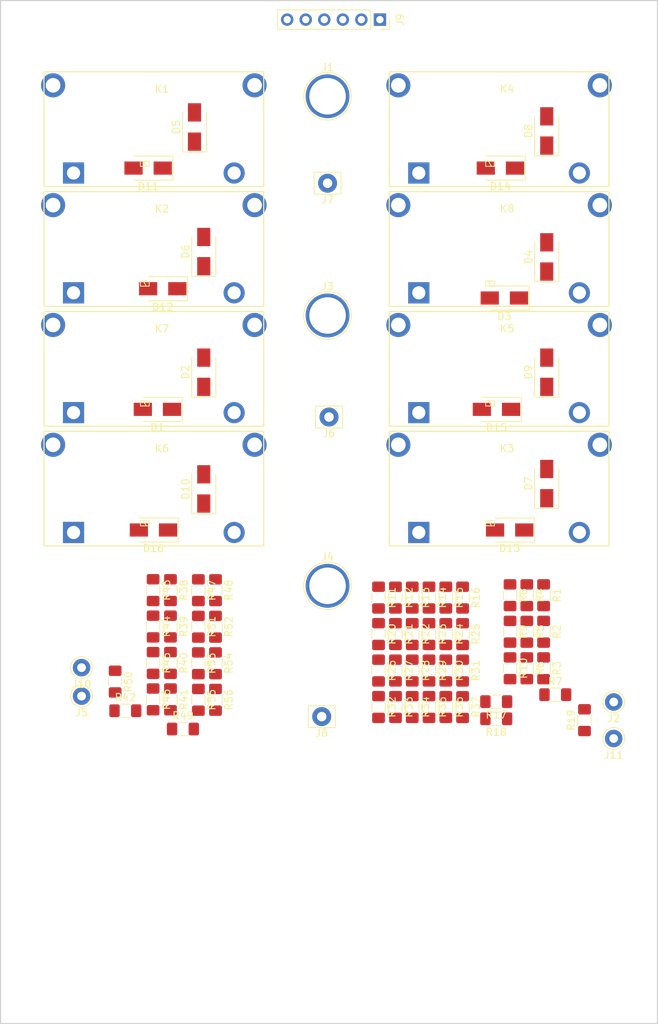
<source format=kicad_pcb>
(kicad_pcb (version 20171130) (host pcbnew "(5.1.0)-1")

  (general
    (thickness 1.6)
    (drawings 4)
    (tracks 0)
    (zones 0)
    (modules 91)
    (nets 38)
  )

  (page A4)
  (layers
    (0 F.Cu signal)
    (31 B.Cu signal)
    (32 B.Adhes user)
    (33 F.Adhes user)
    (34 B.Paste user)
    (35 F.Paste user)
    (36 B.SilkS user)
    (37 F.SilkS user)
    (38 B.Mask user)
    (39 F.Mask user)
    (40 Dwgs.User user)
    (41 Cmts.User user)
    (42 Eco1.User user)
    (43 Eco2.User user)
    (44 Edge.Cuts user)
    (45 Margin user)
    (46 B.CrtYd user)
    (47 F.CrtYd user)
    (48 B.Fab user)
    (49 F.Fab user hide)
  )

  (setup
    (last_trace_width 0.25)
    (trace_clearance 0.2)
    (zone_clearance 0.508)
    (zone_45_only no)
    (trace_min 0.2)
    (via_size 0.8)
    (via_drill 0.4)
    (via_min_size 0.4)
    (via_min_drill 0.3)
    (uvia_size 0.3)
    (uvia_drill 0.1)
    (uvias_allowed no)
    (uvia_min_size 0.2)
    (uvia_min_drill 0.1)
    (edge_width 0.15)
    (segment_width 0.2)
    (pcb_text_width 0.3)
    (pcb_text_size 1.5 1.5)
    (mod_edge_width 0.15)
    (mod_text_size 1 1)
    (mod_text_width 0.15)
    (pad_size 1.524 1.524)
    (pad_drill 0.762)
    (pad_to_mask_clearance 0.2)
    (aux_axis_origin 0 0)
    (visible_elements 7FFFFFFF)
    (pcbplotparams
      (layerselection 0x01030_ffffffff)
      (usegerberextensions false)
      (usegerberattributes false)
      (usegerberadvancedattributes false)
      (creategerberjobfile false)
      (excludeedgelayer true)
      (linewidth 0.100000)
      (plotframeref false)
      (viasonmask false)
      (mode 1)
      (useauxorigin false)
      (hpglpennumber 1)
      (hpglpenspeed 20)
      (hpglpendiameter 15.000000)
      (psnegative false)
      (psa4output false)
      (plotreference true)
      (plotvalue true)
      (plotinvisibletext false)
      (padsonsilk false)
      (subtractmaskfromsilk false)
      (outputformat 4)
      (mirror false)
      (drillshape 0)
      (scaleselection 1)
      (outputdirectory "plot/"))
  )

  (net 0 "")
  (net 1 "Net-(J2-Pad1)")
  (net 2 "Net-(J5-Pad1)")
  (net 3 "Net-(R1-Pad2)")
  (net 4 "Net-(R10-Pad2)")
  (net 5 "Net-(R11-Pad2)")
  (net 6 GND)
  (net 7 "Net-(R39-Pad2)")
  (net 8 "Net-(K1-Pad4)")
  (net 9 "Net-(K4-Pad4)")
  (net 10 "Net-(R10-Pad1)")
  (net 11 "Net-(R20-Pad2)")
  (net 12 "Net-(R26-Pad2)")
  (net 13 "Net-(R38-Pad2)")
  (net 14 "Net-(R40-Pad2)")
  (net 15 "Net-(R41-Pad2)")
  (net 16 "Net-(R47-Pad2)")
  (net 17 "Net-(R51-Pad2)")
  (net 18 "Net-(R53-Pad2)")
  (net 19 reloutcom)
  (net 20 "Net-(D1-Pad1)")
  (net 21 rel-)
  (net 22 "Net-(D3-Pad1)")
  (net 23 rel+)
  (net 24 "Net-(D11-Pad1)")
  (net 25 "Net-(D12-Pad1)")
  (net 26 relPE)
  (net 27 "Net-(D13-Pad1)")
  (net 28 "Net-(D14-Pad1)")
  (net 29 "Net-(D15-Pad1)")
  (net 30 "Net-(D10-Pad1)")
  (net 31 rel54com)
  (net 32 rel60com)
  (net 33 /V+in)
  (net 34 /V-in)
  (net 35 /PEin)
  (net 36 /V-out)
  (net 37 /V+out)

  (net_class Default "This is the default net class."
    (clearance 0.2)
    (trace_width 0.25)
    (via_dia 0.8)
    (via_drill 0.4)
    (uvia_dia 0.3)
    (uvia_drill 0.1)
    (add_net /PEin)
    (add_net /V+in)
    (add_net /V+out)
    (add_net /V-in)
    (add_net /V-out)
    (add_net GND)
    (add_net "Net-(D1-Pad1)")
    (add_net "Net-(D10-Pad1)")
    (add_net "Net-(D11-Pad1)")
    (add_net "Net-(D12-Pad1)")
    (add_net "Net-(D13-Pad1)")
    (add_net "Net-(D14-Pad1)")
    (add_net "Net-(D15-Pad1)")
    (add_net "Net-(D3-Pad1)")
    (add_net "Net-(J2-Pad1)")
    (add_net "Net-(J5-Pad1)")
    (add_net "Net-(K1-Pad4)")
    (add_net "Net-(K4-Pad4)")
    (add_net "Net-(R1-Pad2)")
    (add_net "Net-(R10-Pad1)")
    (add_net "Net-(R10-Pad2)")
    (add_net "Net-(R11-Pad2)")
    (add_net "Net-(R20-Pad2)")
    (add_net "Net-(R26-Pad2)")
    (add_net "Net-(R38-Pad2)")
    (add_net "Net-(R39-Pad2)")
    (add_net "Net-(R40-Pad2)")
    (add_net "Net-(R41-Pad2)")
    (add_net "Net-(R47-Pad2)")
    (add_net "Net-(R51-Pad2)")
    (add_net "Net-(R53-Pad2)")
    (add_net rel+)
    (add_net rel-)
    (add_net rel54com)
    (add_net rel60com)
    (add_net relPE)
    (add_net reloutcom)
  )

  (module Connector_PinSocket_2.54mm:PinSocket_1x06_P2.54mm_Vertical (layer F.Cu) (tedit 5A19A430) (tstamp 5CC0532F)
    (at 131.97 22.61 270)
    (descr "Through hole straight socket strip, 1x06, 2.54mm pitch, single row (from Kicad 4.0.7), script generated")
    (tags "Through hole socket strip THT 1x06 2.54mm single row")
    (path /5D455BF2)
    (fp_text reference J9 (at 0 -2.77 270) (layer F.SilkS)
      (effects (font (size 1 1) (thickness 0.15)))
    )
    (fp_text value Conn_01x06_Female (at 0 15.47 270) (layer F.Fab)
      (effects (font (size 1 1) (thickness 0.15)))
    )
    (fp_text user %R (at 0 6.35) (layer F.Fab)
      (effects (font (size 1 1) (thickness 0.15)))
    )
    (fp_line (start -1.8 14.45) (end -1.8 -1.8) (layer F.CrtYd) (width 0.05))
    (fp_line (start 1.75 14.45) (end -1.8 14.45) (layer F.CrtYd) (width 0.05))
    (fp_line (start 1.75 -1.8) (end 1.75 14.45) (layer F.CrtYd) (width 0.05))
    (fp_line (start -1.8 -1.8) (end 1.75 -1.8) (layer F.CrtYd) (width 0.05))
    (fp_line (start 0 -1.33) (end 1.33 -1.33) (layer F.SilkS) (width 0.12))
    (fp_line (start 1.33 -1.33) (end 1.33 0) (layer F.SilkS) (width 0.12))
    (fp_line (start 1.33 1.27) (end 1.33 14.03) (layer F.SilkS) (width 0.12))
    (fp_line (start -1.33 14.03) (end 1.33 14.03) (layer F.SilkS) (width 0.12))
    (fp_line (start -1.33 1.27) (end -1.33 14.03) (layer F.SilkS) (width 0.12))
    (fp_line (start -1.33 1.27) (end 1.33 1.27) (layer F.SilkS) (width 0.12))
    (fp_line (start -1.27 13.97) (end -1.27 -1.27) (layer F.Fab) (width 0.1))
    (fp_line (start 1.27 13.97) (end -1.27 13.97) (layer F.Fab) (width 0.1))
    (fp_line (start 1.27 -0.635) (end 1.27 13.97) (layer F.Fab) (width 0.1))
    (fp_line (start 0.635 -1.27) (end 1.27 -0.635) (layer F.Fab) (width 0.1))
    (fp_line (start -1.27 -1.27) (end 0.635 -1.27) (layer F.Fab) (width 0.1))
    (pad 6 thru_hole oval (at 0 12.7 270) (size 1.7 1.7) (drill 1) (layers *.Cu *.Mask)
      (net 19 reloutcom))
    (pad 5 thru_hole oval (at 0 10.16 270) (size 1.7 1.7) (drill 1) (layers *.Cu *.Mask)
      (net 32 rel60com))
    (pad 4 thru_hole oval (at 0 7.62 270) (size 1.7 1.7) (drill 1) (layers *.Cu *.Mask)
      (net 31 rel54com))
    (pad 3 thru_hole oval (at 0 5.08 270) (size 1.7 1.7) (drill 1) (layers *.Cu *.Mask)
      (net 26 relPE))
    (pad 2 thru_hole oval (at 0 2.54 270) (size 1.7 1.7) (drill 1) (layers *.Cu *.Mask)
      (net 21 rel-))
    (pad 1 thru_hole rect (at 0 0 270) (size 1.7 1.7) (drill 1) (layers *.Cu *.Mask)
      (net 23 rel+))
    (model ${KISYS3DMOD}/Connector_PinSocket_2.54mm.3dshapes/PinSocket_1x06_P2.54mm_Vertical.wrl
      (at (xyz 0 0 0))
      (scale (xyz 1 1 1))
      (rotate (xyz 0 0 0))
    )
  )

  (module Diode_SMD:D_SMA (layer F.Cu) (tedit 586432E5) (tstamp 5CC05272)
    (at 100.95 92.46 180)
    (descr "Diode SMA (DO-214AC)")
    (tags "Diode SMA (DO-214AC)")
    (path /5CE7BD4B)
    (attr smd)
    (fp_text reference D16 (at 0 -2.5 180) (layer F.SilkS)
      (effects (font (size 1 1) (thickness 0.15)))
    )
    (fp_text value D (at 0 2.6 180) (layer F.Fab)
      (effects (font (size 1 1) (thickness 0.15)))
    )
    (fp_line (start -3.4 -1.65) (end 2 -1.65) (layer F.SilkS) (width 0.12))
    (fp_line (start -3.4 1.65) (end 2 1.65) (layer F.SilkS) (width 0.12))
    (fp_line (start -0.64944 0.00102) (end 0.50118 -0.79908) (layer F.Fab) (width 0.1))
    (fp_line (start -0.64944 0.00102) (end 0.50118 0.75032) (layer F.Fab) (width 0.1))
    (fp_line (start 0.50118 0.75032) (end 0.50118 -0.79908) (layer F.Fab) (width 0.1))
    (fp_line (start -0.64944 -0.79908) (end -0.64944 0.80112) (layer F.Fab) (width 0.1))
    (fp_line (start 0.50118 0.00102) (end 1.4994 0.00102) (layer F.Fab) (width 0.1))
    (fp_line (start -0.64944 0.00102) (end -1.55114 0.00102) (layer F.Fab) (width 0.1))
    (fp_line (start -3.5 1.75) (end -3.5 -1.75) (layer F.CrtYd) (width 0.05))
    (fp_line (start 3.5 1.75) (end -3.5 1.75) (layer F.CrtYd) (width 0.05))
    (fp_line (start 3.5 -1.75) (end 3.5 1.75) (layer F.CrtYd) (width 0.05))
    (fp_line (start -3.5 -1.75) (end 3.5 -1.75) (layer F.CrtYd) (width 0.05))
    (fp_line (start 2.3 -1.5) (end -2.3 -1.5) (layer F.Fab) (width 0.1))
    (fp_line (start 2.3 -1.5) (end 2.3 1.5) (layer F.Fab) (width 0.1))
    (fp_line (start -2.3 1.5) (end -2.3 -1.5) (layer F.Fab) (width 0.1))
    (fp_line (start 2.3 1.5) (end -2.3 1.5) (layer F.Fab) (width 0.1))
    (fp_line (start -3.4 -1.65) (end -3.4 1.65) (layer F.SilkS) (width 0.12))
    (fp_text user %R (at 0 -2.5 180) (layer F.Fab)
      (effects (font (size 1 1) (thickness 0.15)))
    )
    (pad 2 smd rect (at 2 0 180) (size 2.5 1.8) (layers F.Cu F.Paste F.Mask)
      (net 32 rel60com))
    (pad 1 smd rect (at -2 0 180) (size 2.5 1.8) (layers F.Cu F.Paste F.Mask)
      (net 30 "Net-(D10-Pad1)"))
    (model ${KISYS3DMOD}/Diode_SMD.3dshapes/D_SMA.wrl
      (at (xyz 0 0 0))
      (scale (xyz 1 1 1))
      (rotate (xyz 0 0 0))
    )
  )

  (module Diode_SMD:D_SMA (layer F.Cu) (tedit 586432E5) (tstamp 5CC0525A)
    (at 147.94 75.95 180)
    (descr "Diode SMA (DO-214AC)")
    (tags "Diode SMA (DO-214AC)")
    (path /5CE7C44A)
    (attr smd)
    (fp_text reference D15 (at 0 -2.5 180) (layer F.SilkS)
      (effects (font (size 1 1) (thickness 0.15)))
    )
    (fp_text value D (at 0 2.6 180) (layer F.Fab)
      (effects (font (size 1 1) (thickness 0.15)))
    )
    (fp_line (start -3.4 -1.65) (end 2 -1.65) (layer F.SilkS) (width 0.12))
    (fp_line (start -3.4 1.65) (end 2 1.65) (layer F.SilkS) (width 0.12))
    (fp_line (start -0.64944 0.00102) (end 0.50118 -0.79908) (layer F.Fab) (width 0.1))
    (fp_line (start -0.64944 0.00102) (end 0.50118 0.75032) (layer F.Fab) (width 0.1))
    (fp_line (start 0.50118 0.75032) (end 0.50118 -0.79908) (layer F.Fab) (width 0.1))
    (fp_line (start -0.64944 -0.79908) (end -0.64944 0.80112) (layer F.Fab) (width 0.1))
    (fp_line (start 0.50118 0.00102) (end 1.4994 0.00102) (layer F.Fab) (width 0.1))
    (fp_line (start -0.64944 0.00102) (end -1.55114 0.00102) (layer F.Fab) (width 0.1))
    (fp_line (start -3.5 1.75) (end -3.5 -1.75) (layer F.CrtYd) (width 0.05))
    (fp_line (start 3.5 1.75) (end -3.5 1.75) (layer F.CrtYd) (width 0.05))
    (fp_line (start 3.5 -1.75) (end 3.5 1.75) (layer F.CrtYd) (width 0.05))
    (fp_line (start -3.5 -1.75) (end 3.5 -1.75) (layer F.CrtYd) (width 0.05))
    (fp_line (start 2.3 -1.5) (end -2.3 -1.5) (layer F.Fab) (width 0.1))
    (fp_line (start 2.3 -1.5) (end 2.3 1.5) (layer F.Fab) (width 0.1))
    (fp_line (start -2.3 1.5) (end -2.3 -1.5) (layer F.Fab) (width 0.1))
    (fp_line (start 2.3 1.5) (end -2.3 1.5) (layer F.Fab) (width 0.1))
    (fp_line (start -3.4 -1.65) (end -3.4 1.65) (layer F.SilkS) (width 0.12))
    (fp_text user %R (at 0 -2.5 180) (layer F.Fab)
      (effects (font (size 1 1) (thickness 0.15)))
    )
    (pad 2 smd rect (at 2 0 180) (size 2.5 1.8) (layers F.Cu F.Paste F.Mask)
      (net 32 rel60com))
    (pad 1 smd rect (at -2 0 180) (size 2.5 1.8) (layers F.Cu F.Paste F.Mask)
      (net 29 "Net-(D15-Pad1)"))
    (model ${KISYS3DMOD}/Diode_SMD.3dshapes/D_SMA.wrl
      (at (xyz 0 0 0))
      (scale (xyz 1 1 1))
      (rotate (xyz 0 0 0))
    )
  )

  (module Diode_SMD:D_SMA (layer F.Cu) (tedit 586432E5) (tstamp 5CC05242)
    (at 148.48 42.93 180)
    (descr "Diode SMA (DO-214AC)")
    (tags "Diode SMA (DO-214AC)")
    (path /5CE7C5CC)
    (attr smd)
    (fp_text reference D14 (at 0 -2.5 180) (layer F.SilkS)
      (effects (font (size 1 1) (thickness 0.15)))
    )
    (fp_text value D (at 0 2.6 180) (layer F.Fab)
      (effects (font (size 1 1) (thickness 0.15)))
    )
    (fp_line (start -3.4 -1.65) (end 2 -1.65) (layer F.SilkS) (width 0.12))
    (fp_line (start -3.4 1.65) (end 2 1.65) (layer F.SilkS) (width 0.12))
    (fp_line (start -0.64944 0.00102) (end 0.50118 -0.79908) (layer F.Fab) (width 0.1))
    (fp_line (start -0.64944 0.00102) (end 0.50118 0.75032) (layer F.Fab) (width 0.1))
    (fp_line (start 0.50118 0.75032) (end 0.50118 -0.79908) (layer F.Fab) (width 0.1))
    (fp_line (start -0.64944 -0.79908) (end -0.64944 0.80112) (layer F.Fab) (width 0.1))
    (fp_line (start 0.50118 0.00102) (end 1.4994 0.00102) (layer F.Fab) (width 0.1))
    (fp_line (start -0.64944 0.00102) (end -1.55114 0.00102) (layer F.Fab) (width 0.1))
    (fp_line (start -3.5 1.75) (end -3.5 -1.75) (layer F.CrtYd) (width 0.05))
    (fp_line (start 3.5 1.75) (end -3.5 1.75) (layer F.CrtYd) (width 0.05))
    (fp_line (start 3.5 -1.75) (end 3.5 1.75) (layer F.CrtYd) (width 0.05))
    (fp_line (start -3.5 -1.75) (end 3.5 -1.75) (layer F.CrtYd) (width 0.05))
    (fp_line (start 2.3 -1.5) (end -2.3 -1.5) (layer F.Fab) (width 0.1))
    (fp_line (start 2.3 -1.5) (end 2.3 1.5) (layer F.Fab) (width 0.1))
    (fp_line (start -2.3 1.5) (end -2.3 -1.5) (layer F.Fab) (width 0.1))
    (fp_line (start 2.3 1.5) (end -2.3 1.5) (layer F.Fab) (width 0.1))
    (fp_line (start -3.4 -1.65) (end -3.4 1.65) (layer F.SilkS) (width 0.12))
    (fp_text user %R (at 0 -2.5 180) (layer F.Fab)
      (effects (font (size 1 1) (thickness 0.15)))
    )
    (pad 2 smd rect (at 2 0 180) (size 2.5 1.8) (layers F.Cu F.Paste F.Mask)
      (net 32 rel60com))
    (pad 1 smd rect (at -2 0 180) (size 2.5 1.8) (layers F.Cu F.Paste F.Mask)
      (net 28 "Net-(D14-Pad1)"))
    (model ${KISYS3DMOD}/Diode_SMD.3dshapes/D_SMA.wrl
      (at (xyz 0 0 0))
      (scale (xyz 1 1 1))
      (rotate (xyz 0 0 0))
    )
  )

  (module Diode_SMD:D_SMA (layer F.Cu) (tedit 586432E5) (tstamp 5CC0522A)
    (at 149.75 92.46 180)
    (descr "Diode SMA (DO-214AC)")
    (tags "Diode SMA (DO-214AC)")
    (path /5CE7C848)
    (attr smd)
    (fp_text reference D13 (at 0 -2.5 180) (layer F.SilkS)
      (effects (font (size 1 1) (thickness 0.15)))
    )
    (fp_text value D (at 0 2.6 180) (layer F.Fab)
      (effects (font (size 1 1) (thickness 0.15)))
    )
    (fp_line (start -3.4 -1.65) (end 2 -1.65) (layer F.SilkS) (width 0.12))
    (fp_line (start -3.4 1.65) (end 2 1.65) (layer F.SilkS) (width 0.12))
    (fp_line (start -0.64944 0.00102) (end 0.50118 -0.79908) (layer F.Fab) (width 0.1))
    (fp_line (start -0.64944 0.00102) (end 0.50118 0.75032) (layer F.Fab) (width 0.1))
    (fp_line (start 0.50118 0.75032) (end 0.50118 -0.79908) (layer F.Fab) (width 0.1))
    (fp_line (start -0.64944 -0.79908) (end -0.64944 0.80112) (layer F.Fab) (width 0.1))
    (fp_line (start 0.50118 0.00102) (end 1.4994 0.00102) (layer F.Fab) (width 0.1))
    (fp_line (start -0.64944 0.00102) (end -1.55114 0.00102) (layer F.Fab) (width 0.1))
    (fp_line (start -3.5 1.75) (end -3.5 -1.75) (layer F.CrtYd) (width 0.05))
    (fp_line (start 3.5 1.75) (end -3.5 1.75) (layer F.CrtYd) (width 0.05))
    (fp_line (start 3.5 -1.75) (end 3.5 1.75) (layer F.CrtYd) (width 0.05))
    (fp_line (start -3.5 -1.75) (end 3.5 -1.75) (layer F.CrtYd) (width 0.05))
    (fp_line (start 2.3 -1.5) (end -2.3 -1.5) (layer F.Fab) (width 0.1))
    (fp_line (start 2.3 -1.5) (end 2.3 1.5) (layer F.Fab) (width 0.1))
    (fp_line (start -2.3 1.5) (end -2.3 -1.5) (layer F.Fab) (width 0.1))
    (fp_line (start 2.3 1.5) (end -2.3 1.5) (layer F.Fab) (width 0.1))
    (fp_line (start -3.4 -1.65) (end -3.4 1.65) (layer F.SilkS) (width 0.12))
    (fp_text user %R (at 0 -2.5 180) (layer F.Fab)
      (effects (font (size 1 1) (thickness 0.15)))
    )
    (pad 2 smd rect (at 2 0 180) (size 2.5 1.8) (layers F.Cu F.Paste F.Mask)
      (net 31 rel54com))
    (pad 1 smd rect (at -2 0 180) (size 2.5 1.8) (layers F.Cu F.Paste F.Mask)
      (net 27 "Net-(D13-Pad1)"))
    (model ${KISYS3DMOD}/Diode_SMD.3dshapes/D_SMA.wrl
      (at (xyz 0 0 0))
      (scale (xyz 1 1 1))
      (rotate (xyz 0 0 0))
    )
  )

  (module Diode_SMD:D_SMA (layer F.Cu) (tedit 586432E5) (tstamp 5CC05212)
    (at 102.22 59.44 180)
    (descr "Diode SMA (DO-214AC)")
    (tags "Diode SMA (DO-214AC)")
    (path /5CE7CA01)
    (attr smd)
    (fp_text reference D12 (at 0 -2.5 180) (layer F.SilkS)
      (effects (font (size 1 1) (thickness 0.15)))
    )
    (fp_text value D (at 0 2.6 180) (layer F.Fab)
      (effects (font (size 1 1) (thickness 0.15)))
    )
    (fp_line (start -3.4 -1.65) (end 2 -1.65) (layer F.SilkS) (width 0.12))
    (fp_line (start -3.4 1.65) (end 2 1.65) (layer F.SilkS) (width 0.12))
    (fp_line (start -0.64944 0.00102) (end 0.50118 -0.79908) (layer F.Fab) (width 0.1))
    (fp_line (start -0.64944 0.00102) (end 0.50118 0.75032) (layer F.Fab) (width 0.1))
    (fp_line (start 0.50118 0.75032) (end 0.50118 -0.79908) (layer F.Fab) (width 0.1))
    (fp_line (start -0.64944 -0.79908) (end -0.64944 0.80112) (layer F.Fab) (width 0.1))
    (fp_line (start 0.50118 0.00102) (end 1.4994 0.00102) (layer F.Fab) (width 0.1))
    (fp_line (start -0.64944 0.00102) (end -1.55114 0.00102) (layer F.Fab) (width 0.1))
    (fp_line (start -3.5 1.75) (end -3.5 -1.75) (layer F.CrtYd) (width 0.05))
    (fp_line (start 3.5 1.75) (end -3.5 1.75) (layer F.CrtYd) (width 0.05))
    (fp_line (start 3.5 -1.75) (end 3.5 1.75) (layer F.CrtYd) (width 0.05))
    (fp_line (start -3.5 -1.75) (end 3.5 -1.75) (layer F.CrtYd) (width 0.05))
    (fp_line (start 2.3 -1.5) (end -2.3 -1.5) (layer F.Fab) (width 0.1))
    (fp_line (start 2.3 -1.5) (end 2.3 1.5) (layer F.Fab) (width 0.1))
    (fp_line (start -2.3 1.5) (end -2.3 -1.5) (layer F.Fab) (width 0.1))
    (fp_line (start 2.3 1.5) (end -2.3 1.5) (layer F.Fab) (width 0.1))
    (fp_line (start -3.4 -1.65) (end -3.4 1.65) (layer F.SilkS) (width 0.12))
    (fp_text user %R (at 0 -2.5 180) (layer F.Fab)
      (effects (font (size 1 1) (thickness 0.15)))
    )
    (pad 2 smd rect (at 2 0 180) (size 2.5 1.8) (layers F.Cu F.Paste F.Mask)
      (net 31 rel54com))
    (pad 1 smd rect (at -2 0 180) (size 2.5 1.8) (layers F.Cu F.Paste F.Mask)
      (net 25 "Net-(D12-Pad1)"))
    (model ${KISYS3DMOD}/Diode_SMD.3dshapes/D_SMA.wrl
      (at (xyz 0 0 0))
      (scale (xyz 1 1 1))
      (rotate (xyz 0 0 0))
    )
  )

  (module Diode_SMD:D_SMA (layer F.Cu) (tedit 586432E5) (tstamp 5CC051FA)
    (at 100.22 42.93 180)
    (descr "Diode SMA (DO-214AC)")
    (tags "Diode SMA (DO-214AC)")
    (path /5CE7CCFA)
    (attr smd)
    (fp_text reference D11 (at 0 -2.5 180) (layer F.SilkS)
      (effects (font (size 1 1) (thickness 0.15)))
    )
    (fp_text value D (at 0 2.6 180) (layer F.Fab)
      (effects (font (size 1 1) (thickness 0.15)))
    )
    (fp_line (start -3.4 -1.65) (end 2 -1.65) (layer F.SilkS) (width 0.12))
    (fp_line (start -3.4 1.65) (end 2 1.65) (layer F.SilkS) (width 0.12))
    (fp_line (start -0.64944 0.00102) (end 0.50118 -0.79908) (layer F.Fab) (width 0.1))
    (fp_line (start -0.64944 0.00102) (end 0.50118 0.75032) (layer F.Fab) (width 0.1))
    (fp_line (start 0.50118 0.75032) (end 0.50118 -0.79908) (layer F.Fab) (width 0.1))
    (fp_line (start -0.64944 -0.79908) (end -0.64944 0.80112) (layer F.Fab) (width 0.1))
    (fp_line (start 0.50118 0.00102) (end 1.4994 0.00102) (layer F.Fab) (width 0.1))
    (fp_line (start -0.64944 0.00102) (end -1.55114 0.00102) (layer F.Fab) (width 0.1))
    (fp_line (start -3.5 1.75) (end -3.5 -1.75) (layer F.CrtYd) (width 0.05))
    (fp_line (start 3.5 1.75) (end -3.5 1.75) (layer F.CrtYd) (width 0.05))
    (fp_line (start 3.5 -1.75) (end 3.5 1.75) (layer F.CrtYd) (width 0.05))
    (fp_line (start -3.5 -1.75) (end 3.5 -1.75) (layer F.CrtYd) (width 0.05))
    (fp_line (start 2.3 -1.5) (end -2.3 -1.5) (layer F.Fab) (width 0.1))
    (fp_line (start 2.3 -1.5) (end 2.3 1.5) (layer F.Fab) (width 0.1))
    (fp_line (start -2.3 1.5) (end -2.3 -1.5) (layer F.Fab) (width 0.1))
    (fp_line (start 2.3 1.5) (end -2.3 1.5) (layer F.Fab) (width 0.1))
    (fp_line (start -3.4 -1.65) (end -3.4 1.65) (layer F.SilkS) (width 0.12))
    (fp_text user %R (at 0 -2.5 180) (layer F.Fab)
      (effects (font (size 1 1) (thickness 0.15)))
    )
    (pad 2 smd rect (at 2 0 180) (size 2.5 1.8) (layers F.Cu F.Paste F.Mask)
      (net 31 rel54com))
    (pad 1 smd rect (at -2 0 180) (size 2.5 1.8) (layers F.Cu F.Paste F.Mask)
      (net 24 "Net-(D11-Pad1)"))
    (model ${KISYS3DMOD}/Diode_SMD.3dshapes/D_SMA.wrl
      (at (xyz 0 0 0))
      (scale (xyz 1 1 1))
      (rotate (xyz 0 0 0))
    )
  )

  (module Diode_SMD:D_SMA (layer F.Cu) (tedit 586432E5) (tstamp 5CC051E2)
    (at 107.84 86.84 90)
    (descr "Diode SMA (DO-214AC)")
    (tags "Diode SMA (DO-214AC)")
    (path /5CCA931A)
    (attr smd)
    (fp_text reference D10 (at 0 -2.5 90) (layer F.SilkS)
      (effects (font (size 1 1) (thickness 0.15)))
    )
    (fp_text value D (at 0 2.6 90) (layer F.Fab)
      (effects (font (size 1 1) (thickness 0.15)))
    )
    (fp_line (start -3.4 -1.65) (end 2 -1.65) (layer F.SilkS) (width 0.12))
    (fp_line (start -3.4 1.65) (end 2 1.65) (layer F.SilkS) (width 0.12))
    (fp_line (start -0.64944 0.00102) (end 0.50118 -0.79908) (layer F.Fab) (width 0.1))
    (fp_line (start -0.64944 0.00102) (end 0.50118 0.75032) (layer F.Fab) (width 0.1))
    (fp_line (start 0.50118 0.75032) (end 0.50118 -0.79908) (layer F.Fab) (width 0.1))
    (fp_line (start -0.64944 -0.79908) (end -0.64944 0.80112) (layer F.Fab) (width 0.1))
    (fp_line (start 0.50118 0.00102) (end 1.4994 0.00102) (layer F.Fab) (width 0.1))
    (fp_line (start -0.64944 0.00102) (end -1.55114 0.00102) (layer F.Fab) (width 0.1))
    (fp_line (start -3.5 1.75) (end -3.5 -1.75) (layer F.CrtYd) (width 0.05))
    (fp_line (start 3.5 1.75) (end -3.5 1.75) (layer F.CrtYd) (width 0.05))
    (fp_line (start 3.5 -1.75) (end 3.5 1.75) (layer F.CrtYd) (width 0.05))
    (fp_line (start -3.5 -1.75) (end 3.5 -1.75) (layer F.CrtYd) (width 0.05))
    (fp_line (start 2.3 -1.5) (end -2.3 -1.5) (layer F.Fab) (width 0.1))
    (fp_line (start 2.3 -1.5) (end 2.3 1.5) (layer F.Fab) (width 0.1))
    (fp_line (start -2.3 1.5) (end -2.3 -1.5) (layer F.Fab) (width 0.1))
    (fp_line (start 2.3 1.5) (end -2.3 1.5) (layer F.Fab) (width 0.1))
    (fp_line (start -3.4 -1.65) (end -3.4 1.65) (layer F.SilkS) (width 0.12))
    (fp_text user %R (at 0 -2.5 90) (layer F.Fab)
      (effects (font (size 1 1) (thickness 0.15)))
    )
    (pad 2 smd rect (at 2 0 90) (size 2.5 1.8) (layers F.Cu F.Paste F.Mask)
      (net 26 relPE))
    (pad 1 smd rect (at -2 0 90) (size 2.5 1.8) (layers F.Cu F.Paste F.Mask)
      (net 30 "Net-(D10-Pad1)"))
    (model ${KISYS3DMOD}/Diode_SMD.3dshapes/D_SMA.wrl
      (at (xyz 0 0 0))
      (scale (xyz 1 1 1))
      (rotate (xyz 0 0 0))
    )
  )

  (module Diode_SMD:D_SMA (layer F.Cu) (tedit 586432E5) (tstamp 5CC051CA)
    (at 154.83 70.87 90)
    (descr "Diode SMA (DO-214AC)")
    (tags "Diode SMA (DO-214AC)")
    (path /5CCA8FC3)
    (attr smd)
    (fp_text reference D9 (at 0 -2.5 90) (layer F.SilkS)
      (effects (font (size 1 1) (thickness 0.15)))
    )
    (fp_text value D (at 0 2.6 90) (layer F.Fab)
      (effects (font (size 1 1) (thickness 0.15)))
    )
    (fp_line (start -3.4 -1.65) (end 2 -1.65) (layer F.SilkS) (width 0.12))
    (fp_line (start -3.4 1.65) (end 2 1.65) (layer F.SilkS) (width 0.12))
    (fp_line (start -0.64944 0.00102) (end 0.50118 -0.79908) (layer F.Fab) (width 0.1))
    (fp_line (start -0.64944 0.00102) (end 0.50118 0.75032) (layer F.Fab) (width 0.1))
    (fp_line (start 0.50118 0.75032) (end 0.50118 -0.79908) (layer F.Fab) (width 0.1))
    (fp_line (start -0.64944 -0.79908) (end -0.64944 0.80112) (layer F.Fab) (width 0.1))
    (fp_line (start 0.50118 0.00102) (end 1.4994 0.00102) (layer F.Fab) (width 0.1))
    (fp_line (start -0.64944 0.00102) (end -1.55114 0.00102) (layer F.Fab) (width 0.1))
    (fp_line (start -3.5 1.75) (end -3.5 -1.75) (layer F.CrtYd) (width 0.05))
    (fp_line (start 3.5 1.75) (end -3.5 1.75) (layer F.CrtYd) (width 0.05))
    (fp_line (start 3.5 -1.75) (end 3.5 1.75) (layer F.CrtYd) (width 0.05))
    (fp_line (start -3.5 -1.75) (end 3.5 -1.75) (layer F.CrtYd) (width 0.05))
    (fp_line (start 2.3 -1.5) (end -2.3 -1.5) (layer F.Fab) (width 0.1))
    (fp_line (start 2.3 -1.5) (end 2.3 1.5) (layer F.Fab) (width 0.1))
    (fp_line (start -2.3 1.5) (end -2.3 -1.5) (layer F.Fab) (width 0.1))
    (fp_line (start 2.3 1.5) (end -2.3 1.5) (layer F.Fab) (width 0.1))
    (fp_line (start -3.4 -1.65) (end -3.4 1.65) (layer F.SilkS) (width 0.12))
    (fp_text user %R (at 0 -2.5 90) (layer F.Fab)
      (effects (font (size 1 1) (thickness 0.15)))
    )
    (pad 2 smd rect (at 2 0 90) (size 2.5 1.8) (layers F.Cu F.Paste F.Mask)
      (net 21 rel-))
    (pad 1 smd rect (at -2 0 90) (size 2.5 1.8) (layers F.Cu F.Paste F.Mask)
      (net 29 "Net-(D15-Pad1)"))
    (model ${KISYS3DMOD}/Diode_SMD.3dshapes/D_SMA.wrl
      (at (xyz 0 0 0))
      (scale (xyz 1 1 1))
      (rotate (xyz 0 0 0))
    )
  )

  (module Diode_SMD:D_SMA (layer F.Cu) (tedit 586432E5) (tstamp 5CC051B2)
    (at 154.83 37.85 90)
    (descr "Diode SMA (DO-214AC)")
    (tags "Diode SMA (DO-214AC)")
    (path /5CCA8C7B)
    (attr smd)
    (fp_text reference D8 (at 0 -2.5 90) (layer F.SilkS)
      (effects (font (size 1 1) (thickness 0.15)))
    )
    (fp_text value D (at 0 2.6 90) (layer F.Fab)
      (effects (font (size 1 1) (thickness 0.15)))
    )
    (fp_line (start -3.4 -1.65) (end 2 -1.65) (layer F.SilkS) (width 0.12))
    (fp_line (start -3.4 1.65) (end 2 1.65) (layer F.SilkS) (width 0.12))
    (fp_line (start -0.64944 0.00102) (end 0.50118 -0.79908) (layer F.Fab) (width 0.1))
    (fp_line (start -0.64944 0.00102) (end 0.50118 0.75032) (layer F.Fab) (width 0.1))
    (fp_line (start 0.50118 0.75032) (end 0.50118 -0.79908) (layer F.Fab) (width 0.1))
    (fp_line (start -0.64944 -0.79908) (end -0.64944 0.80112) (layer F.Fab) (width 0.1))
    (fp_line (start 0.50118 0.00102) (end 1.4994 0.00102) (layer F.Fab) (width 0.1))
    (fp_line (start -0.64944 0.00102) (end -1.55114 0.00102) (layer F.Fab) (width 0.1))
    (fp_line (start -3.5 1.75) (end -3.5 -1.75) (layer F.CrtYd) (width 0.05))
    (fp_line (start 3.5 1.75) (end -3.5 1.75) (layer F.CrtYd) (width 0.05))
    (fp_line (start 3.5 -1.75) (end 3.5 1.75) (layer F.CrtYd) (width 0.05))
    (fp_line (start -3.5 -1.75) (end 3.5 -1.75) (layer F.CrtYd) (width 0.05))
    (fp_line (start 2.3 -1.5) (end -2.3 -1.5) (layer F.Fab) (width 0.1))
    (fp_line (start 2.3 -1.5) (end 2.3 1.5) (layer F.Fab) (width 0.1))
    (fp_line (start -2.3 1.5) (end -2.3 -1.5) (layer F.Fab) (width 0.1))
    (fp_line (start 2.3 1.5) (end -2.3 1.5) (layer F.Fab) (width 0.1))
    (fp_line (start -3.4 -1.65) (end -3.4 1.65) (layer F.SilkS) (width 0.12))
    (fp_text user %R (at 0 -2.5 90) (layer F.Fab)
      (effects (font (size 1 1) (thickness 0.15)))
    )
    (pad 2 smd rect (at 2 0 90) (size 2.5 1.8) (layers F.Cu F.Paste F.Mask)
      (net 23 rel+))
    (pad 1 smd rect (at -2 0 90) (size 2.5 1.8) (layers F.Cu F.Paste F.Mask)
      (net 28 "Net-(D14-Pad1)"))
    (model ${KISYS3DMOD}/Diode_SMD.3dshapes/D_SMA.wrl
      (at (xyz 0 0 0))
      (scale (xyz 1 1 1))
      (rotate (xyz 0 0 0))
    )
  )

  (module Diode_SMD:D_SMA (layer F.Cu) (tedit 586432E5) (tstamp 5CC0519A)
    (at 154.83 86.11 90)
    (descr "Diode SMA (DO-214AC)")
    (tags "Diode SMA (DO-214AC)")
    (path /5CCA88E8)
    (attr smd)
    (fp_text reference D7 (at 0 -2.5 90) (layer F.SilkS)
      (effects (font (size 1 1) (thickness 0.15)))
    )
    (fp_text value D (at 0 2.6 90) (layer F.Fab)
      (effects (font (size 1 1) (thickness 0.15)))
    )
    (fp_line (start -3.4 -1.65) (end 2 -1.65) (layer F.SilkS) (width 0.12))
    (fp_line (start -3.4 1.65) (end 2 1.65) (layer F.SilkS) (width 0.12))
    (fp_line (start -0.64944 0.00102) (end 0.50118 -0.79908) (layer F.Fab) (width 0.1))
    (fp_line (start -0.64944 0.00102) (end 0.50118 0.75032) (layer F.Fab) (width 0.1))
    (fp_line (start 0.50118 0.75032) (end 0.50118 -0.79908) (layer F.Fab) (width 0.1))
    (fp_line (start -0.64944 -0.79908) (end -0.64944 0.80112) (layer F.Fab) (width 0.1))
    (fp_line (start 0.50118 0.00102) (end 1.4994 0.00102) (layer F.Fab) (width 0.1))
    (fp_line (start -0.64944 0.00102) (end -1.55114 0.00102) (layer F.Fab) (width 0.1))
    (fp_line (start -3.5 1.75) (end -3.5 -1.75) (layer F.CrtYd) (width 0.05))
    (fp_line (start 3.5 1.75) (end -3.5 1.75) (layer F.CrtYd) (width 0.05))
    (fp_line (start 3.5 -1.75) (end 3.5 1.75) (layer F.CrtYd) (width 0.05))
    (fp_line (start -3.5 -1.75) (end 3.5 -1.75) (layer F.CrtYd) (width 0.05))
    (fp_line (start 2.3 -1.5) (end -2.3 -1.5) (layer F.Fab) (width 0.1))
    (fp_line (start 2.3 -1.5) (end 2.3 1.5) (layer F.Fab) (width 0.1))
    (fp_line (start -2.3 1.5) (end -2.3 -1.5) (layer F.Fab) (width 0.1))
    (fp_line (start 2.3 1.5) (end -2.3 1.5) (layer F.Fab) (width 0.1))
    (fp_line (start -3.4 -1.65) (end -3.4 1.65) (layer F.SilkS) (width 0.12))
    (fp_text user %R (at 0 -2.5 90) (layer F.Fab)
      (effects (font (size 1 1) (thickness 0.15)))
    )
    (pad 2 smd rect (at 2 0 90) (size 2.5 1.8) (layers F.Cu F.Paste F.Mask)
      (net 26 relPE))
    (pad 1 smd rect (at -2 0 90) (size 2.5 1.8) (layers F.Cu F.Paste F.Mask)
      (net 27 "Net-(D13-Pad1)"))
    (model ${KISYS3DMOD}/Diode_SMD.3dshapes/D_SMA.wrl
      (at (xyz 0 0 0))
      (scale (xyz 1 1 1))
      (rotate (xyz 0 0 0))
    )
  )

  (module Diode_SMD:D_SMA (layer F.Cu) (tedit 586432E5) (tstamp 5CC05182)
    (at 107.84 54.36 90)
    (descr "Diode SMA (DO-214AC)")
    (tags "Diode SMA (DO-214AC)")
    (path /5CCA83AC)
    (attr smd)
    (fp_text reference D6 (at 0 -2.5 90) (layer F.SilkS)
      (effects (font (size 1 1) (thickness 0.15)))
    )
    (fp_text value D (at 0 2.6 90) (layer F.Fab)
      (effects (font (size 1 1) (thickness 0.15)))
    )
    (fp_line (start -3.4 -1.65) (end 2 -1.65) (layer F.SilkS) (width 0.12))
    (fp_line (start -3.4 1.65) (end 2 1.65) (layer F.SilkS) (width 0.12))
    (fp_line (start -0.64944 0.00102) (end 0.50118 -0.79908) (layer F.Fab) (width 0.1))
    (fp_line (start -0.64944 0.00102) (end 0.50118 0.75032) (layer F.Fab) (width 0.1))
    (fp_line (start 0.50118 0.75032) (end 0.50118 -0.79908) (layer F.Fab) (width 0.1))
    (fp_line (start -0.64944 -0.79908) (end -0.64944 0.80112) (layer F.Fab) (width 0.1))
    (fp_line (start 0.50118 0.00102) (end 1.4994 0.00102) (layer F.Fab) (width 0.1))
    (fp_line (start -0.64944 0.00102) (end -1.55114 0.00102) (layer F.Fab) (width 0.1))
    (fp_line (start -3.5 1.75) (end -3.5 -1.75) (layer F.CrtYd) (width 0.05))
    (fp_line (start 3.5 1.75) (end -3.5 1.75) (layer F.CrtYd) (width 0.05))
    (fp_line (start 3.5 -1.75) (end 3.5 1.75) (layer F.CrtYd) (width 0.05))
    (fp_line (start -3.5 -1.75) (end 3.5 -1.75) (layer F.CrtYd) (width 0.05))
    (fp_line (start 2.3 -1.5) (end -2.3 -1.5) (layer F.Fab) (width 0.1))
    (fp_line (start 2.3 -1.5) (end 2.3 1.5) (layer F.Fab) (width 0.1))
    (fp_line (start -2.3 1.5) (end -2.3 -1.5) (layer F.Fab) (width 0.1))
    (fp_line (start 2.3 1.5) (end -2.3 1.5) (layer F.Fab) (width 0.1))
    (fp_line (start -3.4 -1.65) (end -3.4 1.65) (layer F.SilkS) (width 0.12))
    (fp_text user %R (at 0 -2.5 90) (layer F.Fab)
      (effects (font (size 1 1) (thickness 0.15)))
    )
    (pad 2 smd rect (at 2 0 90) (size 2.5 1.8) (layers F.Cu F.Paste F.Mask)
      (net 21 rel-))
    (pad 1 smd rect (at -2 0 90) (size 2.5 1.8) (layers F.Cu F.Paste F.Mask)
      (net 25 "Net-(D12-Pad1)"))
    (model ${KISYS3DMOD}/Diode_SMD.3dshapes/D_SMA.wrl
      (at (xyz 0 0 0))
      (scale (xyz 1 1 1))
      (rotate (xyz 0 0 0))
    )
  )

  (module Diode_SMD:D_SMA (layer F.Cu) (tedit 586432E5) (tstamp 5CC0516A)
    (at 106.57 37.31 90)
    (descr "Diode SMA (DO-214AC)")
    (tags "Diode SMA (DO-214AC)")
    (path /5CCA7973)
    (attr smd)
    (fp_text reference D5 (at 0 -2.5 90) (layer F.SilkS)
      (effects (font (size 1 1) (thickness 0.15)))
    )
    (fp_text value D (at 0 2.6 90) (layer F.Fab)
      (effects (font (size 1 1) (thickness 0.15)))
    )
    (fp_line (start -3.4 -1.65) (end 2 -1.65) (layer F.SilkS) (width 0.12))
    (fp_line (start -3.4 1.65) (end 2 1.65) (layer F.SilkS) (width 0.12))
    (fp_line (start -0.64944 0.00102) (end 0.50118 -0.79908) (layer F.Fab) (width 0.1))
    (fp_line (start -0.64944 0.00102) (end 0.50118 0.75032) (layer F.Fab) (width 0.1))
    (fp_line (start 0.50118 0.75032) (end 0.50118 -0.79908) (layer F.Fab) (width 0.1))
    (fp_line (start -0.64944 -0.79908) (end -0.64944 0.80112) (layer F.Fab) (width 0.1))
    (fp_line (start 0.50118 0.00102) (end 1.4994 0.00102) (layer F.Fab) (width 0.1))
    (fp_line (start -0.64944 0.00102) (end -1.55114 0.00102) (layer F.Fab) (width 0.1))
    (fp_line (start -3.5 1.75) (end -3.5 -1.75) (layer F.CrtYd) (width 0.05))
    (fp_line (start 3.5 1.75) (end -3.5 1.75) (layer F.CrtYd) (width 0.05))
    (fp_line (start 3.5 -1.75) (end 3.5 1.75) (layer F.CrtYd) (width 0.05))
    (fp_line (start -3.5 -1.75) (end 3.5 -1.75) (layer F.CrtYd) (width 0.05))
    (fp_line (start 2.3 -1.5) (end -2.3 -1.5) (layer F.Fab) (width 0.1))
    (fp_line (start 2.3 -1.5) (end 2.3 1.5) (layer F.Fab) (width 0.1))
    (fp_line (start -2.3 1.5) (end -2.3 -1.5) (layer F.Fab) (width 0.1))
    (fp_line (start 2.3 1.5) (end -2.3 1.5) (layer F.Fab) (width 0.1))
    (fp_line (start -3.4 -1.65) (end -3.4 1.65) (layer F.SilkS) (width 0.12))
    (fp_text user %R (at 0 -2.5 90) (layer F.Fab)
      (effects (font (size 1 1) (thickness 0.15)))
    )
    (pad 2 smd rect (at 2 0 90) (size 2.5 1.8) (layers F.Cu F.Paste F.Mask)
      (net 23 rel+))
    (pad 1 smd rect (at -2 0 90) (size 2.5 1.8) (layers F.Cu F.Paste F.Mask)
      (net 24 "Net-(D11-Pad1)"))
    (model ${KISYS3DMOD}/Diode_SMD.3dshapes/D_SMA.wrl
      (at (xyz 0 0 0))
      (scale (xyz 1 1 1))
      (rotate (xyz 0 0 0))
    )
  )

  (module Diode_SMD:D_SMA (layer F.Cu) (tedit 586432E5) (tstamp 5CC05152)
    (at 154.83 55.09 90)
    (descr "Diode SMA (DO-214AC)")
    (tags "Diode SMA (DO-214AC)")
    (path /5CE7F0C1)
    (attr smd)
    (fp_text reference D4 (at 0 -2.5 90) (layer F.SilkS)
      (effects (font (size 1 1) (thickness 0.15)))
    )
    (fp_text value D (at 0 2.6 90) (layer F.Fab)
      (effects (font (size 1 1) (thickness 0.15)))
    )
    (fp_line (start -3.4 -1.65) (end 2 -1.65) (layer F.SilkS) (width 0.12))
    (fp_line (start -3.4 1.65) (end 2 1.65) (layer F.SilkS) (width 0.12))
    (fp_line (start -0.64944 0.00102) (end 0.50118 -0.79908) (layer F.Fab) (width 0.1))
    (fp_line (start -0.64944 0.00102) (end 0.50118 0.75032) (layer F.Fab) (width 0.1))
    (fp_line (start 0.50118 0.75032) (end 0.50118 -0.79908) (layer F.Fab) (width 0.1))
    (fp_line (start -0.64944 -0.79908) (end -0.64944 0.80112) (layer F.Fab) (width 0.1))
    (fp_line (start 0.50118 0.00102) (end 1.4994 0.00102) (layer F.Fab) (width 0.1))
    (fp_line (start -0.64944 0.00102) (end -1.55114 0.00102) (layer F.Fab) (width 0.1))
    (fp_line (start -3.5 1.75) (end -3.5 -1.75) (layer F.CrtYd) (width 0.05))
    (fp_line (start 3.5 1.75) (end -3.5 1.75) (layer F.CrtYd) (width 0.05))
    (fp_line (start 3.5 -1.75) (end 3.5 1.75) (layer F.CrtYd) (width 0.05))
    (fp_line (start -3.5 -1.75) (end 3.5 -1.75) (layer F.CrtYd) (width 0.05))
    (fp_line (start 2.3 -1.5) (end -2.3 -1.5) (layer F.Fab) (width 0.1))
    (fp_line (start 2.3 -1.5) (end 2.3 1.5) (layer F.Fab) (width 0.1))
    (fp_line (start -2.3 1.5) (end -2.3 -1.5) (layer F.Fab) (width 0.1))
    (fp_line (start 2.3 1.5) (end -2.3 1.5) (layer F.Fab) (width 0.1))
    (fp_line (start -3.4 -1.65) (end -3.4 1.65) (layer F.SilkS) (width 0.12))
    (fp_text user %R (at 0 -2.5 90) (layer F.Fab)
      (effects (font (size 1 1) (thickness 0.15)))
    )
    (pad 2 smd rect (at 2 0 90) (size 2.5 1.8) (layers F.Cu F.Paste F.Mask)
      (net 23 rel+))
    (pad 1 smd rect (at -2 0 90) (size 2.5 1.8) (layers F.Cu F.Paste F.Mask)
      (net 22 "Net-(D3-Pad1)"))
    (model ${KISYS3DMOD}/Diode_SMD.3dshapes/D_SMA.wrl
      (at (xyz 0 0 0))
      (scale (xyz 1 1 1))
      (rotate (xyz 0 0 0))
    )
  )

  (module Diode_SMD:D_SMA (layer F.Cu) (tedit 586432E5) (tstamp 5CC0513A)
    (at 149.02 60.71 180)
    (descr "Diode SMA (DO-214AC)")
    (tags "Diode SMA (DO-214AC)")
    (path /5CE7FECD)
    (attr smd)
    (fp_text reference D3 (at 0 -2.5 180) (layer F.SilkS)
      (effects (font (size 1 1) (thickness 0.15)))
    )
    (fp_text value D (at 0 2.6 180) (layer F.Fab)
      (effects (font (size 1 1) (thickness 0.15)))
    )
    (fp_line (start -3.4 -1.65) (end 2 -1.65) (layer F.SilkS) (width 0.12))
    (fp_line (start -3.4 1.65) (end 2 1.65) (layer F.SilkS) (width 0.12))
    (fp_line (start -0.64944 0.00102) (end 0.50118 -0.79908) (layer F.Fab) (width 0.1))
    (fp_line (start -0.64944 0.00102) (end 0.50118 0.75032) (layer F.Fab) (width 0.1))
    (fp_line (start 0.50118 0.75032) (end 0.50118 -0.79908) (layer F.Fab) (width 0.1))
    (fp_line (start -0.64944 -0.79908) (end -0.64944 0.80112) (layer F.Fab) (width 0.1))
    (fp_line (start 0.50118 0.00102) (end 1.4994 0.00102) (layer F.Fab) (width 0.1))
    (fp_line (start -0.64944 0.00102) (end -1.55114 0.00102) (layer F.Fab) (width 0.1))
    (fp_line (start -3.5 1.75) (end -3.5 -1.75) (layer F.CrtYd) (width 0.05))
    (fp_line (start 3.5 1.75) (end -3.5 1.75) (layer F.CrtYd) (width 0.05))
    (fp_line (start 3.5 -1.75) (end 3.5 1.75) (layer F.CrtYd) (width 0.05))
    (fp_line (start -3.5 -1.75) (end 3.5 -1.75) (layer F.CrtYd) (width 0.05))
    (fp_line (start 2.3 -1.5) (end -2.3 -1.5) (layer F.Fab) (width 0.1))
    (fp_line (start 2.3 -1.5) (end 2.3 1.5) (layer F.Fab) (width 0.1))
    (fp_line (start -2.3 1.5) (end -2.3 -1.5) (layer F.Fab) (width 0.1))
    (fp_line (start 2.3 1.5) (end -2.3 1.5) (layer F.Fab) (width 0.1))
    (fp_line (start -3.4 -1.65) (end -3.4 1.65) (layer F.SilkS) (width 0.12))
    (fp_text user %R (at 0 -2.5 180) (layer F.Fab)
      (effects (font (size 1 1) (thickness 0.15)))
    )
    (pad 2 smd rect (at 2 0 180) (size 2.5 1.8) (layers F.Cu F.Paste F.Mask)
      (net 19 reloutcom))
    (pad 1 smd rect (at -2 0 180) (size 2.5 1.8) (layers F.Cu F.Paste F.Mask)
      (net 22 "Net-(D3-Pad1)"))
    (model ${KISYS3DMOD}/Diode_SMD.3dshapes/D_SMA.wrl
      (at (xyz 0 0 0))
      (scale (xyz 1 1 1))
      (rotate (xyz 0 0 0))
    )
  )

  (module Diode_SMD:D_SMA (layer F.Cu) (tedit 586432E5) (tstamp 5CC05122)
    (at 107.84 70.87 90)
    (descr "Diode SMA (DO-214AC)")
    (tags "Diode SMA (DO-214AC)")
    (path /5CE7CE3B)
    (attr smd)
    (fp_text reference D2 (at 0 -2.5 90) (layer F.SilkS)
      (effects (font (size 1 1) (thickness 0.15)))
    )
    (fp_text value D (at 0 2.6 90) (layer F.Fab)
      (effects (font (size 1 1) (thickness 0.15)))
    )
    (fp_line (start -3.4 -1.65) (end 2 -1.65) (layer F.SilkS) (width 0.12))
    (fp_line (start -3.4 1.65) (end 2 1.65) (layer F.SilkS) (width 0.12))
    (fp_line (start -0.64944 0.00102) (end 0.50118 -0.79908) (layer F.Fab) (width 0.1))
    (fp_line (start -0.64944 0.00102) (end 0.50118 0.75032) (layer F.Fab) (width 0.1))
    (fp_line (start 0.50118 0.75032) (end 0.50118 -0.79908) (layer F.Fab) (width 0.1))
    (fp_line (start -0.64944 -0.79908) (end -0.64944 0.80112) (layer F.Fab) (width 0.1))
    (fp_line (start 0.50118 0.00102) (end 1.4994 0.00102) (layer F.Fab) (width 0.1))
    (fp_line (start -0.64944 0.00102) (end -1.55114 0.00102) (layer F.Fab) (width 0.1))
    (fp_line (start -3.5 1.75) (end -3.5 -1.75) (layer F.CrtYd) (width 0.05))
    (fp_line (start 3.5 1.75) (end -3.5 1.75) (layer F.CrtYd) (width 0.05))
    (fp_line (start 3.5 -1.75) (end 3.5 1.75) (layer F.CrtYd) (width 0.05))
    (fp_line (start -3.5 -1.75) (end 3.5 -1.75) (layer F.CrtYd) (width 0.05))
    (fp_line (start 2.3 -1.5) (end -2.3 -1.5) (layer F.Fab) (width 0.1))
    (fp_line (start 2.3 -1.5) (end 2.3 1.5) (layer F.Fab) (width 0.1))
    (fp_line (start -2.3 1.5) (end -2.3 -1.5) (layer F.Fab) (width 0.1))
    (fp_line (start 2.3 1.5) (end -2.3 1.5) (layer F.Fab) (width 0.1))
    (fp_line (start -3.4 -1.65) (end -3.4 1.65) (layer F.SilkS) (width 0.12))
    (fp_text user %R (at 0 -2.5 90) (layer F.Fab)
      (effects (font (size 1 1) (thickness 0.15)))
    )
    (pad 2 smd rect (at 2 0 90) (size 2.5 1.8) (layers F.Cu F.Paste F.Mask)
      (net 21 rel-))
    (pad 1 smd rect (at -2 0 90) (size 2.5 1.8) (layers F.Cu F.Paste F.Mask)
      (net 20 "Net-(D1-Pad1)"))
    (model ${KISYS3DMOD}/Diode_SMD.3dshapes/D_SMA.wrl
      (at (xyz 0 0 0))
      (scale (xyz 1 1 1))
      (rotate (xyz 0 0 0))
    )
  )

  (module Diode_SMD:D_SMA (layer F.Cu) (tedit 586432E5) (tstamp 5CC0510A)
    (at 101.49 75.95 180)
    (descr "Diode SMA (DO-214AC)")
    (tags "Diode SMA (DO-214AC)")
    (path /5CE7F404)
    (attr smd)
    (fp_text reference D1 (at 0 -2.5 180) (layer F.SilkS)
      (effects (font (size 1 1) (thickness 0.15)))
    )
    (fp_text value D (at 0 2.6 180) (layer F.Fab)
      (effects (font (size 1 1) (thickness 0.15)))
    )
    (fp_line (start -3.4 -1.65) (end 2 -1.65) (layer F.SilkS) (width 0.12))
    (fp_line (start -3.4 1.65) (end 2 1.65) (layer F.SilkS) (width 0.12))
    (fp_line (start -0.64944 0.00102) (end 0.50118 -0.79908) (layer F.Fab) (width 0.1))
    (fp_line (start -0.64944 0.00102) (end 0.50118 0.75032) (layer F.Fab) (width 0.1))
    (fp_line (start 0.50118 0.75032) (end 0.50118 -0.79908) (layer F.Fab) (width 0.1))
    (fp_line (start -0.64944 -0.79908) (end -0.64944 0.80112) (layer F.Fab) (width 0.1))
    (fp_line (start 0.50118 0.00102) (end 1.4994 0.00102) (layer F.Fab) (width 0.1))
    (fp_line (start -0.64944 0.00102) (end -1.55114 0.00102) (layer F.Fab) (width 0.1))
    (fp_line (start -3.5 1.75) (end -3.5 -1.75) (layer F.CrtYd) (width 0.05))
    (fp_line (start 3.5 1.75) (end -3.5 1.75) (layer F.CrtYd) (width 0.05))
    (fp_line (start 3.5 -1.75) (end 3.5 1.75) (layer F.CrtYd) (width 0.05))
    (fp_line (start -3.5 -1.75) (end 3.5 -1.75) (layer F.CrtYd) (width 0.05))
    (fp_line (start 2.3 -1.5) (end -2.3 -1.5) (layer F.Fab) (width 0.1))
    (fp_line (start 2.3 -1.5) (end 2.3 1.5) (layer F.Fab) (width 0.1))
    (fp_line (start -2.3 1.5) (end -2.3 -1.5) (layer F.Fab) (width 0.1))
    (fp_line (start 2.3 1.5) (end -2.3 1.5) (layer F.Fab) (width 0.1))
    (fp_line (start -3.4 -1.65) (end -3.4 1.65) (layer F.SilkS) (width 0.12))
    (fp_text user %R (at 0 -2.5 180) (layer F.Fab)
      (effects (font (size 1 1) (thickness 0.15)))
    )
    (pad 2 smd rect (at 2 0 180) (size 2.5 1.8) (layers F.Cu F.Paste F.Mask)
      (net 19 reloutcom))
    (pad 1 smd rect (at -2 0 180) (size 2.5 1.8) (layers F.Cu F.Paste F.Mask)
      (net 20 "Net-(D1-Pad1)"))
    (model ${KISYS3DMOD}/Diode_SMD.3dshapes/D_SMA.wrl
      (at (xyz 0 0 0))
      (scale (xyz 1 1 1))
      (rotate (xyz 0 0 0))
    )
  )

  (module TestPoint:TestPoint_Plated_Hole_D5.0mm (layer F.Cu) (tedit 5A0F774F) (tstamp 5CBED467)
    (at 124.8 33.1)
    (descr "Plated Hole as test Point, diameter 5.0mm")
    (tags "test point plated hole")
    (path /5CDC67ED)
    (attr virtual)
    (fp_text reference J1 (at 0 -3.948) (layer F.SilkS)
      (effects (font (size 1 1) (thickness 0.15)))
    )
    (fp_text value Conn_01x01_Female (at 0 3.9) (layer F.Fab)
      (effects (font (size 1 1) (thickness 0.15)))
    )
    (fp_circle (center 0 0) (end 0 3.25) (layer F.SilkS) (width 0.12))
    (fp_circle (center 0 0) (end 3.5 0) (layer F.CrtYd) (width 0.05))
    (fp_text user %R (at 0 -3.95) (layer F.Fab)
      (effects (font (size 1 1) (thickness 0.15)))
    )
    (pad 1 thru_hole circle (at 0 0) (size 6 6) (drill 5) (layers *.Cu *.Mask)
      (net 33 /V+in))
  )

  (module TestPoint:TestPoint_Plated_Hole_D5.0mm (layer F.Cu) (tedit 5A0F774F) (tstamp 5CBED4BE)
    (at 124.8 63.1)
    (descr "Plated Hole as test Point, diameter 5.0mm")
    (tags "test point plated hole")
    (path /5CDC6BB5)
    (attr virtual)
    (fp_text reference J3 (at 0 -3.948) (layer F.SilkS)
      (effects (font (size 1 1) (thickness 0.15)))
    )
    (fp_text value Conn_01x01_Female (at 0 3.9) (layer F.Fab)
      (effects (font (size 1 1) (thickness 0.15)))
    )
    (fp_circle (center 0 0) (end 0 3.25) (layer F.SilkS) (width 0.12))
    (fp_circle (center 0 0) (end 3.5 0) (layer F.CrtYd) (width 0.05))
    (fp_text user %R (at 0 -3.95) (layer F.Fab)
      (effects (font (size 1 1) (thickness 0.15)))
    )
    (pad 1 thru_hole circle (at 0 0) (size 6 6) (drill 5) (layers *.Cu *.Mask)
      (net 34 /V-in))
  )

  (module TestPoint:TestPoint_Plated_Hole_D5.0mm (layer F.Cu) (tedit 5A0F774F) (tstamp 5CBED532)
    (at 124.8 100.1)
    (descr "Plated Hole as test Point, diameter 5.0mm")
    (tags "test point plated hole")
    (path /5CDC6C6D)
    (attr virtual)
    (fp_text reference J4 (at 0 -3.948) (layer F.SilkS)
      (effects (font (size 1 1) (thickness 0.15)))
    )
    (fp_text value Conn_01x01_Female (at 0 3.9) (layer F.Fab)
      (effects (font (size 1 1) (thickness 0.15)))
    )
    (fp_circle (center 0 0) (end 0 3.25) (layer F.SilkS) (width 0.12))
    (fp_circle (center 0 0) (end 3.5 0) (layer F.CrtYd) (width 0.05))
    (fp_text user %R (at 0 -3.95) (layer F.Fab)
      (effects (font (size 1 1) (thickness 0.15)))
    )
    (pad 1 thru_hole circle (at 0 0) (size 6 6) (drill 5) (layers *.Cu *.Mask)
      (net 35 /PEin))
  )

  (module custom_footprints:ALFG2PF241 (layer F.Cu) (tedit 5CBD9299) (tstamp 5CE0FCB1)
    (at 90 43.6)
    (descr "Panasonic Relay SPST, http://www.farnell.com/datasheets/2244182.pdf")
    (tags "Panasonic Relay SPST")
    (path /5CE8004E)
    (fp_text reference K1 (at 12.1 -11.5 180) (layer F.SilkS)
      (effects (font (size 1 1) (thickness 0.15)))
    )
    (fp_text value ALFG2PF241 (at 12.1 3.9 180) (layer F.Fab)
      (effects (font (size 1 1) (thickness 0.15)))
    )
    (fp_line (start -4.1402 -13.97) (end 26.1366 -13.97) (layer F.Fab) (width 0.12))
    (fp_line (start -4.05 1.85) (end -4.05 -13.85) (layer F.SilkS) (width 0.15))
    (fp_line (start 26.05 1.85) (end -4.05 1.85) (layer F.SilkS) (width 0.15))
    (fp_line (start 26.05 -13.85) (end 26.05 1.85) (layer F.SilkS) (width 0.15))
    (fp_line (start -4.05 -13.85) (end 26.05 -13.85) (layer F.SilkS) (width 0.15))
    (fp_text user %R (at 12 -3.75 180) (layer F.Fab)
      (effects (font (size 1 1) (thickness 0.15)))
    )
    (fp_line (start 26.05 1.85) (end 26.05 -13.85) (layer F.CrtYd) (width 0.05))
    (fp_line (start -4.05 1.85) (end 26.05 1.85) (layer F.CrtYd) (width 0.05))
    (fp_line (start -4.05 -13.85) (end -4.05 1.85) (layer F.CrtYd) (width 0.05))
    (fp_line (start 26.05 -13.85) (end -4.05 -13.85) (layer F.CrtYd) (width 0.05))
    (fp_line (start 10.36 -0.91) (end 10.36 -1.61) (layer F.SilkS) (width 0.12))
    (fp_line (start 9.16 -0.91) (end 10.36 -0.91) (layer F.SilkS) (width 0.12))
    (fp_line (start 9.16 -1.61) (end 9.16 -0.91) (layer F.SilkS) (width 0.12))
    (fp_line (start 10.36 -1.61) (end 9.16 -1.61) (layer F.SilkS) (width 0.12))
    (fp_line (start 9.96 -0.91) (end 9.56 -1.61) (layer F.SilkS) (width 0.12))
    (fp_line (start 26.162 1.9304) (end 26.162 -13.97) (layer F.Fab) (width 0.1))
    (fp_line (start -4.1402 1.9558) (end 26.162 1.9558) (layer F.Fab) (width 0.1))
    (fp_line (start -4.1402 -13.97) (end -4.1402 1.9558) (layer F.Fab) (width 0.1))
    (pad 3 thru_hole oval (at -2.8 -12 90) (size 3.3 3.3) (drill 2) (layers *.Cu *.Mask)
      (net 33 /V+in))
    (pad 4 thru_hole oval (at 24.8 -12 90) (size 3.3 3.3) (drill 2) (layers *.Cu *.Mask)
      (net 8 "Net-(K1-Pad4)"))
    (pad 2 thru_hole oval (at 22 0 90) (size 2.9 2.9) (drill 1.8) (layers *.Cu *.Mask)
      (net 24 "Net-(D11-Pad1)"))
    (pad 1 thru_hole rect (at 0 0 90) (size 2.9 2.9) (drill 1.8) (layers *.Cu *.Mask)
      (net 31 rel54com))
    (model ${KIPRJMOD}/3d-models/ALFG2PF241.wrl
      (offset (xyz -4 -2 0))
      (scale (xyz 1 1 1))
      (rotate (xyz 0 0 0))
    )
  )

  (module custom_footprints:ALFG2PF241 (layer F.Cu) (tedit 5CBD9299) (tstamp 5CE0FCCC)
    (at 90 60)
    (descr "Panasonic Relay SPST, http://www.farnell.com/datasheets/2244182.pdf")
    (tags "Panasonic Relay SPST")
    (path /5CE80608)
    (fp_text reference K2 (at 12.1 -11.5 180) (layer F.SilkS)
      (effects (font (size 1 1) (thickness 0.15)))
    )
    (fp_text value ALFG2PF241 (at 12.1 3.9 180) (layer F.Fab)
      (effects (font (size 1 1) (thickness 0.15)))
    )
    (fp_line (start -4.1402 -13.97) (end 26.1366 -13.97) (layer F.Fab) (width 0.12))
    (fp_line (start -4.05 1.85) (end -4.05 -13.85) (layer F.SilkS) (width 0.15))
    (fp_line (start 26.05 1.85) (end -4.05 1.85) (layer F.SilkS) (width 0.15))
    (fp_line (start 26.05 -13.85) (end 26.05 1.85) (layer F.SilkS) (width 0.15))
    (fp_line (start -4.05 -13.85) (end 26.05 -13.85) (layer F.SilkS) (width 0.15))
    (fp_text user %R (at 12 -3.75 180) (layer F.Fab)
      (effects (font (size 1 1) (thickness 0.15)))
    )
    (fp_line (start 26.05 1.85) (end 26.05 -13.85) (layer F.CrtYd) (width 0.05))
    (fp_line (start -4.05 1.85) (end 26.05 1.85) (layer F.CrtYd) (width 0.05))
    (fp_line (start -4.05 -13.85) (end -4.05 1.85) (layer F.CrtYd) (width 0.05))
    (fp_line (start 26.05 -13.85) (end -4.05 -13.85) (layer F.CrtYd) (width 0.05))
    (fp_line (start 10.36 -0.91) (end 10.36 -1.61) (layer F.SilkS) (width 0.12))
    (fp_line (start 9.16 -0.91) (end 10.36 -0.91) (layer F.SilkS) (width 0.12))
    (fp_line (start 9.16 -1.61) (end 9.16 -0.91) (layer F.SilkS) (width 0.12))
    (fp_line (start 10.36 -1.61) (end 9.16 -1.61) (layer F.SilkS) (width 0.12))
    (fp_line (start 9.96 -0.91) (end 9.56 -1.61) (layer F.SilkS) (width 0.12))
    (fp_line (start 26.162 1.9304) (end 26.162 -13.97) (layer F.Fab) (width 0.1))
    (fp_line (start -4.1402 1.9558) (end 26.162 1.9558) (layer F.Fab) (width 0.1))
    (fp_line (start -4.1402 -13.97) (end -4.1402 1.9558) (layer F.Fab) (width 0.1))
    (pad 3 thru_hole oval (at -2.8 -12 90) (size 3.3 3.3) (drill 2) (layers *.Cu *.Mask)
      (net 34 /V-in))
    (pad 4 thru_hole oval (at 24.8 -12 90) (size 3.3 3.3) (drill 2) (layers *.Cu *.Mask)
      (net 8 "Net-(K1-Pad4)"))
    (pad 2 thru_hole oval (at 22 0 90) (size 2.9 2.9) (drill 1.8) (layers *.Cu *.Mask)
      (net 25 "Net-(D12-Pad1)"))
    (pad 1 thru_hole rect (at 0 0 90) (size 2.9 2.9) (drill 1.8) (layers *.Cu *.Mask)
      (net 31 rel54com))
    (model ${KIPRJMOD}/3d-models/ALFG2PF241.wrl
      (offset (xyz -4 -2 0))
      (scale (xyz 1 1 1))
      (rotate (xyz 0 0 0))
    )
  )

  (module custom_footprints:ALFG2PF241 (layer F.Cu) (tedit 5CBD9299) (tstamp 5CE0FCE7)
    (at 137.3 92.8)
    (descr "Panasonic Relay SPST, http://www.farnell.com/datasheets/2244182.pdf")
    (tags "Panasonic Relay SPST")
    (path /5CE806B0)
    (fp_text reference K3 (at 12.1 -11.5 180) (layer F.SilkS)
      (effects (font (size 1 1) (thickness 0.15)))
    )
    (fp_text value ALFG2PF241 (at 12.1 3.9 180) (layer F.Fab)
      (effects (font (size 1 1) (thickness 0.15)))
    )
    (fp_line (start -4.1402 -13.97) (end 26.1366 -13.97) (layer F.Fab) (width 0.12))
    (fp_line (start -4.05 1.85) (end -4.05 -13.85) (layer F.SilkS) (width 0.15))
    (fp_line (start 26.05 1.85) (end -4.05 1.85) (layer F.SilkS) (width 0.15))
    (fp_line (start 26.05 -13.85) (end 26.05 1.85) (layer F.SilkS) (width 0.15))
    (fp_line (start -4.05 -13.85) (end 26.05 -13.85) (layer F.SilkS) (width 0.15))
    (fp_text user %R (at 12 -3.75 180) (layer F.Fab)
      (effects (font (size 1 1) (thickness 0.15)))
    )
    (fp_line (start 26.05 1.85) (end 26.05 -13.85) (layer F.CrtYd) (width 0.05))
    (fp_line (start -4.05 1.85) (end 26.05 1.85) (layer F.CrtYd) (width 0.05))
    (fp_line (start -4.05 -13.85) (end -4.05 1.85) (layer F.CrtYd) (width 0.05))
    (fp_line (start 26.05 -13.85) (end -4.05 -13.85) (layer F.CrtYd) (width 0.05))
    (fp_line (start 10.36 -0.91) (end 10.36 -1.61) (layer F.SilkS) (width 0.12))
    (fp_line (start 9.16 -0.91) (end 10.36 -0.91) (layer F.SilkS) (width 0.12))
    (fp_line (start 9.16 -1.61) (end 9.16 -0.91) (layer F.SilkS) (width 0.12))
    (fp_line (start 10.36 -1.61) (end 9.16 -1.61) (layer F.SilkS) (width 0.12))
    (fp_line (start 9.96 -0.91) (end 9.56 -1.61) (layer F.SilkS) (width 0.12))
    (fp_line (start 26.162 1.9304) (end 26.162 -13.97) (layer F.Fab) (width 0.1))
    (fp_line (start -4.1402 1.9558) (end 26.162 1.9558) (layer F.Fab) (width 0.1))
    (fp_line (start -4.1402 -13.97) (end -4.1402 1.9558) (layer F.Fab) (width 0.1))
    (pad 3 thru_hole oval (at -2.8 -12 90) (size 3.3 3.3) (drill 2) (layers *.Cu *.Mask)
      (net 35 /PEin))
    (pad 4 thru_hole oval (at 24.8 -12 90) (size 3.3 3.3) (drill 2) (layers *.Cu *.Mask)
      (net 8 "Net-(K1-Pad4)"))
    (pad 2 thru_hole oval (at 22 0 90) (size 2.9 2.9) (drill 1.8) (layers *.Cu *.Mask)
      (net 27 "Net-(D13-Pad1)"))
    (pad 1 thru_hole rect (at 0 0 90) (size 2.9 2.9) (drill 1.8) (layers *.Cu *.Mask)
      (net 31 rel54com))
    (model ${KIPRJMOD}/3d-models/ALFG2PF241.wrl
      (offset (xyz -4 -2 0))
      (scale (xyz 1 1 1))
      (rotate (xyz 0 0 0))
    )
  )

  (module custom_footprints:ALFG2PF241 (layer F.Cu) (tedit 5CBD9299) (tstamp 5CE0FD02)
    (at 137.3 43.6)
    (descr "Panasonic Relay SPST, http://www.farnell.com/datasheets/2244182.pdf")
    (tags "Panasonic Relay SPST")
    (path /5CE8074E)
    (fp_text reference K4 (at 12.1 -11.5 180) (layer F.SilkS)
      (effects (font (size 1 1) (thickness 0.15)))
    )
    (fp_text value ALFG2PF241 (at 12.1 3.9 180) (layer F.Fab)
      (effects (font (size 1 1) (thickness 0.15)))
    )
    (fp_line (start -4.1402 -13.97) (end 26.1366 -13.97) (layer F.Fab) (width 0.12))
    (fp_line (start -4.05 1.85) (end -4.05 -13.85) (layer F.SilkS) (width 0.15))
    (fp_line (start 26.05 1.85) (end -4.05 1.85) (layer F.SilkS) (width 0.15))
    (fp_line (start 26.05 -13.85) (end 26.05 1.85) (layer F.SilkS) (width 0.15))
    (fp_line (start -4.05 -13.85) (end 26.05 -13.85) (layer F.SilkS) (width 0.15))
    (fp_text user %R (at 12 -3.75 180) (layer F.Fab)
      (effects (font (size 1 1) (thickness 0.15)))
    )
    (fp_line (start 26.05 1.85) (end 26.05 -13.85) (layer F.CrtYd) (width 0.05))
    (fp_line (start -4.05 1.85) (end 26.05 1.85) (layer F.CrtYd) (width 0.05))
    (fp_line (start -4.05 -13.85) (end -4.05 1.85) (layer F.CrtYd) (width 0.05))
    (fp_line (start 26.05 -13.85) (end -4.05 -13.85) (layer F.CrtYd) (width 0.05))
    (fp_line (start 10.36 -0.91) (end 10.36 -1.61) (layer F.SilkS) (width 0.12))
    (fp_line (start 9.16 -0.91) (end 10.36 -0.91) (layer F.SilkS) (width 0.12))
    (fp_line (start 9.16 -1.61) (end 9.16 -0.91) (layer F.SilkS) (width 0.12))
    (fp_line (start 10.36 -1.61) (end 9.16 -1.61) (layer F.SilkS) (width 0.12))
    (fp_line (start 9.96 -0.91) (end 9.56 -1.61) (layer F.SilkS) (width 0.12))
    (fp_line (start 26.162 1.9304) (end 26.162 -13.97) (layer F.Fab) (width 0.1))
    (fp_line (start -4.1402 1.9558) (end 26.162 1.9558) (layer F.Fab) (width 0.1))
    (fp_line (start -4.1402 -13.97) (end -4.1402 1.9558) (layer F.Fab) (width 0.1))
    (pad 3 thru_hole oval (at -2.8 -12 90) (size 3.3 3.3) (drill 2) (layers *.Cu *.Mask)
      (net 33 /V+in))
    (pad 4 thru_hole oval (at 24.8 -12 90) (size 3.3 3.3) (drill 2) (layers *.Cu *.Mask)
      (net 9 "Net-(K4-Pad4)"))
    (pad 2 thru_hole oval (at 22 0 90) (size 2.9 2.9) (drill 1.8) (layers *.Cu *.Mask)
      (net 28 "Net-(D14-Pad1)"))
    (pad 1 thru_hole rect (at 0 0 90) (size 2.9 2.9) (drill 1.8) (layers *.Cu *.Mask)
      (net 32 rel60com))
    (model ${KIPRJMOD}/3d-models/ALFG2PF241.wrl
      (offset (xyz -4 -2 0))
      (scale (xyz 1 1 1))
      (rotate (xyz 0 0 0))
    )
  )

  (module custom_footprints:ALFG2PF241 (layer F.Cu) (tedit 5CBD9299) (tstamp 5CE0FD1D)
    (at 137.3 76.4)
    (descr "Panasonic Relay SPST, http://www.farnell.com/datasheets/2244182.pdf")
    (tags "Panasonic Relay SPST")
    (path /5CE807F2)
    (fp_text reference K5 (at 12.1 -11.5 180) (layer F.SilkS)
      (effects (font (size 1 1) (thickness 0.15)))
    )
    (fp_text value ALFG2PF241 (at 12.1 3.9 180) (layer F.Fab)
      (effects (font (size 1 1) (thickness 0.15)))
    )
    (fp_line (start -4.1402 -13.97) (end 26.1366 -13.97) (layer F.Fab) (width 0.12))
    (fp_line (start -4.05 1.85) (end -4.05 -13.85) (layer F.SilkS) (width 0.15))
    (fp_line (start 26.05 1.85) (end -4.05 1.85) (layer F.SilkS) (width 0.15))
    (fp_line (start 26.05 -13.85) (end 26.05 1.85) (layer F.SilkS) (width 0.15))
    (fp_line (start -4.05 -13.85) (end 26.05 -13.85) (layer F.SilkS) (width 0.15))
    (fp_text user %R (at 12 -3.75 180) (layer F.Fab)
      (effects (font (size 1 1) (thickness 0.15)))
    )
    (fp_line (start 26.05 1.85) (end 26.05 -13.85) (layer F.CrtYd) (width 0.05))
    (fp_line (start -4.05 1.85) (end 26.05 1.85) (layer F.CrtYd) (width 0.05))
    (fp_line (start -4.05 -13.85) (end -4.05 1.85) (layer F.CrtYd) (width 0.05))
    (fp_line (start 26.05 -13.85) (end -4.05 -13.85) (layer F.CrtYd) (width 0.05))
    (fp_line (start 10.36 -0.91) (end 10.36 -1.61) (layer F.SilkS) (width 0.12))
    (fp_line (start 9.16 -0.91) (end 10.36 -0.91) (layer F.SilkS) (width 0.12))
    (fp_line (start 9.16 -1.61) (end 9.16 -0.91) (layer F.SilkS) (width 0.12))
    (fp_line (start 10.36 -1.61) (end 9.16 -1.61) (layer F.SilkS) (width 0.12))
    (fp_line (start 9.96 -0.91) (end 9.56 -1.61) (layer F.SilkS) (width 0.12))
    (fp_line (start 26.162 1.9304) (end 26.162 -13.97) (layer F.Fab) (width 0.1))
    (fp_line (start -4.1402 1.9558) (end 26.162 1.9558) (layer F.Fab) (width 0.1))
    (fp_line (start -4.1402 -13.97) (end -4.1402 1.9558) (layer F.Fab) (width 0.1))
    (pad 3 thru_hole oval (at -2.8 -12 90) (size 3.3 3.3) (drill 2) (layers *.Cu *.Mask)
      (net 34 /V-in))
    (pad 4 thru_hole oval (at 24.8 -12 90) (size 3.3 3.3) (drill 2) (layers *.Cu *.Mask)
      (net 9 "Net-(K4-Pad4)"))
    (pad 2 thru_hole oval (at 22 0 90) (size 2.9 2.9) (drill 1.8) (layers *.Cu *.Mask)
      (net 29 "Net-(D15-Pad1)"))
    (pad 1 thru_hole rect (at 0 0 90) (size 2.9 2.9) (drill 1.8) (layers *.Cu *.Mask)
      (net 32 rel60com))
    (model ${KIPRJMOD}/3d-models/ALFG2PF241.wrl
      (offset (xyz -4 -2 0))
      (scale (xyz 1 1 1))
      (rotate (xyz 0 0 0))
    )
  )

  (module custom_footprints:ALFG2PF241 (layer F.Cu) (tedit 5CBD9299) (tstamp 5CE0FD38)
    (at 90 92.8)
    (descr "Panasonic Relay SPST, http://www.farnell.com/datasheets/2244182.pdf")
    (tags "Panasonic Relay SPST")
    (path /5CE808A8)
    (fp_text reference K6 (at 12.1 -11.5 180) (layer F.SilkS)
      (effects (font (size 1 1) (thickness 0.15)))
    )
    (fp_text value ALFG2PF241 (at 12.1 3.9 180) (layer F.Fab)
      (effects (font (size 1 1) (thickness 0.15)))
    )
    (fp_line (start -4.1402 -13.97) (end 26.1366 -13.97) (layer F.Fab) (width 0.12))
    (fp_line (start -4.05 1.85) (end -4.05 -13.85) (layer F.SilkS) (width 0.15))
    (fp_line (start 26.05 1.85) (end -4.05 1.85) (layer F.SilkS) (width 0.15))
    (fp_line (start 26.05 -13.85) (end 26.05 1.85) (layer F.SilkS) (width 0.15))
    (fp_line (start -4.05 -13.85) (end 26.05 -13.85) (layer F.SilkS) (width 0.15))
    (fp_text user %R (at 12 -3.75 180) (layer F.Fab)
      (effects (font (size 1 1) (thickness 0.15)))
    )
    (fp_line (start 26.05 1.85) (end 26.05 -13.85) (layer F.CrtYd) (width 0.05))
    (fp_line (start -4.05 1.85) (end 26.05 1.85) (layer F.CrtYd) (width 0.05))
    (fp_line (start -4.05 -13.85) (end -4.05 1.85) (layer F.CrtYd) (width 0.05))
    (fp_line (start 26.05 -13.85) (end -4.05 -13.85) (layer F.CrtYd) (width 0.05))
    (fp_line (start 10.36 -0.91) (end 10.36 -1.61) (layer F.SilkS) (width 0.12))
    (fp_line (start 9.16 -0.91) (end 10.36 -0.91) (layer F.SilkS) (width 0.12))
    (fp_line (start 9.16 -1.61) (end 9.16 -0.91) (layer F.SilkS) (width 0.12))
    (fp_line (start 10.36 -1.61) (end 9.16 -1.61) (layer F.SilkS) (width 0.12))
    (fp_line (start 9.96 -0.91) (end 9.56 -1.61) (layer F.SilkS) (width 0.12))
    (fp_line (start 26.162 1.9304) (end 26.162 -13.97) (layer F.Fab) (width 0.1))
    (fp_line (start -4.1402 1.9558) (end 26.162 1.9558) (layer F.Fab) (width 0.1))
    (fp_line (start -4.1402 -13.97) (end -4.1402 1.9558) (layer F.Fab) (width 0.1))
    (pad 3 thru_hole oval (at -2.8 -12 90) (size 3.3 3.3) (drill 2) (layers *.Cu *.Mask)
      (net 35 /PEin))
    (pad 4 thru_hole oval (at 24.8 -12 90) (size 3.3 3.3) (drill 2) (layers *.Cu *.Mask)
      (net 9 "Net-(K4-Pad4)"))
    (pad 2 thru_hole oval (at 22 0 90) (size 2.9 2.9) (drill 1.8) (layers *.Cu *.Mask)
      (net 30 "Net-(D10-Pad1)"))
    (pad 1 thru_hole rect (at 0 0 90) (size 2.9 2.9) (drill 1.8) (layers *.Cu *.Mask)
      (net 32 rel60com))
    (model ${KIPRJMOD}/3d-models/ALFG2PF241.wrl
      (offset (xyz -4 -2 0))
      (scale (xyz 1 1 1))
      (rotate (xyz 0 0 0))
    )
  )

  (module custom_footprints:ALFG2PF241 (layer F.Cu) (tedit 5CBD9299) (tstamp 5CE0FD53)
    (at 90 76.4)
    (descr "Panasonic Relay SPST, http://www.farnell.com/datasheets/2244182.pdf")
    (tags "Panasonic Relay SPST")
    (path /5CE80A8F)
    (fp_text reference K7 (at 12.1 -11.5 180) (layer F.SilkS)
      (effects (font (size 1 1) (thickness 0.15)))
    )
    (fp_text value ALFG2PF241 (at 12.1 3.9 180) (layer F.Fab)
      (effects (font (size 1 1) (thickness 0.15)))
    )
    (fp_line (start -4.1402 -13.97) (end 26.1366 -13.97) (layer F.Fab) (width 0.12))
    (fp_line (start -4.05 1.85) (end -4.05 -13.85) (layer F.SilkS) (width 0.15))
    (fp_line (start 26.05 1.85) (end -4.05 1.85) (layer F.SilkS) (width 0.15))
    (fp_line (start 26.05 -13.85) (end 26.05 1.85) (layer F.SilkS) (width 0.15))
    (fp_line (start -4.05 -13.85) (end 26.05 -13.85) (layer F.SilkS) (width 0.15))
    (fp_text user %R (at 12 -3.75 180) (layer F.Fab)
      (effects (font (size 1 1) (thickness 0.15)))
    )
    (fp_line (start 26.05 1.85) (end 26.05 -13.85) (layer F.CrtYd) (width 0.05))
    (fp_line (start -4.05 1.85) (end 26.05 1.85) (layer F.CrtYd) (width 0.05))
    (fp_line (start -4.05 -13.85) (end -4.05 1.85) (layer F.CrtYd) (width 0.05))
    (fp_line (start 26.05 -13.85) (end -4.05 -13.85) (layer F.CrtYd) (width 0.05))
    (fp_line (start 10.36 -0.91) (end 10.36 -1.61) (layer F.SilkS) (width 0.12))
    (fp_line (start 9.16 -0.91) (end 10.36 -0.91) (layer F.SilkS) (width 0.12))
    (fp_line (start 9.16 -1.61) (end 9.16 -0.91) (layer F.SilkS) (width 0.12))
    (fp_line (start 10.36 -1.61) (end 9.16 -1.61) (layer F.SilkS) (width 0.12))
    (fp_line (start 9.96 -0.91) (end 9.56 -1.61) (layer F.SilkS) (width 0.12))
    (fp_line (start 26.162 1.9304) (end 26.162 -13.97) (layer F.Fab) (width 0.1))
    (fp_line (start -4.1402 1.9558) (end 26.162 1.9558) (layer F.Fab) (width 0.1))
    (fp_line (start -4.1402 -13.97) (end -4.1402 1.9558) (layer F.Fab) (width 0.1))
    (pad 3 thru_hole oval (at -2.8 -12 90) (size 3.3 3.3) (drill 2) (layers *.Cu *.Mask)
      (net 34 /V-in))
    (pad 4 thru_hole oval (at 24.8 -12 90) (size 3.3 3.3) (drill 2) (layers *.Cu *.Mask)
      (net 36 /V-out))
    (pad 2 thru_hole oval (at 22 0 90) (size 2.9 2.9) (drill 1.8) (layers *.Cu *.Mask)
      (net 20 "Net-(D1-Pad1)"))
    (pad 1 thru_hole rect (at 0 0 90) (size 2.9 2.9) (drill 1.8) (layers *.Cu *.Mask)
      (net 19 reloutcom))
    (model ${KIPRJMOD}/3d-models/ALFG2PF241.wrl
      (offset (xyz -4 -2 0))
      (scale (xyz 1 1 1))
      (rotate (xyz 0 0 0))
    )
  )

  (module custom_footprints:ALFG2PF241 (layer F.Cu) (tedit 5CBD9299) (tstamp 5CE0FD6E)
    (at 137.3 60)
    (descr "Panasonic Relay SPST, http://www.farnell.com/datasheets/2244182.pdf")
    (tags "Panasonic Relay SPST")
    (path /5CE80966)
    (fp_text reference K8 (at 12.1 -11.5 180) (layer F.SilkS)
      (effects (font (size 1 1) (thickness 0.15)))
    )
    (fp_text value ALFG2PF241 (at 12.1 3.9 180) (layer F.Fab)
      (effects (font (size 1 1) (thickness 0.15)))
    )
    (fp_line (start -4.1402 -13.97) (end 26.1366 -13.97) (layer F.Fab) (width 0.12))
    (fp_line (start -4.05 1.85) (end -4.05 -13.85) (layer F.SilkS) (width 0.15))
    (fp_line (start 26.05 1.85) (end -4.05 1.85) (layer F.SilkS) (width 0.15))
    (fp_line (start 26.05 -13.85) (end 26.05 1.85) (layer F.SilkS) (width 0.15))
    (fp_line (start -4.05 -13.85) (end 26.05 -13.85) (layer F.SilkS) (width 0.15))
    (fp_text user %R (at 12 -3.75 180) (layer F.Fab)
      (effects (font (size 1 1) (thickness 0.15)))
    )
    (fp_line (start 26.05 1.85) (end 26.05 -13.85) (layer F.CrtYd) (width 0.05))
    (fp_line (start -4.05 1.85) (end 26.05 1.85) (layer F.CrtYd) (width 0.05))
    (fp_line (start -4.05 -13.85) (end -4.05 1.85) (layer F.CrtYd) (width 0.05))
    (fp_line (start 26.05 -13.85) (end -4.05 -13.85) (layer F.CrtYd) (width 0.05))
    (fp_line (start 10.36 -0.91) (end 10.36 -1.61) (layer F.SilkS) (width 0.12))
    (fp_line (start 9.16 -0.91) (end 10.36 -0.91) (layer F.SilkS) (width 0.12))
    (fp_line (start 9.16 -1.61) (end 9.16 -0.91) (layer F.SilkS) (width 0.12))
    (fp_line (start 10.36 -1.61) (end 9.16 -1.61) (layer F.SilkS) (width 0.12))
    (fp_line (start 9.96 -0.91) (end 9.56 -1.61) (layer F.SilkS) (width 0.12))
    (fp_line (start 26.162 1.9304) (end 26.162 -13.97) (layer F.Fab) (width 0.1))
    (fp_line (start -4.1402 1.9558) (end 26.162 1.9558) (layer F.Fab) (width 0.1))
    (fp_line (start -4.1402 -13.97) (end -4.1402 1.9558) (layer F.Fab) (width 0.1))
    (pad 3 thru_hole oval (at -2.8 -12 90) (size 3.3 3.3) (drill 2) (layers *.Cu *.Mask)
      (net 33 /V+in))
    (pad 4 thru_hole oval (at 24.8 -12 90) (size 3.3 3.3) (drill 2) (layers *.Cu *.Mask)
      (net 37 /V+out))
    (pad 2 thru_hole oval (at 22 0 90) (size 2.9 2.9) (drill 1.8) (layers *.Cu *.Mask)
      (net 22 "Net-(D3-Pad1)"))
    (pad 1 thru_hole rect (at 0 0 90) (size 2.9 2.9) (drill 1.8) (layers *.Cu *.Mask)
      (net 19 reloutcom))
    (model ${KIPRJMOD}/3d-models/ALFG2PF241.wrl
      (offset (xyz -4 -2 0))
      (scale (xyz 1 1 1))
      (rotate (xyz 0 0 0))
    )
  )

  (module Resistor_SMD:R_1206_3216Metric_Pad1.42x1.75mm_HandSolder (layer F.Cu) (tedit 5B301BBD) (tstamp 5CE0FD7F)
    (at 154.4 101.3875 270)
    (descr "Resistor SMD 1206 (3216 Metric), square (rectangular) end terminal, IPC_7351 nominal with elongated pad for handsoldering. (Body size source: http://www.tortai-tech.com/upload/download/2011102023233369053.pdf), generated with kicad-footprint-generator")
    (tags "resistor handsolder")
    (path /5CBD9D4D)
    (attr smd)
    (fp_text reference R1 (at 0 -1.82 270) (layer F.SilkS)
      (effects (font (size 1 1) (thickness 0.15)))
    )
    (fp_text value R (at 0 1.82 270) (layer F.Fab)
      (effects (font (size 1 1) (thickness 0.15)))
    )
    (fp_text user %R (at 0 0 270) (layer F.Fab)
      (effects (font (size 0.8 0.8) (thickness 0.12)))
    )
    (fp_line (start 2.45 1.12) (end -2.45 1.12) (layer F.CrtYd) (width 0.05))
    (fp_line (start 2.45 -1.12) (end 2.45 1.12) (layer F.CrtYd) (width 0.05))
    (fp_line (start -2.45 -1.12) (end 2.45 -1.12) (layer F.CrtYd) (width 0.05))
    (fp_line (start -2.45 1.12) (end -2.45 -1.12) (layer F.CrtYd) (width 0.05))
    (fp_line (start -0.602064 0.91) (end 0.602064 0.91) (layer F.SilkS) (width 0.12))
    (fp_line (start -0.602064 -0.91) (end 0.602064 -0.91) (layer F.SilkS) (width 0.12))
    (fp_line (start 1.6 0.8) (end -1.6 0.8) (layer F.Fab) (width 0.1))
    (fp_line (start 1.6 -0.8) (end 1.6 0.8) (layer F.Fab) (width 0.1))
    (fp_line (start -1.6 -0.8) (end 1.6 -0.8) (layer F.Fab) (width 0.1))
    (fp_line (start -1.6 0.8) (end -1.6 -0.8) (layer F.Fab) (width 0.1))
    (pad 2 smd roundrect (at 1.4875 0 270) (size 1.425 1.75) (layers F.Cu F.Paste F.Mask) (roundrect_rratio 0.175439)
      (net 3 "Net-(R1-Pad2)"))
    (pad 1 smd roundrect (at -1.4875 0 270) (size 1.425 1.75) (layers F.Cu F.Paste F.Mask) (roundrect_rratio 0.175439)
      (net 8 "Net-(K1-Pad4)"))
    (model ${KISYS3DMOD}/Resistor_SMD.3dshapes/R_1206_3216Metric.wrl
      (at (xyz 0 0 0))
      (scale (xyz 1 1 1))
      (rotate (xyz 0 0 0))
    )
  )

  (module Resistor_SMD:R_1206_3216Metric_Pad1.42x1.75mm_HandSolder (layer F.Cu) (tedit 5B301BBD) (tstamp 5CE0FD90)
    (at 154.4 106.3875 270)
    (descr "Resistor SMD 1206 (3216 Metric), square (rectangular) end terminal, IPC_7351 nominal with elongated pad for handsoldering. (Body size source: http://www.tortai-tech.com/upload/download/2011102023233369053.pdf), generated with kicad-footprint-generator")
    (tags "resistor handsolder")
    (path /5CBD9D62)
    (attr smd)
    (fp_text reference R2 (at 0 -1.82 270) (layer F.SilkS)
      (effects (font (size 1 1) (thickness 0.15)))
    )
    (fp_text value R (at 0 1.82 270) (layer F.Fab)
      (effects (font (size 1 1) (thickness 0.15)))
    )
    (fp_text user %R (at 0 0 270) (layer F.Fab)
      (effects (font (size 0.8 0.8) (thickness 0.12)))
    )
    (fp_line (start 2.45 1.12) (end -2.45 1.12) (layer F.CrtYd) (width 0.05))
    (fp_line (start 2.45 -1.12) (end 2.45 1.12) (layer F.CrtYd) (width 0.05))
    (fp_line (start -2.45 -1.12) (end 2.45 -1.12) (layer F.CrtYd) (width 0.05))
    (fp_line (start -2.45 1.12) (end -2.45 -1.12) (layer F.CrtYd) (width 0.05))
    (fp_line (start -0.602064 0.91) (end 0.602064 0.91) (layer F.SilkS) (width 0.12))
    (fp_line (start -0.602064 -0.91) (end 0.602064 -0.91) (layer F.SilkS) (width 0.12))
    (fp_line (start 1.6 0.8) (end -1.6 0.8) (layer F.Fab) (width 0.1))
    (fp_line (start 1.6 -0.8) (end 1.6 0.8) (layer F.Fab) (width 0.1))
    (fp_line (start -1.6 -0.8) (end 1.6 -0.8) (layer F.Fab) (width 0.1))
    (fp_line (start -1.6 0.8) (end -1.6 -0.8) (layer F.Fab) (width 0.1))
    (pad 2 smd roundrect (at 1.4875 0 270) (size 1.425 1.75) (layers F.Cu F.Paste F.Mask) (roundrect_rratio 0.175439)
      (net 10 "Net-(R10-Pad1)"))
    (pad 1 smd roundrect (at -1.4875 0 270) (size 1.425 1.75) (layers F.Cu F.Paste F.Mask) (roundrect_rratio 0.175439)
      (net 3 "Net-(R1-Pad2)"))
    (model ${KISYS3DMOD}/Resistor_SMD.3dshapes/R_1206_3216Metric.wrl
      (at (xyz 0 0 0))
      (scale (xyz 1 1 1))
      (rotate (xyz 0 0 0))
    )
  )

  (module Resistor_SMD:R_1206_3216Metric_Pad1.42x1.75mm_HandSolder (layer F.Cu) (tedit 5B301BBD) (tstamp 5CE0FDA1)
    (at 154.4 111.3875 270)
    (descr "Resistor SMD 1206 (3216 Metric), square (rectangular) end terminal, IPC_7351 nominal with elongated pad for handsoldering. (Body size source: http://www.tortai-tech.com/upload/download/2011102023233369053.pdf), generated with kicad-footprint-generator")
    (tags "resistor handsolder")
    (path /5CBD9D77)
    (attr smd)
    (fp_text reference R3 (at 0 -1.82 270) (layer F.SilkS)
      (effects (font (size 1 1) (thickness 0.15)))
    )
    (fp_text value R (at 0 1.82 270) (layer F.Fab)
      (effects (font (size 1 1) (thickness 0.15)))
    )
    (fp_text user %R (at 0 0 270) (layer F.Fab)
      (effects (font (size 0.8 0.8) (thickness 0.12)))
    )
    (fp_line (start 2.45 1.12) (end -2.45 1.12) (layer F.CrtYd) (width 0.05))
    (fp_line (start 2.45 -1.12) (end 2.45 1.12) (layer F.CrtYd) (width 0.05))
    (fp_line (start -2.45 -1.12) (end 2.45 -1.12) (layer F.CrtYd) (width 0.05))
    (fp_line (start -2.45 1.12) (end -2.45 -1.12) (layer F.CrtYd) (width 0.05))
    (fp_line (start -0.602064 0.91) (end 0.602064 0.91) (layer F.SilkS) (width 0.12))
    (fp_line (start -0.602064 -0.91) (end 0.602064 -0.91) (layer F.SilkS) (width 0.12))
    (fp_line (start 1.6 0.8) (end -1.6 0.8) (layer F.Fab) (width 0.1))
    (fp_line (start 1.6 -0.8) (end 1.6 0.8) (layer F.Fab) (width 0.1))
    (fp_line (start -1.6 -0.8) (end 1.6 -0.8) (layer F.Fab) (width 0.1))
    (fp_line (start -1.6 0.8) (end -1.6 -0.8) (layer F.Fab) (width 0.1))
    (pad 2 smd roundrect (at 1.4875 0 270) (size 1.425 1.75) (layers F.Cu F.Paste F.Mask) (roundrect_rratio 0.175439)
      (net 4 "Net-(R10-Pad2)"))
    (pad 1 smd roundrect (at -1.4875 0 270) (size 1.425 1.75) (layers F.Cu F.Paste F.Mask) (roundrect_rratio 0.175439)
      (net 10 "Net-(R10-Pad1)"))
    (model ${KISYS3DMOD}/Resistor_SMD.3dshapes/R_1206_3216Metric.wrl
      (at (xyz 0 0 0))
      (scale (xyz 1 1 1))
      (rotate (xyz 0 0 0))
    )
  )

  (module Resistor_SMD:R_1206_3216Metric_Pad1.42x1.75mm_HandSolder (layer F.Cu) (tedit 5B301BBD) (tstamp 5CE0FDB2)
    (at 152.1 101.3875 270)
    (descr "Resistor SMD 1206 (3216 Metric), square (rectangular) end terminal, IPC_7351 nominal with elongated pad for handsoldering. (Body size source: http://www.tortai-tech.com/upload/download/2011102023233369053.pdf), generated with kicad-footprint-generator")
    (tags "resistor handsolder")
    (path /5CBD9D46)
    (attr smd)
    (fp_text reference R4 (at 0 -1.82 270) (layer F.SilkS)
      (effects (font (size 1 1) (thickness 0.15)))
    )
    (fp_text value R (at 0 1.82 270) (layer F.Fab)
      (effects (font (size 1 1) (thickness 0.15)))
    )
    (fp_text user %R (at 0 0 270) (layer F.Fab)
      (effects (font (size 0.8 0.8) (thickness 0.12)))
    )
    (fp_line (start 2.45 1.12) (end -2.45 1.12) (layer F.CrtYd) (width 0.05))
    (fp_line (start 2.45 -1.12) (end 2.45 1.12) (layer F.CrtYd) (width 0.05))
    (fp_line (start -2.45 -1.12) (end 2.45 -1.12) (layer F.CrtYd) (width 0.05))
    (fp_line (start -2.45 1.12) (end -2.45 -1.12) (layer F.CrtYd) (width 0.05))
    (fp_line (start -0.602064 0.91) (end 0.602064 0.91) (layer F.SilkS) (width 0.12))
    (fp_line (start -0.602064 -0.91) (end 0.602064 -0.91) (layer F.SilkS) (width 0.12))
    (fp_line (start 1.6 0.8) (end -1.6 0.8) (layer F.Fab) (width 0.1))
    (fp_line (start 1.6 -0.8) (end 1.6 0.8) (layer F.Fab) (width 0.1))
    (fp_line (start -1.6 -0.8) (end 1.6 -0.8) (layer F.Fab) (width 0.1))
    (fp_line (start -1.6 0.8) (end -1.6 -0.8) (layer F.Fab) (width 0.1))
    (pad 2 smd roundrect (at 1.4875 0 270) (size 1.425 1.75) (layers F.Cu F.Paste F.Mask) (roundrect_rratio 0.175439)
      (net 3 "Net-(R1-Pad2)"))
    (pad 1 smd roundrect (at -1.4875 0 270) (size 1.425 1.75) (layers F.Cu F.Paste F.Mask) (roundrect_rratio 0.175439)
      (net 8 "Net-(K1-Pad4)"))
    (model ${KISYS3DMOD}/Resistor_SMD.3dshapes/R_1206_3216Metric.wrl
      (at (xyz 0 0 0))
      (scale (xyz 1 1 1))
      (rotate (xyz 0 0 0))
    )
  )

  (module Resistor_SMD:R_1206_3216Metric_Pad1.42x1.75mm_HandSolder (layer F.Cu) (tedit 5B301BBD) (tstamp 5CE0FDC3)
    (at 152.1 106.3875 270)
    (descr "Resistor SMD 1206 (3216 Metric), square (rectangular) end terminal, IPC_7351 nominal with elongated pad for handsoldering. (Body size source: http://www.tortai-tech.com/upload/download/2011102023233369053.pdf), generated with kicad-footprint-generator")
    (tags "resistor handsolder")
    (path /5CBD9D5B)
    (attr smd)
    (fp_text reference R5 (at 0 -1.82 270) (layer F.SilkS)
      (effects (font (size 1 1) (thickness 0.15)))
    )
    (fp_text value R (at 0 1.82 270) (layer F.Fab)
      (effects (font (size 1 1) (thickness 0.15)))
    )
    (fp_text user %R (at 0 0 270) (layer F.Fab)
      (effects (font (size 0.8 0.8) (thickness 0.12)))
    )
    (fp_line (start 2.45 1.12) (end -2.45 1.12) (layer F.CrtYd) (width 0.05))
    (fp_line (start 2.45 -1.12) (end 2.45 1.12) (layer F.CrtYd) (width 0.05))
    (fp_line (start -2.45 -1.12) (end 2.45 -1.12) (layer F.CrtYd) (width 0.05))
    (fp_line (start -2.45 1.12) (end -2.45 -1.12) (layer F.CrtYd) (width 0.05))
    (fp_line (start -0.602064 0.91) (end 0.602064 0.91) (layer F.SilkS) (width 0.12))
    (fp_line (start -0.602064 -0.91) (end 0.602064 -0.91) (layer F.SilkS) (width 0.12))
    (fp_line (start 1.6 0.8) (end -1.6 0.8) (layer F.Fab) (width 0.1))
    (fp_line (start 1.6 -0.8) (end 1.6 0.8) (layer F.Fab) (width 0.1))
    (fp_line (start -1.6 -0.8) (end 1.6 -0.8) (layer F.Fab) (width 0.1))
    (fp_line (start -1.6 0.8) (end -1.6 -0.8) (layer F.Fab) (width 0.1))
    (pad 2 smd roundrect (at 1.4875 0 270) (size 1.425 1.75) (layers F.Cu F.Paste F.Mask) (roundrect_rratio 0.175439)
      (net 10 "Net-(R10-Pad1)"))
    (pad 1 smd roundrect (at -1.4875 0 270) (size 1.425 1.75) (layers F.Cu F.Paste F.Mask) (roundrect_rratio 0.175439)
      (net 3 "Net-(R1-Pad2)"))
    (model ${KISYS3DMOD}/Resistor_SMD.3dshapes/R_1206_3216Metric.wrl
      (at (xyz 0 0 0))
      (scale (xyz 1 1 1))
      (rotate (xyz 0 0 0))
    )
  )

  (module Resistor_SMD:R_1206_3216Metric_Pad1.42x1.75mm_HandSolder (layer F.Cu) (tedit 5B301BBD) (tstamp 5CE0FDD4)
    (at 152.1 111.3875 270)
    (descr "Resistor SMD 1206 (3216 Metric), square (rectangular) end terminal, IPC_7351 nominal with elongated pad for handsoldering. (Body size source: http://www.tortai-tech.com/upload/download/2011102023233369053.pdf), generated with kicad-footprint-generator")
    (tags "resistor handsolder")
    (path /5CBD9D70)
    (attr smd)
    (fp_text reference R6 (at 0 -1.82 270) (layer F.SilkS)
      (effects (font (size 1 1) (thickness 0.15)))
    )
    (fp_text value R (at 0 1.82 270) (layer F.Fab)
      (effects (font (size 1 1) (thickness 0.15)))
    )
    (fp_text user %R (at 0 0 270) (layer F.Fab)
      (effects (font (size 0.8 0.8) (thickness 0.12)))
    )
    (fp_line (start 2.45 1.12) (end -2.45 1.12) (layer F.CrtYd) (width 0.05))
    (fp_line (start 2.45 -1.12) (end 2.45 1.12) (layer F.CrtYd) (width 0.05))
    (fp_line (start -2.45 -1.12) (end 2.45 -1.12) (layer F.CrtYd) (width 0.05))
    (fp_line (start -2.45 1.12) (end -2.45 -1.12) (layer F.CrtYd) (width 0.05))
    (fp_line (start -0.602064 0.91) (end 0.602064 0.91) (layer F.SilkS) (width 0.12))
    (fp_line (start -0.602064 -0.91) (end 0.602064 -0.91) (layer F.SilkS) (width 0.12))
    (fp_line (start 1.6 0.8) (end -1.6 0.8) (layer F.Fab) (width 0.1))
    (fp_line (start 1.6 -0.8) (end 1.6 0.8) (layer F.Fab) (width 0.1))
    (fp_line (start -1.6 -0.8) (end 1.6 -0.8) (layer F.Fab) (width 0.1))
    (fp_line (start -1.6 0.8) (end -1.6 -0.8) (layer F.Fab) (width 0.1))
    (pad 2 smd roundrect (at 1.4875 0 270) (size 1.425 1.75) (layers F.Cu F.Paste F.Mask) (roundrect_rratio 0.175439)
      (net 4 "Net-(R10-Pad2)"))
    (pad 1 smd roundrect (at -1.4875 0 270) (size 1.425 1.75) (layers F.Cu F.Paste F.Mask) (roundrect_rratio 0.175439)
      (net 10 "Net-(R10-Pad1)"))
    (model ${KISYS3DMOD}/Resistor_SMD.3dshapes/R_1206_3216Metric.wrl
      (at (xyz 0 0 0))
      (scale (xyz 1 1 1))
      (rotate (xyz 0 0 0))
    )
  )

  (module Resistor_SMD:R_1206_3216Metric_Pad1.42x1.75mm_HandSolder (layer F.Cu) (tedit 5B301BBD) (tstamp 5CE0FDE5)
    (at 156 115)
    (descr "Resistor SMD 1206 (3216 Metric), square (rectangular) end terminal, IPC_7351 nominal with elongated pad for handsoldering. (Body size source: http://www.tortai-tech.com/upload/download/2011102023233369053.pdf), generated with kicad-footprint-generator")
    (tags "resistor handsolder")
    (path /5CBED010)
    (attr smd)
    (fp_text reference R7 (at 0 -1.82) (layer F.SilkS)
      (effects (font (size 1 1) (thickness 0.15)))
    )
    (fp_text value 560 (at 0 1.82) (layer F.Fab)
      (effects (font (size 1 1) (thickness 0.15)))
    )
    (fp_text user %R (at 0 0) (layer F.Fab)
      (effects (font (size 0.8 0.8) (thickness 0.12)))
    )
    (fp_line (start 2.45 1.12) (end -2.45 1.12) (layer F.CrtYd) (width 0.05))
    (fp_line (start 2.45 -1.12) (end 2.45 1.12) (layer F.CrtYd) (width 0.05))
    (fp_line (start -2.45 -1.12) (end 2.45 -1.12) (layer F.CrtYd) (width 0.05))
    (fp_line (start -2.45 1.12) (end -2.45 -1.12) (layer F.CrtYd) (width 0.05))
    (fp_line (start -0.602064 0.91) (end 0.602064 0.91) (layer F.SilkS) (width 0.12))
    (fp_line (start -0.602064 -0.91) (end 0.602064 -0.91) (layer F.SilkS) (width 0.12))
    (fp_line (start 1.6 0.8) (end -1.6 0.8) (layer F.Fab) (width 0.1))
    (fp_line (start 1.6 -0.8) (end 1.6 0.8) (layer F.Fab) (width 0.1))
    (fp_line (start -1.6 -0.8) (end 1.6 -0.8) (layer F.Fab) (width 0.1))
    (fp_line (start -1.6 0.8) (end -1.6 -0.8) (layer F.Fab) (width 0.1))
    (pad 2 smd roundrect (at 1.4875 0) (size 1.425 1.75) (layers F.Cu F.Paste F.Mask) (roundrect_rratio 0.175439)
      (net 1 "Net-(J2-Pad1)"))
    (pad 1 smd roundrect (at -1.4875 0) (size 1.425 1.75) (layers F.Cu F.Paste F.Mask) (roundrect_rratio 0.175439)
      (net 4 "Net-(R10-Pad2)"))
    (model ${KISYS3DMOD}/Resistor_SMD.3dshapes/R_1206_3216Metric.wrl
      (at (xyz 0 0 0))
      (scale (xyz 1 1 1))
      (rotate (xyz 0 0 0))
    )
  )

  (module Resistor_SMD:R_1206_3216Metric_Pad1.42x1.75mm_HandSolder (layer F.Cu) (tedit 5B301BBD) (tstamp 5CE0FDF6)
    (at 149.8 101.3875 270)
    (descr "Resistor SMD 1206 (3216 Metric), square (rectangular) end terminal, IPC_7351 nominal with elongated pad for handsoldering. (Body size source: http://www.tortai-tech.com/upload/download/2011102023233369053.pdf), generated with kicad-footprint-generator")
    (tags "resistor handsolder")
    (path /5CBD9D3F)
    (attr smd)
    (fp_text reference R8 (at 0 -1.82 270) (layer F.SilkS)
      (effects (font (size 1 1) (thickness 0.15)))
    )
    (fp_text value R (at 0 1.82 270) (layer F.Fab)
      (effects (font (size 1 1) (thickness 0.15)))
    )
    (fp_text user %R (at 0 0 270) (layer F.Fab)
      (effects (font (size 0.8 0.8) (thickness 0.12)))
    )
    (fp_line (start 2.45 1.12) (end -2.45 1.12) (layer F.CrtYd) (width 0.05))
    (fp_line (start 2.45 -1.12) (end 2.45 1.12) (layer F.CrtYd) (width 0.05))
    (fp_line (start -2.45 -1.12) (end 2.45 -1.12) (layer F.CrtYd) (width 0.05))
    (fp_line (start -2.45 1.12) (end -2.45 -1.12) (layer F.CrtYd) (width 0.05))
    (fp_line (start -0.602064 0.91) (end 0.602064 0.91) (layer F.SilkS) (width 0.12))
    (fp_line (start -0.602064 -0.91) (end 0.602064 -0.91) (layer F.SilkS) (width 0.12))
    (fp_line (start 1.6 0.8) (end -1.6 0.8) (layer F.Fab) (width 0.1))
    (fp_line (start 1.6 -0.8) (end 1.6 0.8) (layer F.Fab) (width 0.1))
    (fp_line (start -1.6 -0.8) (end 1.6 -0.8) (layer F.Fab) (width 0.1))
    (fp_line (start -1.6 0.8) (end -1.6 -0.8) (layer F.Fab) (width 0.1))
    (pad 2 smd roundrect (at 1.4875 0 270) (size 1.425 1.75) (layers F.Cu F.Paste F.Mask) (roundrect_rratio 0.175439)
      (net 3 "Net-(R1-Pad2)"))
    (pad 1 smd roundrect (at -1.4875 0 270) (size 1.425 1.75) (layers F.Cu F.Paste F.Mask) (roundrect_rratio 0.175439)
      (net 8 "Net-(K1-Pad4)"))
    (model ${KISYS3DMOD}/Resistor_SMD.3dshapes/R_1206_3216Metric.wrl
      (at (xyz 0 0 0))
      (scale (xyz 1 1 1))
      (rotate (xyz 0 0 0))
    )
  )

  (module Resistor_SMD:R_1206_3216Metric_Pad1.42x1.75mm_HandSolder (layer F.Cu) (tedit 5B301BBD) (tstamp 5CE0FE07)
    (at 149.8 106.3875 270)
    (descr "Resistor SMD 1206 (3216 Metric), square (rectangular) end terminal, IPC_7351 nominal with elongated pad for handsoldering. (Body size source: http://www.tortai-tech.com/upload/download/2011102023233369053.pdf), generated with kicad-footprint-generator")
    (tags "resistor handsolder")
    (path /5CBD9D54)
    (attr smd)
    (fp_text reference R9 (at 0 -1.82 270) (layer F.SilkS)
      (effects (font (size 1 1) (thickness 0.15)))
    )
    (fp_text value R (at 0 1.82 270) (layer F.Fab)
      (effects (font (size 1 1) (thickness 0.15)))
    )
    (fp_text user %R (at 0 0 270) (layer F.Fab)
      (effects (font (size 0.8 0.8) (thickness 0.12)))
    )
    (fp_line (start 2.45 1.12) (end -2.45 1.12) (layer F.CrtYd) (width 0.05))
    (fp_line (start 2.45 -1.12) (end 2.45 1.12) (layer F.CrtYd) (width 0.05))
    (fp_line (start -2.45 -1.12) (end 2.45 -1.12) (layer F.CrtYd) (width 0.05))
    (fp_line (start -2.45 1.12) (end -2.45 -1.12) (layer F.CrtYd) (width 0.05))
    (fp_line (start -0.602064 0.91) (end 0.602064 0.91) (layer F.SilkS) (width 0.12))
    (fp_line (start -0.602064 -0.91) (end 0.602064 -0.91) (layer F.SilkS) (width 0.12))
    (fp_line (start 1.6 0.8) (end -1.6 0.8) (layer F.Fab) (width 0.1))
    (fp_line (start 1.6 -0.8) (end 1.6 0.8) (layer F.Fab) (width 0.1))
    (fp_line (start -1.6 -0.8) (end 1.6 -0.8) (layer F.Fab) (width 0.1))
    (fp_line (start -1.6 0.8) (end -1.6 -0.8) (layer F.Fab) (width 0.1))
    (pad 2 smd roundrect (at 1.4875 0 270) (size 1.425 1.75) (layers F.Cu F.Paste F.Mask) (roundrect_rratio 0.175439)
      (net 10 "Net-(R10-Pad1)"))
    (pad 1 smd roundrect (at -1.4875 0 270) (size 1.425 1.75) (layers F.Cu F.Paste F.Mask) (roundrect_rratio 0.175439)
      (net 3 "Net-(R1-Pad2)"))
    (model ${KISYS3DMOD}/Resistor_SMD.3dshapes/R_1206_3216Metric.wrl
      (at (xyz 0 0 0))
      (scale (xyz 1 1 1))
      (rotate (xyz 0 0 0))
    )
  )

  (module Resistor_SMD:R_1206_3216Metric_Pad1.42x1.75mm_HandSolder (layer F.Cu) (tedit 5B301BBD) (tstamp 5CE0FE18)
    (at 149.8 111.3875 270)
    (descr "Resistor SMD 1206 (3216 Metric), square (rectangular) end terminal, IPC_7351 nominal with elongated pad for handsoldering. (Body size source: http://www.tortai-tech.com/upload/download/2011102023233369053.pdf), generated with kicad-footprint-generator")
    (tags "resistor handsolder")
    (path /5CBD9D69)
    (attr smd)
    (fp_text reference R10 (at 0 -1.82 270) (layer F.SilkS)
      (effects (font (size 1 1) (thickness 0.15)))
    )
    (fp_text value R (at 0 1.82 270) (layer F.Fab)
      (effects (font (size 1 1) (thickness 0.15)))
    )
    (fp_text user %R (at 0 0 270) (layer F.Fab)
      (effects (font (size 0.8 0.8) (thickness 0.12)))
    )
    (fp_line (start 2.45 1.12) (end -2.45 1.12) (layer F.CrtYd) (width 0.05))
    (fp_line (start 2.45 -1.12) (end 2.45 1.12) (layer F.CrtYd) (width 0.05))
    (fp_line (start -2.45 -1.12) (end 2.45 -1.12) (layer F.CrtYd) (width 0.05))
    (fp_line (start -2.45 1.12) (end -2.45 -1.12) (layer F.CrtYd) (width 0.05))
    (fp_line (start -0.602064 0.91) (end 0.602064 0.91) (layer F.SilkS) (width 0.12))
    (fp_line (start -0.602064 -0.91) (end 0.602064 -0.91) (layer F.SilkS) (width 0.12))
    (fp_line (start 1.6 0.8) (end -1.6 0.8) (layer F.Fab) (width 0.1))
    (fp_line (start 1.6 -0.8) (end 1.6 0.8) (layer F.Fab) (width 0.1))
    (fp_line (start -1.6 -0.8) (end 1.6 -0.8) (layer F.Fab) (width 0.1))
    (fp_line (start -1.6 0.8) (end -1.6 -0.8) (layer F.Fab) (width 0.1))
    (pad 2 smd roundrect (at 1.4875 0 270) (size 1.425 1.75) (layers F.Cu F.Paste F.Mask) (roundrect_rratio 0.175439)
      (net 4 "Net-(R10-Pad2)"))
    (pad 1 smd roundrect (at -1.4875 0 270) (size 1.425 1.75) (layers F.Cu F.Paste F.Mask) (roundrect_rratio 0.175439)
      (net 10 "Net-(R10-Pad1)"))
    (model ${KISYS3DMOD}/Resistor_SMD.3dshapes/R_1206_3216Metric.wrl
      (at (xyz 0 0 0))
      (scale (xyz 1 1 1))
      (rotate (xyz 0 0 0))
    )
  )

  (module Resistor_SMD:R_1206_3216Metric_Pad1.42x1.75mm_HandSolder (layer F.Cu) (tedit 5B301BBD) (tstamp 5CBEF101)
    (at 131.7825 101.7125 270)
    (descr "Resistor SMD 1206 (3216 Metric), square (rectangular) end terminal, IPC_7351 nominal with elongated pad for handsoldering. (Body size source: http://www.tortai-tech.com/upload/download/2011102023233369053.pdf), generated with kicad-footprint-generator")
    (tags "resistor handsolder")
    (path /5CBC7358)
    (attr smd)
    (fp_text reference R11 (at 0 -1.82 270) (layer F.SilkS)
      (effects (font (size 1 1) (thickness 0.15)))
    )
    (fp_text value R (at 0 1.82 270) (layer F.Fab)
      (effects (font (size 1 1) (thickness 0.15)))
    )
    (fp_text user %R (at 0 0 270) (layer F.Fab)
      (effects (font (size 0.8 0.8) (thickness 0.12)))
    )
    (fp_line (start 2.45 1.12) (end -2.45 1.12) (layer F.CrtYd) (width 0.05))
    (fp_line (start 2.45 -1.12) (end 2.45 1.12) (layer F.CrtYd) (width 0.05))
    (fp_line (start -2.45 -1.12) (end 2.45 -1.12) (layer F.CrtYd) (width 0.05))
    (fp_line (start -2.45 1.12) (end -2.45 -1.12) (layer F.CrtYd) (width 0.05))
    (fp_line (start -0.602064 0.91) (end 0.602064 0.91) (layer F.SilkS) (width 0.12))
    (fp_line (start -0.602064 -0.91) (end 0.602064 -0.91) (layer F.SilkS) (width 0.12))
    (fp_line (start 1.6 0.8) (end -1.6 0.8) (layer F.Fab) (width 0.1))
    (fp_line (start 1.6 -0.8) (end 1.6 0.8) (layer F.Fab) (width 0.1))
    (fp_line (start -1.6 -0.8) (end 1.6 -0.8) (layer F.Fab) (width 0.1))
    (fp_line (start -1.6 0.8) (end -1.6 -0.8) (layer F.Fab) (width 0.1))
    (pad 2 smd roundrect (at 1.4875 0 270) (size 1.425 1.75) (layers F.Cu F.Paste F.Mask) (roundrect_rratio 0.175439)
      (net 5 "Net-(R11-Pad2)"))
    (pad 1 smd roundrect (at -1.4875 0 270) (size 1.425 1.75) (layers F.Cu F.Paste F.Mask) (roundrect_rratio 0.175439)
      (net 8 "Net-(K1-Pad4)"))
    (model ${KISYS3DMOD}/Resistor_SMD.3dshapes/R_1206_3216Metric.wrl
      (at (xyz 0 0 0))
      (scale (xyz 1 1 1))
      (rotate (xyz 0 0 0))
    )
  )

  (module Resistor_SMD:R_1206_3216Metric_Pad1.42x1.75mm_HandSolder (layer F.Cu) (tedit 5B301BBD) (tstamp 5CBEF0D1)
    (at 134.1 101.7125 270)
    (descr "Resistor SMD 1206 (3216 Metric), square (rectangular) end terminal, IPC_7351 nominal with elongated pad for handsoldering. (Body size source: http://www.tortai-tech.com/upload/download/2011102023233369053.pdf), generated with kicad-footprint-generator")
    (tags "resistor handsolder")
    (path /5CBC735F)
    (attr smd)
    (fp_text reference R12 (at 0 -1.82 270) (layer F.SilkS)
      (effects (font (size 1 1) (thickness 0.15)))
    )
    (fp_text value R (at 0 1.82 270) (layer F.Fab)
      (effects (font (size 1 1) (thickness 0.15)))
    )
    (fp_text user %R (at 0 0 270) (layer F.Fab)
      (effects (font (size 0.8 0.8) (thickness 0.12)))
    )
    (fp_line (start 2.45 1.12) (end -2.45 1.12) (layer F.CrtYd) (width 0.05))
    (fp_line (start 2.45 -1.12) (end 2.45 1.12) (layer F.CrtYd) (width 0.05))
    (fp_line (start -2.45 -1.12) (end 2.45 -1.12) (layer F.CrtYd) (width 0.05))
    (fp_line (start -2.45 1.12) (end -2.45 -1.12) (layer F.CrtYd) (width 0.05))
    (fp_line (start -0.602064 0.91) (end 0.602064 0.91) (layer F.SilkS) (width 0.12))
    (fp_line (start -0.602064 -0.91) (end 0.602064 -0.91) (layer F.SilkS) (width 0.12))
    (fp_line (start 1.6 0.8) (end -1.6 0.8) (layer F.Fab) (width 0.1))
    (fp_line (start 1.6 -0.8) (end 1.6 0.8) (layer F.Fab) (width 0.1))
    (fp_line (start -1.6 -0.8) (end 1.6 -0.8) (layer F.Fab) (width 0.1))
    (fp_line (start -1.6 0.8) (end -1.6 -0.8) (layer F.Fab) (width 0.1))
    (pad 2 smd roundrect (at 1.4875 0 270) (size 1.425 1.75) (layers F.Cu F.Paste F.Mask) (roundrect_rratio 0.175439)
      (net 5 "Net-(R11-Pad2)"))
    (pad 1 smd roundrect (at -1.4875 0 270) (size 1.425 1.75) (layers F.Cu F.Paste F.Mask) (roundrect_rratio 0.175439)
      (net 8 "Net-(K1-Pad4)"))
    (model ${KISYS3DMOD}/Resistor_SMD.3dshapes/R_1206_3216Metric.wrl
      (at (xyz 0 0 0))
      (scale (xyz 1 1 1))
      (rotate (xyz 0 0 0))
    )
  )

  (module Resistor_SMD:R_1206_3216Metric_Pad1.42x1.75mm_HandSolder (layer F.Cu) (tedit 5B301BBD) (tstamp 5CBEF0A1)
    (at 136.4 101.7125 270)
    (descr "Resistor SMD 1206 (3216 Metric), square (rectangular) end terminal, IPC_7351 nominal with elongated pad for handsoldering. (Body size source: http://www.tortai-tech.com/upload/download/2011102023233369053.pdf), generated with kicad-footprint-generator")
    (tags "resistor handsolder")
    (path /5CBC7366)
    (attr smd)
    (fp_text reference R13 (at 0 -1.82 270) (layer F.SilkS)
      (effects (font (size 1 1) (thickness 0.15)))
    )
    (fp_text value R (at 0 1.82 270) (layer F.Fab)
      (effects (font (size 1 1) (thickness 0.15)))
    )
    (fp_text user %R (at 0 0 270) (layer F.Fab)
      (effects (font (size 0.8 0.8) (thickness 0.12)))
    )
    (fp_line (start 2.45 1.12) (end -2.45 1.12) (layer F.CrtYd) (width 0.05))
    (fp_line (start 2.45 -1.12) (end 2.45 1.12) (layer F.CrtYd) (width 0.05))
    (fp_line (start -2.45 -1.12) (end 2.45 -1.12) (layer F.CrtYd) (width 0.05))
    (fp_line (start -2.45 1.12) (end -2.45 -1.12) (layer F.CrtYd) (width 0.05))
    (fp_line (start -0.602064 0.91) (end 0.602064 0.91) (layer F.SilkS) (width 0.12))
    (fp_line (start -0.602064 -0.91) (end 0.602064 -0.91) (layer F.SilkS) (width 0.12))
    (fp_line (start 1.6 0.8) (end -1.6 0.8) (layer F.Fab) (width 0.1))
    (fp_line (start 1.6 -0.8) (end 1.6 0.8) (layer F.Fab) (width 0.1))
    (fp_line (start -1.6 -0.8) (end 1.6 -0.8) (layer F.Fab) (width 0.1))
    (fp_line (start -1.6 0.8) (end -1.6 -0.8) (layer F.Fab) (width 0.1))
    (pad 2 smd roundrect (at 1.4875 0 270) (size 1.425 1.75) (layers F.Cu F.Paste F.Mask) (roundrect_rratio 0.175439)
      (net 5 "Net-(R11-Pad2)"))
    (pad 1 smd roundrect (at -1.4875 0 270) (size 1.425 1.75) (layers F.Cu F.Paste F.Mask) (roundrect_rratio 0.175439)
      (net 8 "Net-(K1-Pad4)"))
    (model ${KISYS3DMOD}/Resistor_SMD.3dshapes/R_1206_3216Metric.wrl
      (at (xyz 0 0 0))
      (scale (xyz 1 1 1))
      (rotate (xyz 0 0 0))
    )
  )

  (module Resistor_SMD:R_1206_3216Metric_Pad1.42x1.75mm_HandSolder (layer F.Cu) (tedit 5B301BBD) (tstamp 5CBEF071)
    (at 138.7 101.7125 270)
    (descr "Resistor SMD 1206 (3216 Metric), square (rectangular) end terminal, IPC_7351 nominal with elongated pad for handsoldering. (Body size source: http://www.tortai-tech.com/upload/download/2011102023233369053.pdf), generated with kicad-footprint-generator")
    (tags "resistor handsolder")
    (path /5CBC736D)
    (attr smd)
    (fp_text reference R14 (at 0 -1.82 270) (layer F.SilkS)
      (effects (font (size 1 1) (thickness 0.15)))
    )
    (fp_text value R (at 0 1.82 270) (layer F.Fab)
      (effects (font (size 1 1) (thickness 0.15)))
    )
    (fp_text user %R (at 0 0 270) (layer F.Fab)
      (effects (font (size 0.8 0.8) (thickness 0.12)))
    )
    (fp_line (start 2.45 1.12) (end -2.45 1.12) (layer F.CrtYd) (width 0.05))
    (fp_line (start 2.45 -1.12) (end 2.45 1.12) (layer F.CrtYd) (width 0.05))
    (fp_line (start -2.45 -1.12) (end 2.45 -1.12) (layer F.CrtYd) (width 0.05))
    (fp_line (start -2.45 1.12) (end -2.45 -1.12) (layer F.CrtYd) (width 0.05))
    (fp_line (start -0.602064 0.91) (end 0.602064 0.91) (layer F.SilkS) (width 0.12))
    (fp_line (start -0.602064 -0.91) (end 0.602064 -0.91) (layer F.SilkS) (width 0.12))
    (fp_line (start 1.6 0.8) (end -1.6 0.8) (layer F.Fab) (width 0.1))
    (fp_line (start 1.6 -0.8) (end 1.6 0.8) (layer F.Fab) (width 0.1))
    (fp_line (start -1.6 -0.8) (end 1.6 -0.8) (layer F.Fab) (width 0.1))
    (fp_line (start -1.6 0.8) (end -1.6 -0.8) (layer F.Fab) (width 0.1))
    (pad 2 smd roundrect (at 1.4875 0 270) (size 1.425 1.75) (layers F.Cu F.Paste F.Mask) (roundrect_rratio 0.175439)
      (net 5 "Net-(R11-Pad2)"))
    (pad 1 smd roundrect (at -1.4875 0 270) (size 1.425 1.75) (layers F.Cu F.Paste F.Mask) (roundrect_rratio 0.175439)
      (net 8 "Net-(K1-Pad4)"))
    (model ${KISYS3DMOD}/Resistor_SMD.3dshapes/R_1206_3216Metric.wrl
      (at (xyz 0 0 0))
      (scale (xyz 1 1 1))
      (rotate (xyz 0 0 0))
    )
  )

  (module Resistor_SMD:R_1206_3216Metric_Pad1.42x1.75mm_HandSolder (layer F.Cu) (tedit 5B301BBD) (tstamp 5CBEF041)
    (at 141 101.7125 270)
    (descr "Resistor SMD 1206 (3216 Metric), square (rectangular) end terminal, IPC_7351 nominal with elongated pad for handsoldering. (Body size source: http://www.tortai-tech.com/upload/download/2011102023233369053.pdf), generated with kicad-footprint-generator")
    (tags "resistor handsolder")
    (path /5CBC59AE)
    (attr smd)
    (fp_text reference R15 (at 0 -1.82 270) (layer F.SilkS)
      (effects (font (size 1 1) (thickness 0.15)))
    )
    (fp_text value R (at 0 1.82 270) (layer F.Fab)
      (effects (font (size 1 1) (thickness 0.15)))
    )
    (fp_text user %R (at 0 0 270) (layer F.Fab)
      (effects (font (size 0.8 0.8) (thickness 0.12)))
    )
    (fp_line (start 2.45 1.12) (end -2.45 1.12) (layer F.CrtYd) (width 0.05))
    (fp_line (start 2.45 -1.12) (end 2.45 1.12) (layer F.CrtYd) (width 0.05))
    (fp_line (start -2.45 -1.12) (end 2.45 -1.12) (layer F.CrtYd) (width 0.05))
    (fp_line (start -2.45 1.12) (end -2.45 -1.12) (layer F.CrtYd) (width 0.05))
    (fp_line (start -0.602064 0.91) (end 0.602064 0.91) (layer F.SilkS) (width 0.12))
    (fp_line (start -0.602064 -0.91) (end 0.602064 -0.91) (layer F.SilkS) (width 0.12))
    (fp_line (start 1.6 0.8) (end -1.6 0.8) (layer F.Fab) (width 0.1))
    (fp_line (start 1.6 -0.8) (end 1.6 0.8) (layer F.Fab) (width 0.1))
    (fp_line (start -1.6 -0.8) (end 1.6 -0.8) (layer F.Fab) (width 0.1))
    (fp_line (start -1.6 0.8) (end -1.6 -0.8) (layer F.Fab) (width 0.1))
    (pad 2 smd roundrect (at 1.4875 0 270) (size 1.425 1.75) (layers F.Cu F.Paste F.Mask) (roundrect_rratio 0.175439)
      (net 5 "Net-(R11-Pad2)"))
    (pad 1 smd roundrect (at -1.4875 0 270) (size 1.425 1.75) (layers F.Cu F.Paste F.Mask) (roundrect_rratio 0.175439)
      (net 8 "Net-(K1-Pad4)"))
    (model ${KISYS3DMOD}/Resistor_SMD.3dshapes/R_1206_3216Metric.wrl
      (at (xyz 0 0 0))
      (scale (xyz 1 1 1))
      (rotate (xyz 0 0 0))
    )
  )

  (module Resistor_SMD:R_1206_3216Metric_Pad1.42x1.75mm_HandSolder (layer F.Cu) (tedit 5B301BBD) (tstamp 5CBEF011)
    (at 143.3 101.7125 270)
    (descr "Resistor SMD 1206 (3216 Metric), square (rectangular) end terminal, IPC_7351 nominal with elongated pad for handsoldering. (Body size source: http://www.tortai-tech.com/upload/download/2011102023233369053.pdf), generated with kicad-footprint-generator")
    (tags "resistor handsolder")
    (path /5CBC6F5A)
    (attr smd)
    (fp_text reference R16 (at 0 -1.82 270) (layer F.SilkS)
      (effects (font (size 1 1) (thickness 0.15)))
    )
    (fp_text value R (at 0 1.82 270) (layer F.Fab)
      (effects (font (size 1 1) (thickness 0.15)))
    )
    (fp_text user %R (at 0 0 270) (layer F.Fab)
      (effects (font (size 0.8 0.8) (thickness 0.12)))
    )
    (fp_line (start 2.45 1.12) (end -2.45 1.12) (layer F.CrtYd) (width 0.05))
    (fp_line (start 2.45 -1.12) (end 2.45 1.12) (layer F.CrtYd) (width 0.05))
    (fp_line (start -2.45 -1.12) (end 2.45 -1.12) (layer F.CrtYd) (width 0.05))
    (fp_line (start -2.45 1.12) (end -2.45 -1.12) (layer F.CrtYd) (width 0.05))
    (fp_line (start -0.602064 0.91) (end 0.602064 0.91) (layer F.SilkS) (width 0.12))
    (fp_line (start -0.602064 -0.91) (end 0.602064 -0.91) (layer F.SilkS) (width 0.12))
    (fp_line (start 1.6 0.8) (end -1.6 0.8) (layer F.Fab) (width 0.1))
    (fp_line (start 1.6 -0.8) (end 1.6 0.8) (layer F.Fab) (width 0.1))
    (fp_line (start -1.6 -0.8) (end 1.6 -0.8) (layer F.Fab) (width 0.1))
    (fp_line (start -1.6 0.8) (end -1.6 -0.8) (layer F.Fab) (width 0.1))
    (pad 2 smd roundrect (at 1.4875 0 270) (size 1.425 1.75) (layers F.Cu F.Paste F.Mask) (roundrect_rratio 0.175439)
      (net 5 "Net-(R11-Pad2)"))
    (pad 1 smd roundrect (at -1.4875 0 270) (size 1.425 1.75) (layers F.Cu F.Paste F.Mask) (roundrect_rratio 0.175439)
      (net 8 "Net-(K1-Pad4)"))
    (model ${KISYS3DMOD}/Resistor_SMD.3dshapes/R_1206_3216Metric.wrl
      (at (xyz 0 0 0))
      (scale (xyz 1 1 1))
      (rotate (xyz 0 0 0))
    )
  )

  (module Resistor_SMD:R_1206_3216Metric_Pad1.42x1.75mm_HandSolder (layer F.Cu) (tedit 5B301BBD) (tstamp 5CBF0223)
    (at 147.91 115.9525 180)
    (descr "Resistor SMD 1206 (3216 Metric), square (rectangular) end terminal, IPC_7351 nominal with elongated pad for handsoldering. (Body size source: http://www.tortai-tech.com/upload/download/2011102023233369053.pdf), generated with kicad-footprint-generator")
    (tags "resistor handsolder")
    (path /5CBE164A)
    (attr smd)
    (fp_text reference R17 (at 0 -1.82 180) (layer F.SilkS)
      (effects (font (size 1 1) (thickness 0.15)))
    )
    (fp_text value 56 (at 0 1.82 180) (layer F.Fab)
      (effects (font (size 1 1) (thickness 0.15)))
    )
    (fp_text user %R (at 0 0 180) (layer F.Fab)
      (effects (font (size 0.8 0.8) (thickness 0.12)))
    )
    (fp_line (start 2.45 1.12) (end -2.45 1.12) (layer F.CrtYd) (width 0.05))
    (fp_line (start 2.45 -1.12) (end 2.45 1.12) (layer F.CrtYd) (width 0.05))
    (fp_line (start -2.45 -1.12) (end 2.45 -1.12) (layer F.CrtYd) (width 0.05))
    (fp_line (start -2.45 1.12) (end -2.45 -1.12) (layer F.CrtYd) (width 0.05))
    (fp_line (start -0.602064 0.91) (end 0.602064 0.91) (layer F.SilkS) (width 0.12))
    (fp_line (start -0.602064 -0.91) (end 0.602064 -0.91) (layer F.SilkS) (width 0.12))
    (fp_line (start 1.6 0.8) (end -1.6 0.8) (layer F.Fab) (width 0.1))
    (fp_line (start 1.6 -0.8) (end 1.6 0.8) (layer F.Fab) (width 0.1))
    (fp_line (start -1.6 -0.8) (end 1.6 -0.8) (layer F.Fab) (width 0.1))
    (fp_line (start -1.6 0.8) (end -1.6 -0.8) (layer F.Fab) (width 0.1))
    (pad 2 smd roundrect (at 1.4875 0 180) (size 1.425 1.75) (layers F.Cu F.Paste F.Mask) (roundrect_rratio 0.175439)
      (net 6 GND))
    (pad 1 smd roundrect (at -1.4875 0 180) (size 1.425 1.75) (layers F.Cu F.Paste F.Mask) (roundrect_rratio 0.175439)
      (net 4 "Net-(R10-Pad2)"))
    (model ${KISYS3DMOD}/Resistor_SMD.3dshapes/R_1206_3216Metric.wrl
      (at (xyz 0 0 0))
      (scale (xyz 1 1 1))
      (rotate (xyz 0 0 0))
    )
  )

  (module Resistor_SMD:R_1206_3216Metric_Pad1.42x1.75mm_HandSolder (layer F.Cu) (tedit 5B301BBD) (tstamp 5CBF01F3)
    (at 147.91 118.3 180)
    (descr "Resistor SMD 1206 (3216 Metric), square (rectangular) end terminal, IPC_7351 nominal with elongated pad for handsoldering. (Body size source: http://www.tortai-tech.com/upload/download/2011102023233369053.pdf), generated with kicad-footprint-generator")
    (tags "resistor handsolder")
    (path /5CBE1651)
    (attr smd)
    (fp_text reference R18 (at 0 -1.82 180) (layer F.SilkS)
      (effects (font (size 1 1) (thickness 0.15)))
    )
    (fp_text value 56 (at 0 1.82 180) (layer F.Fab)
      (effects (font (size 1 1) (thickness 0.15)))
    )
    (fp_text user %R (at 0 0 180) (layer F.Fab)
      (effects (font (size 0.8 0.8) (thickness 0.12)))
    )
    (fp_line (start 2.45 1.12) (end -2.45 1.12) (layer F.CrtYd) (width 0.05))
    (fp_line (start 2.45 -1.12) (end 2.45 1.12) (layer F.CrtYd) (width 0.05))
    (fp_line (start -2.45 -1.12) (end 2.45 -1.12) (layer F.CrtYd) (width 0.05))
    (fp_line (start -2.45 1.12) (end -2.45 -1.12) (layer F.CrtYd) (width 0.05))
    (fp_line (start -0.602064 0.91) (end 0.602064 0.91) (layer F.SilkS) (width 0.12))
    (fp_line (start -0.602064 -0.91) (end 0.602064 -0.91) (layer F.SilkS) (width 0.12))
    (fp_line (start 1.6 0.8) (end -1.6 0.8) (layer F.Fab) (width 0.1))
    (fp_line (start 1.6 -0.8) (end 1.6 0.8) (layer F.Fab) (width 0.1))
    (fp_line (start -1.6 -0.8) (end 1.6 -0.8) (layer F.Fab) (width 0.1))
    (fp_line (start -1.6 0.8) (end -1.6 -0.8) (layer F.Fab) (width 0.1))
    (pad 2 smd roundrect (at 1.4875 0 180) (size 1.425 1.75) (layers F.Cu F.Paste F.Mask) (roundrect_rratio 0.175439)
      (net 6 GND))
    (pad 1 smd roundrect (at -1.4875 0 180) (size 1.425 1.75) (layers F.Cu F.Paste F.Mask) (roundrect_rratio 0.175439)
      (net 4 "Net-(R10-Pad2)"))
    (model ${KISYS3DMOD}/Resistor_SMD.3dshapes/R_1206_3216Metric.wrl
      (at (xyz 0 0 0))
      (scale (xyz 1 1 1))
      (rotate (xyz 0 0 0))
    )
  )

  (module Resistor_SMD:R_1206_3216Metric_Pad1.42x1.75mm_HandSolder (layer F.Cu) (tedit 5B301BBD) (tstamp 5CBF0CF6)
    (at 160 118.4875 90)
    (descr "Resistor SMD 1206 (3216 Metric), square (rectangular) end terminal, IPC_7351 nominal with elongated pad for handsoldering. (Body size source: http://www.tortai-tech.com/upload/download/2011102023233369053.pdf), generated with kicad-footprint-generator")
    (tags "resistor handsolder")
    (path /5CBED5FC)
    (attr smd)
    (fp_text reference R19 (at 0 -1.82 90) (layer F.SilkS)
      (effects (font (size 1 1) (thickness 0.15)))
    )
    (fp_text value 56 (at 0 1.82 90) (layer F.Fab)
      (effects (font (size 1 1) (thickness 0.15)))
    )
    (fp_text user %R (at 0 0 90) (layer F.Fab)
      (effects (font (size 0.8 0.8) (thickness 0.12)))
    )
    (fp_line (start 2.45 1.12) (end -2.45 1.12) (layer F.CrtYd) (width 0.05))
    (fp_line (start 2.45 -1.12) (end 2.45 1.12) (layer F.CrtYd) (width 0.05))
    (fp_line (start -2.45 -1.12) (end 2.45 -1.12) (layer F.CrtYd) (width 0.05))
    (fp_line (start -2.45 1.12) (end -2.45 -1.12) (layer F.CrtYd) (width 0.05))
    (fp_line (start -0.602064 0.91) (end 0.602064 0.91) (layer F.SilkS) (width 0.12))
    (fp_line (start -0.602064 -0.91) (end 0.602064 -0.91) (layer F.SilkS) (width 0.12))
    (fp_line (start 1.6 0.8) (end -1.6 0.8) (layer F.Fab) (width 0.1))
    (fp_line (start 1.6 -0.8) (end 1.6 0.8) (layer F.Fab) (width 0.1))
    (fp_line (start -1.6 -0.8) (end 1.6 -0.8) (layer F.Fab) (width 0.1))
    (fp_line (start -1.6 0.8) (end -1.6 -0.8) (layer F.Fab) (width 0.1))
    (pad 2 smd roundrect (at 1.4875 0 90) (size 1.425 1.75) (layers F.Cu F.Paste F.Mask) (roundrect_rratio 0.175439)
      (net 1 "Net-(J2-Pad1)"))
    (pad 1 smd roundrect (at -1.4875 0 90) (size 1.425 1.75) (layers F.Cu F.Paste F.Mask) (roundrect_rratio 0.175439)
      (net 6 GND))
    (model ${KISYS3DMOD}/Resistor_SMD.3dshapes/R_1206_3216Metric.wrl
      (at (xyz 0 0 0))
      (scale (xyz 1 1 1))
      (rotate (xyz 0 0 0))
    )
  )

  (module Resistor_SMD:R_1206_3216Metric_Pad1.42x1.75mm_HandSolder (layer F.Cu) (tedit 5B301BBD) (tstamp 5CBEEFE1)
    (at 131.7825 106.704166 270)
    (descr "Resistor SMD 1206 (3216 Metric), square (rectangular) end terminal, IPC_7351 nominal with elongated pad for handsoldering. (Body size source: http://www.tortai-tech.com/upload/download/2011102023233369053.pdf), generated with kicad-footprint-generator")
    (tags "resistor handsolder")
    (path /5CBC74C2)
    (attr smd)
    (fp_text reference R20 (at 0 -1.82 270) (layer F.SilkS)
      (effects (font (size 1 1) (thickness 0.15)))
    )
    (fp_text value R (at 0 1.82 270) (layer F.Fab)
      (effects (font (size 1 1) (thickness 0.15)))
    )
    (fp_text user %R (at 0 0 270) (layer F.Fab)
      (effects (font (size 0.8 0.8) (thickness 0.12)))
    )
    (fp_line (start 2.45 1.12) (end -2.45 1.12) (layer F.CrtYd) (width 0.05))
    (fp_line (start 2.45 -1.12) (end 2.45 1.12) (layer F.CrtYd) (width 0.05))
    (fp_line (start -2.45 -1.12) (end 2.45 -1.12) (layer F.CrtYd) (width 0.05))
    (fp_line (start -2.45 1.12) (end -2.45 -1.12) (layer F.CrtYd) (width 0.05))
    (fp_line (start -0.602064 0.91) (end 0.602064 0.91) (layer F.SilkS) (width 0.12))
    (fp_line (start -0.602064 -0.91) (end 0.602064 -0.91) (layer F.SilkS) (width 0.12))
    (fp_line (start 1.6 0.8) (end -1.6 0.8) (layer F.Fab) (width 0.1))
    (fp_line (start 1.6 -0.8) (end 1.6 0.8) (layer F.Fab) (width 0.1))
    (fp_line (start -1.6 -0.8) (end 1.6 -0.8) (layer F.Fab) (width 0.1))
    (fp_line (start -1.6 0.8) (end -1.6 -0.8) (layer F.Fab) (width 0.1))
    (pad 2 smd roundrect (at 1.4875 0 270) (size 1.425 1.75) (layers F.Cu F.Paste F.Mask) (roundrect_rratio 0.175439)
      (net 11 "Net-(R20-Pad2)"))
    (pad 1 smd roundrect (at -1.4875 0 270) (size 1.425 1.75) (layers F.Cu F.Paste F.Mask) (roundrect_rratio 0.175439)
      (net 5 "Net-(R11-Pad2)"))
    (model ${KISYS3DMOD}/Resistor_SMD.3dshapes/R_1206_3216Metric.wrl
      (at (xyz 0 0 0))
      (scale (xyz 1 1 1))
      (rotate (xyz 0 0 0))
    )
  )

  (module Resistor_SMD:R_1206_3216Metric_Pad1.42x1.75mm_HandSolder (layer F.Cu) (tedit 5B301BBD) (tstamp 5CBEEFB1)
    (at 134.1 106.704166 270)
    (descr "Resistor SMD 1206 (3216 Metric), square (rectangular) end terminal, IPC_7351 nominal with elongated pad for handsoldering. (Body size source: http://www.tortai-tech.com/upload/download/2011102023233369053.pdf), generated with kicad-footprint-generator")
    (tags "resistor handsolder")
    (path /5CBC74C9)
    (attr smd)
    (fp_text reference R21 (at 0 -1.82 270) (layer F.SilkS)
      (effects (font (size 1 1) (thickness 0.15)))
    )
    (fp_text value R (at 0 1.82 270) (layer F.Fab)
      (effects (font (size 1 1) (thickness 0.15)))
    )
    (fp_text user %R (at 0 0 270) (layer F.Fab)
      (effects (font (size 0.8 0.8) (thickness 0.12)))
    )
    (fp_line (start 2.45 1.12) (end -2.45 1.12) (layer F.CrtYd) (width 0.05))
    (fp_line (start 2.45 -1.12) (end 2.45 1.12) (layer F.CrtYd) (width 0.05))
    (fp_line (start -2.45 -1.12) (end 2.45 -1.12) (layer F.CrtYd) (width 0.05))
    (fp_line (start -2.45 1.12) (end -2.45 -1.12) (layer F.CrtYd) (width 0.05))
    (fp_line (start -0.602064 0.91) (end 0.602064 0.91) (layer F.SilkS) (width 0.12))
    (fp_line (start -0.602064 -0.91) (end 0.602064 -0.91) (layer F.SilkS) (width 0.12))
    (fp_line (start 1.6 0.8) (end -1.6 0.8) (layer F.Fab) (width 0.1))
    (fp_line (start 1.6 -0.8) (end 1.6 0.8) (layer F.Fab) (width 0.1))
    (fp_line (start -1.6 -0.8) (end 1.6 -0.8) (layer F.Fab) (width 0.1))
    (fp_line (start -1.6 0.8) (end -1.6 -0.8) (layer F.Fab) (width 0.1))
    (pad 2 smd roundrect (at 1.4875 0 270) (size 1.425 1.75) (layers F.Cu F.Paste F.Mask) (roundrect_rratio 0.175439)
      (net 11 "Net-(R20-Pad2)"))
    (pad 1 smd roundrect (at -1.4875 0 270) (size 1.425 1.75) (layers F.Cu F.Paste F.Mask) (roundrect_rratio 0.175439)
      (net 5 "Net-(R11-Pad2)"))
    (model ${KISYS3DMOD}/Resistor_SMD.3dshapes/R_1206_3216Metric.wrl
      (at (xyz 0 0 0))
      (scale (xyz 1 1 1))
      (rotate (xyz 0 0 0))
    )
  )

  (module Resistor_SMD:R_1206_3216Metric_Pad1.42x1.75mm_HandSolder (layer F.Cu) (tedit 5B301BBD) (tstamp 5CBEEF81)
    (at 136.4 106.704166 270)
    (descr "Resistor SMD 1206 (3216 Metric), square (rectangular) end terminal, IPC_7351 nominal with elongated pad for handsoldering. (Body size source: http://www.tortai-tech.com/upload/download/2011102023233369053.pdf), generated with kicad-footprint-generator")
    (tags "resistor handsolder")
    (path /5CBC74D0)
    (attr smd)
    (fp_text reference R22 (at 0 -1.82 270) (layer F.SilkS)
      (effects (font (size 1 1) (thickness 0.15)))
    )
    (fp_text value R (at 0 1.82 270) (layer F.Fab)
      (effects (font (size 1 1) (thickness 0.15)))
    )
    (fp_text user %R (at 0 0 270) (layer F.Fab)
      (effects (font (size 0.8 0.8) (thickness 0.12)))
    )
    (fp_line (start 2.45 1.12) (end -2.45 1.12) (layer F.CrtYd) (width 0.05))
    (fp_line (start 2.45 -1.12) (end 2.45 1.12) (layer F.CrtYd) (width 0.05))
    (fp_line (start -2.45 -1.12) (end 2.45 -1.12) (layer F.CrtYd) (width 0.05))
    (fp_line (start -2.45 1.12) (end -2.45 -1.12) (layer F.CrtYd) (width 0.05))
    (fp_line (start -0.602064 0.91) (end 0.602064 0.91) (layer F.SilkS) (width 0.12))
    (fp_line (start -0.602064 -0.91) (end 0.602064 -0.91) (layer F.SilkS) (width 0.12))
    (fp_line (start 1.6 0.8) (end -1.6 0.8) (layer F.Fab) (width 0.1))
    (fp_line (start 1.6 -0.8) (end 1.6 0.8) (layer F.Fab) (width 0.1))
    (fp_line (start -1.6 -0.8) (end 1.6 -0.8) (layer F.Fab) (width 0.1))
    (fp_line (start -1.6 0.8) (end -1.6 -0.8) (layer F.Fab) (width 0.1))
    (pad 2 smd roundrect (at 1.4875 0 270) (size 1.425 1.75) (layers F.Cu F.Paste F.Mask) (roundrect_rratio 0.175439)
      (net 11 "Net-(R20-Pad2)"))
    (pad 1 smd roundrect (at -1.4875 0 270) (size 1.425 1.75) (layers F.Cu F.Paste F.Mask) (roundrect_rratio 0.175439)
      (net 5 "Net-(R11-Pad2)"))
    (model ${KISYS3DMOD}/Resistor_SMD.3dshapes/R_1206_3216Metric.wrl
      (at (xyz 0 0 0))
      (scale (xyz 1 1 1))
      (rotate (xyz 0 0 0))
    )
  )

  (module Resistor_SMD:R_1206_3216Metric_Pad1.42x1.75mm_HandSolder (layer F.Cu) (tedit 5B301BBD) (tstamp 5CBEEF51)
    (at 138.7 106.704166 270)
    (descr "Resistor SMD 1206 (3216 Metric), square (rectangular) end terminal, IPC_7351 nominal with elongated pad for handsoldering. (Body size source: http://www.tortai-tech.com/upload/download/2011102023233369053.pdf), generated with kicad-footprint-generator")
    (tags "resistor handsolder")
    (path /5CBC74D7)
    (attr smd)
    (fp_text reference R23 (at 0 -1.82 270) (layer F.SilkS)
      (effects (font (size 1 1) (thickness 0.15)))
    )
    (fp_text value R (at 0 1.82 270) (layer F.Fab)
      (effects (font (size 1 1) (thickness 0.15)))
    )
    (fp_text user %R (at 0 0 270) (layer F.Fab)
      (effects (font (size 0.8 0.8) (thickness 0.12)))
    )
    (fp_line (start 2.45 1.12) (end -2.45 1.12) (layer F.CrtYd) (width 0.05))
    (fp_line (start 2.45 -1.12) (end 2.45 1.12) (layer F.CrtYd) (width 0.05))
    (fp_line (start -2.45 -1.12) (end 2.45 -1.12) (layer F.CrtYd) (width 0.05))
    (fp_line (start -2.45 1.12) (end -2.45 -1.12) (layer F.CrtYd) (width 0.05))
    (fp_line (start -0.602064 0.91) (end 0.602064 0.91) (layer F.SilkS) (width 0.12))
    (fp_line (start -0.602064 -0.91) (end 0.602064 -0.91) (layer F.SilkS) (width 0.12))
    (fp_line (start 1.6 0.8) (end -1.6 0.8) (layer F.Fab) (width 0.1))
    (fp_line (start 1.6 -0.8) (end 1.6 0.8) (layer F.Fab) (width 0.1))
    (fp_line (start -1.6 -0.8) (end 1.6 -0.8) (layer F.Fab) (width 0.1))
    (fp_line (start -1.6 0.8) (end -1.6 -0.8) (layer F.Fab) (width 0.1))
    (pad 2 smd roundrect (at 1.4875 0 270) (size 1.425 1.75) (layers F.Cu F.Paste F.Mask) (roundrect_rratio 0.175439)
      (net 11 "Net-(R20-Pad2)"))
    (pad 1 smd roundrect (at -1.4875 0 270) (size 1.425 1.75) (layers F.Cu F.Paste F.Mask) (roundrect_rratio 0.175439)
      (net 5 "Net-(R11-Pad2)"))
    (model ${KISYS3DMOD}/Resistor_SMD.3dshapes/R_1206_3216Metric.wrl
      (at (xyz 0 0 0))
      (scale (xyz 1 1 1))
      (rotate (xyz 0 0 0))
    )
  )

  (module Resistor_SMD:R_1206_3216Metric_Pad1.42x1.75mm_HandSolder (layer F.Cu) (tedit 5B301BBD) (tstamp 5CBEEF21)
    (at 141 106.704166 270)
    (descr "Resistor SMD 1206 (3216 Metric), square (rectangular) end terminal, IPC_7351 nominal with elongated pad for handsoldering. (Body size source: http://www.tortai-tech.com/upload/download/2011102023233369053.pdf), generated with kicad-footprint-generator")
    (tags "resistor handsolder")
    (path /5CBC74B4)
    (attr smd)
    (fp_text reference R24 (at 0 -1.82 270) (layer F.SilkS)
      (effects (font (size 1 1) (thickness 0.15)))
    )
    (fp_text value R (at 0 1.82 270) (layer F.Fab)
      (effects (font (size 1 1) (thickness 0.15)))
    )
    (fp_text user %R (at 0 0 270) (layer F.Fab)
      (effects (font (size 0.8 0.8) (thickness 0.12)))
    )
    (fp_line (start 2.45 1.12) (end -2.45 1.12) (layer F.CrtYd) (width 0.05))
    (fp_line (start 2.45 -1.12) (end 2.45 1.12) (layer F.CrtYd) (width 0.05))
    (fp_line (start -2.45 -1.12) (end 2.45 -1.12) (layer F.CrtYd) (width 0.05))
    (fp_line (start -2.45 1.12) (end -2.45 -1.12) (layer F.CrtYd) (width 0.05))
    (fp_line (start -0.602064 0.91) (end 0.602064 0.91) (layer F.SilkS) (width 0.12))
    (fp_line (start -0.602064 -0.91) (end 0.602064 -0.91) (layer F.SilkS) (width 0.12))
    (fp_line (start 1.6 0.8) (end -1.6 0.8) (layer F.Fab) (width 0.1))
    (fp_line (start 1.6 -0.8) (end 1.6 0.8) (layer F.Fab) (width 0.1))
    (fp_line (start -1.6 -0.8) (end 1.6 -0.8) (layer F.Fab) (width 0.1))
    (fp_line (start -1.6 0.8) (end -1.6 -0.8) (layer F.Fab) (width 0.1))
    (pad 2 smd roundrect (at 1.4875 0 270) (size 1.425 1.75) (layers F.Cu F.Paste F.Mask) (roundrect_rratio 0.175439)
      (net 11 "Net-(R20-Pad2)"))
    (pad 1 smd roundrect (at -1.4875 0 270) (size 1.425 1.75) (layers F.Cu F.Paste F.Mask) (roundrect_rratio 0.175439)
      (net 5 "Net-(R11-Pad2)"))
    (model ${KISYS3DMOD}/Resistor_SMD.3dshapes/R_1206_3216Metric.wrl
      (at (xyz 0 0 0))
      (scale (xyz 1 1 1))
      (rotate (xyz 0 0 0))
    )
  )

  (module Resistor_SMD:R_1206_3216Metric_Pad1.42x1.75mm_HandSolder (layer F.Cu) (tedit 5B301BBD) (tstamp 5CBEEEF1)
    (at 143.3 106.708333 270)
    (descr "Resistor SMD 1206 (3216 Metric), square (rectangular) end terminal, IPC_7351 nominal with elongated pad for handsoldering. (Body size source: http://www.tortai-tech.com/upload/download/2011102023233369053.pdf), generated with kicad-footprint-generator")
    (tags "resistor handsolder")
    (path /5CBC74BB)
    (attr smd)
    (fp_text reference R25 (at 0 -1.82 270) (layer F.SilkS)
      (effects (font (size 1 1) (thickness 0.15)))
    )
    (fp_text value R (at 0 1.82 270) (layer F.Fab)
      (effects (font (size 1 1) (thickness 0.15)))
    )
    (fp_text user %R (at 0 0 270) (layer F.Fab)
      (effects (font (size 0.8 0.8) (thickness 0.12)))
    )
    (fp_line (start 2.45 1.12) (end -2.45 1.12) (layer F.CrtYd) (width 0.05))
    (fp_line (start 2.45 -1.12) (end 2.45 1.12) (layer F.CrtYd) (width 0.05))
    (fp_line (start -2.45 -1.12) (end 2.45 -1.12) (layer F.CrtYd) (width 0.05))
    (fp_line (start -2.45 1.12) (end -2.45 -1.12) (layer F.CrtYd) (width 0.05))
    (fp_line (start -0.602064 0.91) (end 0.602064 0.91) (layer F.SilkS) (width 0.12))
    (fp_line (start -0.602064 -0.91) (end 0.602064 -0.91) (layer F.SilkS) (width 0.12))
    (fp_line (start 1.6 0.8) (end -1.6 0.8) (layer F.Fab) (width 0.1))
    (fp_line (start 1.6 -0.8) (end 1.6 0.8) (layer F.Fab) (width 0.1))
    (fp_line (start -1.6 -0.8) (end 1.6 -0.8) (layer F.Fab) (width 0.1))
    (fp_line (start -1.6 0.8) (end -1.6 -0.8) (layer F.Fab) (width 0.1))
    (pad 2 smd roundrect (at 1.4875 0 270) (size 1.425 1.75) (layers F.Cu F.Paste F.Mask) (roundrect_rratio 0.175439)
      (net 11 "Net-(R20-Pad2)"))
    (pad 1 smd roundrect (at -1.4875 0 270) (size 1.425 1.75) (layers F.Cu F.Paste F.Mask) (roundrect_rratio 0.175439)
      (net 5 "Net-(R11-Pad2)"))
    (model ${KISYS3DMOD}/Resistor_SMD.3dshapes/R_1206_3216Metric.wrl
      (at (xyz 0 0 0))
      (scale (xyz 1 1 1))
      (rotate (xyz 0 0 0))
    )
  )

  (module Resistor_SMD:R_1206_3216Metric_Pad1.42x1.75mm_HandSolder (layer F.Cu) (tedit 5B301BBD) (tstamp 5CBEEEC1)
    (at 131.7825 111.695832 270)
    (descr "Resistor SMD 1206 (3216 Metric), square (rectangular) end terminal, IPC_7351 nominal with elongated pad for handsoldering. (Body size source: http://www.tortai-tech.com/upload/download/2011102023233369053.pdf), generated with kicad-footprint-generator")
    (tags "resistor handsolder")
    (path /5CBC7768)
    (attr smd)
    (fp_text reference R26 (at 0 -1.82 270) (layer F.SilkS)
      (effects (font (size 1 1) (thickness 0.15)))
    )
    (fp_text value R (at 0 1.82 270) (layer F.Fab)
      (effects (font (size 1 1) (thickness 0.15)))
    )
    (fp_text user %R (at 0 0 270) (layer F.Fab)
      (effects (font (size 0.8 0.8) (thickness 0.12)))
    )
    (fp_line (start 2.45 1.12) (end -2.45 1.12) (layer F.CrtYd) (width 0.05))
    (fp_line (start 2.45 -1.12) (end 2.45 1.12) (layer F.CrtYd) (width 0.05))
    (fp_line (start -2.45 -1.12) (end 2.45 -1.12) (layer F.CrtYd) (width 0.05))
    (fp_line (start -2.45 1.12) (end -2.45 -1.12) (layer F.CrtYd) (width 0.05))
    (fp_line (start -0.602064 0.91) (end 0.602064 0.91) (layer F.SilkS) (width 0.12))
    (fp_line (start -0.602064 -0.91) (end 0.602064 -0.91) (layer F.SilkS) (width 0.12))
    (fp_line (start 1.6 0.8) (end -1.6 0.8) (layer F.Fab) (width 0.1))
    (fp_line (start 1.6 -0.8) (end 1.6 0.8) (layer F.Fab) (width 0.1))
    (fp_line (start -1.6 -0.8) (end 1.6 -0.8) (layer F.Fab) (width 0.1))
    (fp_line (start -1.6 0.8) (end -1.6 -0.8) (layer F.Fab) (width 0.1))
    (pad 2 smd roundrect (at 1.4875 0 270) (size 1.425 1.75) (layers F.Cu F.Paste F.Mask) (roundrect_rratio 0.175439)
      (net 12 "Net-(R26-Pad2)"))
    (pad 1 smd roundrect (at -1.4875 0 270) (size 1.425 1.75) (layers F.Cu F.Paste F.Mask) (roundrect_rratio 0.175439)
      (net 11 "Net-(R20-Pad2)"))
    (model ${KISYS3DMOD}/Resistor_SMD.3dshapes/R_1206_3216Metric.wrl
      (at (xyz 0 0 0))
      (scale (xyz 1 1 1))
      (rotate (xyz 0 0 0))
    )
  )

  (module Resistor_SMD:R_1206_3216Metric_Pad1.42x1.75mm_HandSolder (layer F.Cu) (tedit 5B301BBD) (tstamp 5CBEEE8E)
    (at 134.1 111.695832 270)
    (descr "Resistor SMD 1206 (3216 Metric), square (rectangular) end terminal, IPC_7351 nominal with elongated pad for handsoldering. (Body size source: http://www.tortai-tech.com/upload/download/2011102023233369053.pdf), generated with kicad-footprint-generator")
    (tags "resistor handsolder")
    (path /5CBC776F)
    (attr smd)
    (fp_text reference R27 (at 0 -1.82 270) (layer F.SilkS)
      (effects (font (size 1 1) (thickness 0.15)))
    )
    (fp_text value R (at 0 1.82 270) (layer F.Fab)
      (effects (font (size 1 1) (thickness 0.15)))
    )
    (fp_text user %R (at 0 0 270) (layer F.Fab)
      (effects (font (size 0.8 0.8) (thickness 0.12)))
    )
    (fp_line (start 2.45 1.12) (end -2.45 1.12) (layer F.CrtYd) (width 0.05))
    (fp_line (start 2.45 -1.12) (end 2.45 1.12) (layer F.CrtYd) (width 0.05))
    (fp_line (start -2.45 -1.12) (end 2.45 -1.12) (layer F.CrtYd) (width 0.05))
    (fp_line (start -2.45 1.12) (end -2.45 -1.12) (layer F.CrtYd) (width 0.05))
    (fp_line (start -0.602064 0.91) (end 0.602064 0.91) (layer F.SilkS) (width 0.12))
    (fp_line (start -0.602064 -0.91) (end 0.602064 -0.91) (layer F.SilkS) (width 0.12))
    (fp_line (start 1.6 0.8) (end -1.6 0.8) (layer F.Fab) (width 0.1))
    (fp_line (start 1.6 -0.8) (end 1.6 0.8) (layer F.Fab) (width 0.1))
    (fp_line (start -1.6 -0.8) (end 1.6 -0.8) (layer F.Fab) (width 0.1))
    (fp_line (start -1.6 0.8) (end -1.6 -0.8) (layer F.Fab) (width 0.1))
    (pad 2 smd roundrect (at 1.4875 0 270) (size 1.425 1.75) (layers F.Cu F.Paste F.Mask) (roundrect_rratio 0.175439)
      (net 12 "Net-(R26-Pad2)"))
    (pad 1 smd roundrect (at -1.4875 0 270) (size 1.425 1.75) (layers F.Cu F.Paste F.Mask) (roundrect_rratio 0.175439)
      (net 11 "Net-(R20-Pad2)"))
    (model ${KISYS3DMOD}/Resistor_SMD.3dshapes/R_1206_3216Metric.wrl
      (at (xyz 0 0 0))
      (scale (xyz 1 1 1))
      (rotate (xyz 0 0 0))
    )
  )

  (module Resistor_SMD:R_1206_3216Metric_Pad1.42x1.75mm_HandSolder (layer F.Cu) (tedit 5B301BBD) (tstamp 5CBEEE5E)
    (at 136.4 111.695832 270)
    (descr "Resistor SMD 1206 (3216 Metric), square (rectangular) end terminal, IPC_7351 nominal with elongated pad for handsoldering. (Body size source: http://www.tortai-tech.com/upload/download/2011102023233369053.pdf), generated with kicad-footprint-generator")
    (tags "resistor handsolder")
    (path /5CBC7776)
    (attr smd)
    (fp_text reference R28 (at 0 -1.82 270) (layer F.SilkS)
      (effects (font (size 1 1) (thickness 0.15)))
    )
    (fp_text value R (at 0 1.82 270) (layer F.Fab)
      (effects (font (size 1 1) (thickness 0.15)))
    )
    (fp_text user %R (at 0 0 270) (layer F.Fab)
      (effects (font (size 0.8 0.8) (thickness 0.12)))
    )
    (fp_line (start 2.45 1.12) (end -2.45 1.12) (layer F.CrtYd) (width 0.05))
    (fp_line (start 2.45 -1.12) (end 2.45 1.12) (layer F.CrtYd) (width 0.05))
    (fp_line (start -2.45 -1.12) (end 2.45 -1.12) (layer F.CrtYd) (width 0.05))
    (fp_line (start -2.45 1.12) (end -2.45 -1.12) (layer F.CrtYd) (width 0.05))
    (fp_line (start -0.602064 0.91) (end 0.602064 0.91) (layer F.SilkS) (width 0.12))
    (fp_line (start -0.602064 -0.91) (end 0.602064 -0.91) (layer F.SilkS) (width 0.12))
    (fp_line (start 1.6 0.8) (end -1.6 0.8) (layer F.Fab) (width 0.1))
    (fp_line (start 1.6 -0.8) (end 1.6 0.8) (layer F.Fab) (width 0.1))
    (fp_line (start -1.6 -0.8) (end 1.6 -0.8) (layer F.Fab) (width 0.1))
    (fp_line (start -1.6 0.8) (end -1.6 -0.8) (layer F.Fab) (width 0.1))
    (pad 2 smd roundrect (at 1.4875 0 270) (size 1.425 1.75) (layers F.Cu F.Paste F.Mask) (roundrect_rratio 0.175439)
      (net 12 "Net-(R26-Pad2)"))
    (pad 1 smd roundrect (at -1.4875 0 270) (size 1.425 1.75) (layers F.Cu F.Paste F.Mask) (roundrect_rratio 0.175439)
      (net 11 "Net-(R20-Pad2)"))
    (model ${KISYS3DMOD}/Resistor_SMD.3dshapes/R_1206_3216Metric.wrl
      (at (xyz 0 0 0))
      (scale (xyz 1 1 1))
      (rotate (xyz 0 0 0))
    )
  )

  (module Resistor_SMD:R_1206_3216Metric_Pad1.42x1.75mm_HandSolder (layer F.Cu) (tedit 5B301BBD) (tstamp 5CBEEE2E)
    (at 138.7 111.695832 270)
    (descr "Resistor SMD 1206 (3216 Metric), square (rectangular) end terminal, IPC_7351 nominal with elongated pad for handsoldering. (Body size source: http://www.tortai-tech.com/upload/download/2011102023233369053.pdf), generated with kicad-footprint-generator")
    (tags "resistor handsolder")
    (path /5CBC777D)
    (attr smd)
    (fp_text reference R29 (at 0 -1.82 270) (layer F.SilkS)
      (effects (font (size 1 1) (thickness 0.15)))
    )
    (fp_text value R (at 0 1.82 270) (layer F.Fab)
      (effects (font (size 1 1) (thickness 0.15)))
    )
    (fp_text user %R (at 0 0 270) (layer F.Fab)
      (effects (font (size 0.8 0.8) (thickness 0.12)))
    )
    (fp_line (start 2.45 1.12) (end -2.45 1.12) (layer F.CrtYd) (width 0.05))
    (fp_line (start 2.45 -1.12) (end 2.45 1.12) (layer F.CrtYd) (width 0.05))
    (fp_line (start -2.45 -1.12) (end 2.45 -1.12) (layer F.CrtYd) (width 0.05))
    (fp_line (start -2.45 1.12) (end -2.45 -1.12) (layer F.CrtYd) (width 0.05))
    (fp_line (start -0.602064 0.91) (end 0.602064 0.91) (layer F.SilkS) (width 0.12))
    (fp_line (start -0.602064 -0.91) (end 0.602064 -0.91) (layer F.SilkS) (width 0.12))
    (fp_line (start 1.6 0.8) (end -1.6 0.8) (layer F.Fab) (width 0.1))
    (fp_line (start 1.6 -0.8) (end 1.6 0.8) (layer F.Fab) (width 0.1))
    (fp_line (start -1.6 -0.8) (end 1.6 -0.8) (layer F.Fab) (width 0.1))
    (fp_line (start -1.6 0.8) (end -1.6 -0.8) (layer F.Fab) (width 0.1))
    (pad 2 smd roundrect (at 1.4875 0 270) (size 1.425 1.75) (layers F.Cu F.Paste F.Mask) (roundrect_rratio 0.175439)
      (net 12 "Net-(R26-Pad2)"))
    (pad 1 smd roundrect (at -1.4875 0 270) (size 1.425 1.75) (layers F.Cu F.Paste F.Mask) (roundrect_rratio 0.175439)
      (net 11 "Net-(R20-Pad2)"))
    (model ${KISYS3DMOD}/Resistor_SMD.3dshapes/R_1206_3216Metric.wrl
      (at (xyz 0 0 0))
      (scale (xyz 1 1 1))
      (rotate (xyz 0 0 0))
    )
  )

  (module Resistor_SMD:R_1206_3216Metric_Pad1.42x1.75mm_HandSolder (layer F.Cu) (tedit 5B301BBD) (tstamp 5CBEEDFE)
    (at 141 111.695832 270)
    (descr "Resistor SMD 1206 (3216 Metric), square (rectangular) end terminal, IPC_7351 nominal with elongated pad for handsoldering. (Body size source: http://www.tortai-tech.com/upload/download/2011102023233369053.pdf), generated with kicad-footprint-generator")
    (tags "resistor handsolder")
    (path /5CBC775A)
    (attr smd)
    (fp_text reference R30 (at 0 -1.82 270) (layer F.SilkS)
      (effects (font (size 1 1) (thickness 0.15)))
    )
    (fp_text value R (at 0 1.82 270) (layer F.Fab)
      (effects (font (size 1 1) (thickness 0.15)))
    )
    (fp_text user %R (at 0 0 270) (layer F.Fab)
      (effects (font (size 0.8 0.8) (thickness 0.12)))
    )
    (fp_line (start 2.45 1.12) (end -2.45 1.12) (layer F.CrtYd) (width 0.05))
    (fp_line (start 2.45 -1.12) (end 2.45 1.12) (layer F.CrtYd) (width 0.05))
    (fp_line (start -2.45 -1.12) (end 2.45 -1.12) (layer F.CrtYd) (width 0.05))
    (fp_line (start -2.45 1.12) (end -2.45 -1.12) (layer F.CrtYd) (width 0.05))
    (fp_line (start -0.602064 0.91) (end 0.602064 0.91) (layer F.SilkS) (width 0.12))
    (fp_line (start -0.602064 -0.91) (end 0.602064 -0.91) (layer F.SilkS) (width 0.12))
    (fp_line (start 1.6 0.8) (end -1.6 0.8) (layer F.Fab) (width 0.1))
    (fp_line (start 1.6 -0.8) (end 1.6 0.8) (layer F.Fab) (width 0.1))
    (fp_line (start -1.6 -0.8) (end 1.6 -0.8) (layer F.Fab) (width 0.1))
    (fp_line (start -1.6 0.8) (end -1.6 -0.8) (layer F.Fab) (width 0.1))
    (pad 2 smd roundrect (at 1.4875 0 270) (size 1.425 1.75) (layers F.Cu F.Paste F.Mask) (roundrect_rratio 0.175439)
      (net 12 "Net-(R26-Pad2)"))
    (pad 1 smd roundrect (at -1.4875 0 270) (size 1.425 1.75) (layers F.Cu F.Paste F.Mask) (roundrect_rratio 0.175439)
      (net 11 "Net-(R20-Pad2)"))
    (model ${KISYS3DMOD}/Resistor_SMD.3dshapes/R_1206_3216Metric.wrl
      (at (xyz 0 0 0))
      (scale (xyz 1 1 1))
      (rotate (xyz 0 0 0))
    )
  )

  (module Resistor_SMD:R_1206_3216Metric_Pad1.42x1.75mm_HandSolder (layer F.Cu) (tedit 5B301BBD) (tstamp 5CBEEDCE)
    (at 143.3 111.704166 270)
    (descr "Resistor SMD 1206 (3216 Metric), square (rectangular) end terminal, IPC_7351 nominal with elongated pad for handsoldering. (Body size source: http://www.tortai-tech.com/upload/download/2011102023233369053.pdf), generated with kicad-footprint-generator")
    (tags "resistor handsolder")
    (path /5CBC7761)
    (attr smd)
    (fp_text reference R31 (at 0 -1.82 270) (layer F.SilkS)
      (effects (font (size 1 1) (thickness 0.15)))
    )
    (fp_text value R (at 0 1.82 270) (layer F.Fab)
      (effects (font (size 1 1) (thickness 0.15)))
    )
    (fp_text user %R (at 0 0 270) (layer F.Fab)
      (effects (font (size 0.8 0.8) (thickness 0.12)))
    )
    (fp_line (start 2.45 1.12) (end -2.45 1.12) (layer F.CrtYd) (width 0.05))
    (fp_line (start 2.45 -1.12) (end 2.45 1.12) (layer F.CrtYd) (width 0.05))
    (fp_line (start -2.45 -1.12) (end 2.45 -1.12) (layer F.CrtYd) (width 0.05))
    (fp_line (start -2.45 1.12) (end -2.45 -1.12) (layer F.CrtYd) (width 0.05))
    (fp_line (start -0.602064 0.91) (end 0.602064 0.91) (layer F.SilkS) (width 0.12))
    (fp_line (start -0.602064 -0.91) (end 0.602064 -0.91) (layer F.SilkS) (width 0.12))
    (fp_line (start 1.6 0.8) (end -1.6 0.8) (layer F.Fab) (width 0.1))
    (fp_line (start 1.6 -0.8) (end 1.6 0.8) (layer F.Fab) (width 0.1))
    (fp_line (start -1.6 -0.8) (end 1.6 -0.8) (layer F.Fab) (width 0.1))
    (fp_line (start -1.6 0.8) (end -1.6 -0.8) (layer F.Fab) (width 0.1))
    (pad 2 smd roundrect (at 1.4875 0 270) (size 1.425 1.75) (layers F.Cu F.Paste F.Mask) (roundrect_rratio 0.175439)
      (net 12 "Net-(R26-Pad2)"))
    (pad 1 smd roundrect (at -1.4875 0 270) (size 1.425 1.75) (layers F.Cu F.Paste F.Mask) (roundrect_rratio 0.175439)
      (net 11 "Net-(R20-Pad2)"))
    (model ${KISYS3DMOD}/Resistor_SMD.3dshapes/R_1206_3216Metric.wrl
      (at (xyz 0 0 0))
      (scale (xyz 1 1 1))
      (rotate (xyz 0 0 0))
    )
  )

  (module Resistor_SMD:R_1206_3216Metric_Pad1.42x1.75mm_HandSolder (layer F.Cu) (tedit 5B301BBD) (tstamp 5CBEED9E)
    (at 131.7825 116.6875 270)
    (descr "Resistor SMD 1206 (3216 Metric), square (rectangular) end terminal, IPC_7351 nominal with elongated pad for handsoldering. (Body size source: http://www.tortai-tech.com/upload/download/2011102023233369053.pdf), generated with kicad-footprint-generator")
    (tags "resistor handsolder")
    (path /5CBC7792)
    (attr smd)
    (fp_text reference R32 (at 0 -1.82 270) (layer F.SilkS)
      (effects (font (size 1 1) (thickness 0.15)))
    )
    (fp_text value R (at 0 1.82 270) (layer F.Fab)
      (effects (font (size 1 1) (thickness 0.15)))
    )
    (fp_text user %R (at 0 0 270) (layer F.Fab)
      (effects (font (size 0.8 0.8) (thickness 0.12)))
    )
    (fp_line (start 2.45 1.12) (end -2.45 1.12) (layer F.CrtYd) (width 0.05))
    (fp_line (start 2.45 -1.12) (end 2.45 1.12) (layer F.CrtYd) (width 0.05))
    (fp_line (start -2.45 -1.12) (end 2.45 -1.12) (layer F.CrtYd) (width 0.05))
    (fp_line (start -2.45 1.12) (end -2.45 -1.12) (layer F.CrtYd) (width 0.05))
    (fp_line (start -0.602064 0.91) (end 0.602064 0.91) (layer F.SilkS) (width 0.12))
    (fp_line (start -0.602064 -0.91) (end 0.602064 -0.91) (layer F.SilkS) (width 0.12))
    (fp_line (start 1.6 0.8) (end -1.6 0.8) (layer F.Fab) (width 0.1))
    (fp_line (start 1.6 -0.8) (end 1.6 0.8) (layer F.Fab) (width 0.1))
    (fp_line (start -1.6 -0.8) (end 1.6 -0.8) (layer F.Fab) (width 0.1))
    (fp_line (start -1.6 0.8) (end -1.6 -0.8) (layer F.Fab) (width 0.1))
    (pad 2 smd roundrect (at 1.4875 0 270) (size 1.425 1.75) (layers F.Cu F.Paste F.Mask) (roundrect_rratio 0.175439)
      (net 6 GND))
    (pad 1 smd roundrect (at -1.4875 0 270) (size 1.425 1.75) (layers F.Cu F.Paste F.Mask) (roundrect_rratio 0.175439)
      (net 12 "Net-(R26-Pad2)"))
    (model ${KISYS3DMOD}/Resistor_SMD.3dshapes/R_1206_3216Metric.wrl
      (at (xyz 0 0 0))
      (scale (xyz 1 1 1))
      (rotate (xyz 0 0 0))
    )
  )

  (module Resistor_SMD:R_1206_3216Metric_Pad1.42x1.75mm_HandSolder (layer F.Cu) (tedit 5B301BBD) (tstamp 5CBEED6E)
    (at 134.11 116.6875 270)
    (descr "Resistor SMD 1206 (3216 Metric), square (rectangular) end terminal, IPC_7351 nominal with elongated pad for handsoldering. (Body size source: http://www.tortai-tech.com/upload/download/2011102023233369053.pdf), generated with kicad-footprint-generator")
    (tags "resistor handsolder")
    (path /5CBC7799)
    (attr smd)
    (fp_text reference R33 (at 0 -1.82 270) (layer F.SilkS)
      (effects (font (size 1 1) (thickness 0.15)))
    )
    (fp_text value R (at 0 1.82 270) (layer F.Fab)
      (effects (font (size 1 1) (thickness 0.15)))
    )
    (fp_text user %R (at 0 0 270) (layer F.Fab)
      (effects (font (size 0.8 0.8) (thickness 0.12)))
    )
    (fp_line (start 2.45 1.12) (end -2.45 1.12) (layer F.CrtYd) (width 0.05))
    (fp_line (start 2.45 -1.12) (end 2.45 1.12) (layer F.CrtYd) (width 0.05))
    (fp_line (start -2.45 -1.12) (end 2.45 -1.12) (layer F.CrtYd) (width 0.05))
    (fp_line (start -2.45 1.12) (end -2.45 -1.12) (layer F.CrtYd) (width 0.05))
    (fp_line (start -0.602064 0.91) (end 0.602064 0.91) (layer F.SilkS) (width 0.12))
    (fp_line (start -0.602064 -0.91) (end 0.602064 -0.91) (layer F.SilkS) (width 0.12))
    (fp_line (start 1.6 0.8) (end -1.6 0.8) (layer F.Fab) (width 0.1))
    (fp_line (start 1.6 -0.8) (end 1.6 0.8) (layer F.Fab) (width 0.1))
    (fp_line (start -1.6 -0.8) (end 1.6 -0.8) (layer F.Fab) (width 0.1))
    (fp_line (start -1.6 0.8) (end -1.6 -0.8) (layer F.Fab) (width 0.1))
    (pad 2 smd roundrect (at 1.4875 0 270) (size 1.425 1.75) (layers F.Cu F.Paste F.Mask) (roundrect_rratio 0.175439)
      (net 6 GND))
    (pad 1 smd roundrect (at -1.4875 0 270) (size 1.425 1.75) (layers F.Cu F.Paste F.Mask) (roundrect_rratio 0.175439)
      (net 12 "Net-(R26-Pad2)"))
    (model ${KISYS3DMOD}/Resistor_SMD.3dshapes/R_1206_3216Metric.wrl
      (at (xyz 0 0 0))
      (scale (xyz 1 1 1))
      (rotate (xyz 0 0 0))
    )
  )

  (module Resistor_SMD:R_1206_3216Metric_Pad1.42x1.75mm_HandSolder (layer F.Cu) (tedit 5B301BBD) (tstamp 5CBEED3E)
    (at 136.4 116.6875 270)
    (descr "Resistor SMD 1206 (3216 Metric), square (rectangular) end terminal, IPC_7351 nominal with elongated pad for handsoldering. (Body size source: http://www.tortai-tech.com/upload/download/2011102023233369053.pdf), generated with kicad-footprint-generator")
    (tags "resistor handsolder")
    (path /5CBC77A0)
    (attr smd)
    (fp_text reference R34 (at 0 -1.82 270) (layer F.SilkS)
      (effects (font (size 1 1) (thickness 0.15)))
    )
    (fp_text value R (at 0 1.82 270) (layer F.Fab)
      (effects (font (size 1 1) (thickness 0.15)))
    )
    (fp_text user %R (at 0 0 270) (layer F.Fab)
      (effects (font (size 0.8 0.8) (thickness 0.12)))
    )
    (fp_line (start 2.45 1.12) (end -2.45 1.12) (layer F.CrtYd) (width 0.05))
    (fp_line (start 2.45 -1.12) (end 2.45 1.12) (layer F.CrtYd) (width 0.05))
    (fp_line (start -2.45 -1.12) (end 2.45 -1.12) (layer F.CrtYd) (width 0.05))
    (fp_line (start -2.45 1.12) (end -2.45 -1.12) (layer F.CrtYd) (width 0.05))
    (fp_line (start -0.602064 0.91) (end 0.602064 0.91) (layer F.SilkS) (width 0.12))
    (fp_line (start -0.602064 -0.91) (end 0.602064 -0.91) (layer F.SilkS) (width 0.12))
    (fp_line (start 1.6 0.8) (end -1.6 0.8) (layer F.Fab) (width 0.1))
    (fp_line (start 1.6 -0.8) (end 1.6 0.8) (layer F.Fab) (width 0.1))
    (fp_line (start -1.6 -0.8) (end 1.6 -0.8) (layer F.Fab) (width 0.1))
    (fp_line (start -1.6 0.8) (end -1.6 -0.8) (layer F.Fab) (width 0.1))
    (pad 2 smd roundrect (at 1.4875 0 270) (size 1.425 1.75) (layers F.Cu F.Paste F.Mask) (roundrect_rratio 0.175439)
      (net 6 GND))
    (pad 1 smd roundrect (at -1.4875 0 270) (size 1.425 1.75) (layers F.Cu F.Paste F.Mask) (roundrect_rratio 0.175439)
      (net 12 "Net-(R26-Pad2)"))
    (model ${KISYS3DMOD}/Resistor_SMD.3dshapes/R_1206_3216Metric.wrl
      (at (xyz 0 0 0))
      (scale (xyz 1 1 1))
      (rotate (xyz 0 0 0))
    )
  )

  (module Resistor_SMD:R_1206_3216Metric_Pad1.42x1.75mm_HandSolder (layer F.Cu) (tedit 5B301BBD) (tstamp 5CBEED0E)
    (at 138.7 116.6875 270)
    (descr "Resistor SMD 1206 (3216 Metric), square (rectangular) end terminal, IPC_7351 nominal with elongated pad for handsoldering. (Body size source: http://www.tortai-tech.com/upload/download/2011102023233369053.pdf), generated with kicad-footprint-generator")
    (tags "resistor handsolder")
    (path /5CBC77A7)
    (attr smd)
    (fp_text reference R35 (at 0 -1.82 270) (layer F.SilkS)
      (effects (font (size 1 1) (thickness 0.15)))
    )
    (fp_text value R (at 0 1.82 270) (layer F.Fab)
      (effects (font (size 1 1) (thickness 0.15)))
    )
    (fp_text user %R (at 0 0 270) (layer F.Fab)
      (effects (font (size 0.8 0.8) (thickness 0.12)))
    )
    (fp_line (start 2.45 1.12) (end -2.45 1.12) (layer F.CrtYd) (width 0.05))
    (fp_line (start 2.45 -1.12) (end 2.45 1.12) (layer F.CrtYd) (width 0.05))
    (fp_line (start -2.45 -1.12) (end 2.45 -1.12) (layer F.CrtYd) (width 0.05))
    (fp_line (start -2.45 1.12) (end -2.45 -1.12) (layer F.CrtYd) (width 0.05))
    (fp_line (start -0.602064 0.91) (end 0.602064 0.91) (layer F.SilkS) (width 0.12))
    (fp_line (start -0.602064 -0.91) (end 0.602064 -0.91) (layer F.SilkS) (width 0.12))
    (fp_line (start 1.6 0.8) (end -1.6 0.8) (layer F.Fab) (width 0.1))
    (fp_line (start 1.6 -0.8) (end 1.6 0.8) (layer F.Fab) (width 0.1))
    (fp_line (start -1.6 -0.8) (end 1.6 -0.8) (layer F.Fab) (width 0.1))
    (fp_line (start -1.6 0.8) (end -1.6 -0.8) (layer F.Fab) (width 0.1))
    (pad 2 smd roundrect (at 1.4875 0 270) (size 1.425 1.75) (layers F.Cu F.Paste F.Mask) (roundrect_rratio 0.175439)
      (net 6 GND))
    (pad 1 smd roundrect (at -1.4875 0 270) (size 1.425 1.75) (layers F.Cu F.Paste F.Mask) (roundrect_rratio 0.175439)
      (net 12 "Net-(R26-Pad2)"))
    (model ${KISYS3DMOD}/Resistor_SMD.3dshapes/R_1206_3216Metric.wrl
      (at (xyz 0 0 0))
      (scale (xyz 1 1 1))
      (rotate (xyz 0 0 0))
    )
  )

  (module Resistor_SMD:R_1206_3216Metric_Pad1.42x1.75mm_HandSolder (layer F.Cu) (tedit 5B301BBD) (tstamp 5CBEECDE)
    (at 141 116.6875 270)
    (descr "Resistor SMD 1206 (3216 Metric), square (rectangular) end terminal, IPC_7351 nominal with elongated pad for handsoldering. (Body size source: http://www.tortai-tech.com/upload/download/2011102023233369053.pdf), generated with kicad-footprint-generator")
    (tags "resistor handsolder")
    (path /5CBC7784)
    (attr smd)
    (fp_text reference R36 (at 0 -1.82 270) (layer F.SilkS)
      (effects (font (size 1 1) (thickness 0.15)))
    )
    (fp_text value R (at 0 1.82 270) (layer F.Fab)
      (effects (font (size 1 1) (thickness 0.15)))
    )
    (fp_text user %R (at 0 0 270) (layer F.Fab)
      (effects (font (size 0.8 0.8) (thickness 0.12)))
    )
    (fp_line (start 2.45 1.12) (end -2.45 1.12) (layer F.CrtYd) (width 0.05))
    (fp_line (start 2.45 -1.12) (end 2.45 1.12) (layer F.CrtYd) (width 0.05))
    (fp_line (start -2.45 -1.12) (end 2.45 -1.12) (layer F.CrtYd) (width 0.05))
    (fp_line (start -2.45 1.12) (end -2.45 -1.12) (layer F.CrtYd) (width 0.05))
    (fp_line (start -0.602064 0.91) (end 0.602064 0.91) (layer F.SilkS) (width 0.12))
    (fp_line (start -0.602064 -0.91) (end 0.602064 -0.91) (layer F.SilkS) (width 0.12))
    (fp_line (start 1.6 0.8) (end -1.6 0.8) (layer F.Fab) (width 0.1))
    (fp_line (start 1.6 -0.8) (end 1.6 0.8) (layer F.Fab) (width 0.1))
    (fp_line (start -1.6 -0.8) (end 1.6 -0.8) (layer F.Fab) (width 0.1))
    (fp_line (start -1.6 0.8) (end -1.6 -0.8) (layer F.Fab) (width 0.1))
    (pad 2 smd roundrect (at 1.4875 0 270) (size 1.425 1.75) (layers F.Cu F.Paste F.Mask) (roundrect_rratio 0.175439)
      (net 6 GND))
    (pad 1 smd roundrect (at -1.4875 0 270) (size 1.425 1.75) (layers F.Cu F.Paste F.Mask) (roundrect_rratio 0.175439)
      (net 12 "Net-(R26-Pad2)"))
    (model ${KISYS3DMOD}/Resistor_SMD.3dshapes/R_1206_3216Metric.wrl
      (at (xyz 0 0 0))
      (scale (xyz 1 1 1))
      (rotate (xyz 0 0 0))
    )
  )

  (module Resistor_SMD:R_1206_3216Metric_Pad1.42x1.75mm_HandSolder (layer F.Cu) (tedit 5B301BBD) (tstamp 5CBEECAE)
    (at 143.3 116.7 270)
    (descr "Resistor SMD 1206 (3216 Metric), square (rectangular) end terminal, IPC_7351 nominal with elongated pad for handsoldering. (Body size source: http://www.tortai-tech.com/upload/download/2011102023233369053.pdf), generated with kicad-footprint-generator")
    (tags "resistor handsolder")
    (path /5CBC778B)
    (attr smd)
    (fp_text reference R37 (at 0 -1.82 270) (layer F.SilkS)
      (effects (font (size 1 1) (thickness 0.15)))
    )
    (fp_text value R (at 0 1.82 270) (layer F.Fab)
      (effects (font (size 1 1) (thickness 0.15)))
    )
    (fp_text user %R (at 0 0 270) (layer F.Fab)
      (effects (font (size 0.8 0.8) (thickness 0.12)))
    )
    (fp_line (start 2.45 1.12) (end -2.45 1.12) (layer F.CrtYd) (width 0.05))
    (fp_line (start 2.45 -1.12) (end 2.45 1.12) (layer F.CrtYd) (width 0.05))
    (fp_line (start -2.45 -1.12) (end 2.45 -1.12) (layer F.CrtYd) (width 0.05))
    (fp_line (start -2.45 1.12) (end -2.45 -1.12) (layer F.CrtYd) (width 0.05))
    (fp_line (start -0.602064 0.91) (end 0.602064 0.91) (layer F.SilkS) (width 0.12))
    (fp_line (start -0.602064 -0.91) (end 0.602064 -0.91) (layer F.SilkS) (width 0.12))
    (fp_line (start 1.6 0.8) (end -1.6 0.8) (layer F.Fab) (width 0.1))
    (fp_line (start 1.6 -0.8) (end 1.6 0.8) (layer F.Fab) (width 0.1))
    (fp_line (start -1.6 -0.8) (end 1.6 -0.8) (layer F.Fab) (width 0.1))
    (fp_line (start -1.6 0.8) (end -1.6 -0.8) (layer F.Fab) (width 0.1))
    (pad 2 smd roundrect (at 1.4875 0 270) (size 1.425 1.75) (layers F.Cu F.Paste F.Mask) (roundrect_rratio 0.175439)
      (net 6 GND))
    (pad 1 smd roundrect (at -1.4875 0 270) (size 1.425 1.75) (layers F.Cu F.Paste F.Mask) (roundrect_rratio 0.175439)
      (net 12 "Net-(R26-Pad2)"))
    (model ${KISYS3DMOD}/Resistor_SMD.3dshapes/R_1206_3216Metric.wrl
      (at (xyz 0 0 0))
      (scale (xyz 1 1 1))
      (rotate (xyz 0 0 0))
    )
  )

  (module Resistor_SMD:R_1206_3216Metric_Pad1.42x1.75mm_HandSolder (layer F.Cu) (tedit 5B301BBD) (tstamp 5CE0FFF4)
    (at 103.28 100.6925 270)
    (descr "Resistor SMD 1206 (3216 Metric), square (rectangular) end terminal, IPC_7351 nominal with elongated pad for handsoldering. (Body size source: http://www.tortai-tech.com/upload/download/2011102023233369053.pdf), generated with kicad-footprint-generator")
    (tags "resistor handsolder")
    (path /5CC7673E)
    (attr smd)
    (fp_text reference R38 (at 0 -1.82 270) (layer F.SilkS)
      (effects (font (size 1 1) (thickness 0.15)))
    )
    (fp_text value 1500 (at 0 1.82 270) (layer F.Fab)
      (effects (font (size 1 1) (thickness 0.15)))
    )
    (fp_text user %R (at 0 0 270) (layer F.Fab)
      (effects (font (size 0.8 0.8) (thickness 0.12)))
    )
    (fp_line (start 2.45 1.12) (end -2.45 1.12) (layer F.CrtYd) (width 0.05))
    (fp_line (start 2.45 -1.12) (end 2.45 1.12) (layer F.CrtYd) (width 0.05))
    (fp_line (start -2.45 -1.12) (end 2.45 -1.12) (layer F.CrtYd) (width 0.05))
    (fp_line (start -2.45 1.12) (end -2.45 -1.12) (layer F.CrtYd) (width 0.05))
    (fp_line (start -0.602064 0.91) (end 0.602064 0.91) (layer F.SilkS) (width 0.12))
    (fp_line (start -0.602064 -0.91) (end 0.602064 -0.91) (layer F.SilkS) (width 0.12))
    (fp_line (start 1.6 0.8) (end -1.6 0.8) (layer F.Fab) (width 0.1))
    (fp_line (start 1.6 -0.8) (end 1.6 0.8) (layer F.Fab) (width 0.1))
    (fp_line (start -1.6 -0.8) (end 1.6 -0.8) (layer F.Fab) (width 0.1))
    (fp_line (start -1.6 0.8) (end -1.6 -0.8) (layer F.Fab) (width 0.1))
    (pad 2 smd roundrect (at 1.4875 0 270) (size 1.425 1.75) (layers F.Cu F.Paste F.Mask) (roundrect_rratio 0.175439)
      (net 13 "Net-(R38-Pad2)"))
    (pad 1 smd roundrect (at -1.4875 0 270) (size 1.425 1.75) (layers F.Cu F.Paste F.Mask) (roundrect_rratio 0.175439)
      (net 9 "Net-(K4-Pad4)"))
    (model ${KISYS3DMOD}/Resistor_SMD.3dshapes/R_1206_3216Metric.wrl
      (at (xyz 0 0 0))
      (scale (xyz 1 1 1))
      (rotate (xyz 0 0 0))
    )
  )

  (module Resistor_SMD:R_1206_3216Metric_Pad1.42x1.75mm_HandSolder (layer F.Cu) (tedit 5B301BBD) (tstamp 5CE10005)
    (at 103.28 105.675833 270)
    (descr "Resistor SMD 1206 (3216 Metric), square (rectangular) end terminal, IPC_7351 nominal with elongated pad for handsoldering. (Body size source: http://www.tortai-tech.com/upload/download/2011102023233369053.pdf), generated with kicad-footprint-generator")
    (tags "resistor handsolder")
    (path /5CC7674C)
    (attr smd)
    (fp_text reference R39 (at 0 -1.82 270) (layer F.SilkS)
      (effects (font (size 1 1) (thickness 0.15)))
    )
    (fp_text value 1200 (at 0 1.82 270) (layer F.Fab)
      (effects (font (size 1 1) (thickness 0.15)))
    )
    (fp_text user %R (at 0 0 270) (layer F.Fab)
      (effects (font (size 0.8 0.8) (thickness 0.12)))
    )
    (fp_line (start 2.45 1.12) (end -2.45 1.12) (layer F.CrtYd) (width 0.05))
    (fp_line (start 2.45 -1.12) (end 2.45 1.12) (layer F.CrtYd) (width 0.05))
    (fp_line (start -2.45 -1.12) (end 2.45 -1.12) (layer F.CrtYd) (width 0.05))
    (fp_line (start -2.45 1.12) (end -2.45 -1.12) (layer F.CrtYd) (width 0.05))
    (fp_line (start -0.602064 0.91) (end 0.602064 0.91) (layer F.SilkS) (width 0.12))
    (fp_line (start -0.602064 -0.91) (end 0.602064 -0.91) (layer F.SilkS) (width 0.12))
    (fp_line (start 1.6 0.8) (end -1.6 0.8) (layer F.Fab) (width 0.1))
    (fp_line (start 1.6 -0.8) (end 1.6 0.8) (layer F.Fab) (width 0.1))
    (fp_line (start -1.6 -0.8) (end 1.6 -0.8) (layer F.Fab) (width 0.1))
    (fp_line (start -1.6 0.8) (end -1.6 -0.8) (layer F.Fab) (width 0.1))
    (pad 2 smd roundrect (at 1.4875 0 270) (size 1.425 1.75) (layers F.Cu F.Paste F.Mask) (roundrect_rratio 0.175439)
      (net 7 "Net-(R39-Pad2)"))
    (pad 1 smd roundrect (at -1.4875 0 270) (size 1.425 1.75) (layers F.Cu F.Paste F.Mask) (roundrect_rratio 0.175439)
      (net 13 "Net-(R38-Pad2)"))
    (model ${KISYS3DMOD}/Resistor_SMD.3dshapes/R_1206_3216Metric.wrl
      (at (xyz 0 0 0))
      (scale (xyz 1 1 1))
      (rotate (xyz 0 0 0))
    )
  )

  (module Resistor_SMD:R_1206_3216Metric_Pad1.42x1.75mm_HandSolder (layer F.Cu) (tedit 5B301BBD) (tstamp 5CE10016)
    (at 103.28 110.659166 270)
    (descr "Resistor SMD 1206 (3216 Metric), square (rectangular) end terminal, IPC_7351 nominal with elongated pad for handsoldering. (Body size source: http://www.tortai-tech.com/upload/download/2011102023233369053.pdf), generated with kicad-footprint-generator")
    (tags "resistor handsolder")
    (path /5CC7675A)
    (attr smd)
    (fp_text reference R40 (at 0 -1.82 270) (layer F.SilkS)
      (effects (font (size 1 1) (thickness 0.15)))
    )
    (fp_text value 1200 (at 0 1.82 270) (layer F.Fab)
      (effects (font (size 1 1) (thickness 0.15)))
    )
    (fp_text user %R (at 0 0 270) (layer F.Fab)
      (effects (font (size 0.8 0.8) (thickness 0.12)))
    )
    (fp_line (start 2.45 1.12) (end -2.45 1.12) (layer F.CrtYd) (width 0.05))
    (fp_line (start 2.45 -1.12) (end 2.45 1.12) (layer F.CrtYd) (width 0.05))
    (fp_line (start -2.45 -1.12) (end 2.45 -1.12) (layer F.CrtYd) (width 0.05))
    (fp_line (start -2.45 1.12) (end -2.45 -1.12) (layer F.CrtYd) (width 0.05))
    (fp_line (start -0.602064 0.91) (end 0.602064 0.91) (layer F.SilkS) (width 0.12))
    (fp_line (start -0.602064 -0.91) (end 0.602064 -0.91) (layer F.SilkS) (width 0.12))
    (fp_line (start 1.6 0.8) (end -1.6 0.8) (layer F.Fab) (width 0.1))
    (fp_line (start 1.6 -0.8) (end 1.6 0.8) (layer F.Fab) (width 0.1))
    (fp_line (start -1.6 -0.8) (end 1.6 -0.8) (layer F.Fab) (width 0.1))
    (fp_line (start -1.6 0.8) (end -1.6 -0.8) (layer F.Fab) (width 0.1))
    (pad 2 smd roundrect (at 1.4875 0 270) (size 1.425 1.75) (layers F.Cu F.Paste F.Mask) (roundrect_rratio 0.175439)
      (net 14 "Net-(R40-Pad2)"))
    (pad 1 smd roundrect (at -1.4875 0 270) (size 1.425 1.75) (layers F.Cu F.Paste F.Mask) (roundrect_rratio 0.175439)
      (net 7 "Net-(R39-Pad2)"))
    (model ${KISYS3DMOD}/Resistor_SMD.3dshapes/R_1206_3216Metric.wrl
      (at (xyz 0 0 0))
      (scale (xyz 1 1 1))
      (rotate (xyz 0 0 0))
    )
  )

  (module Resistor_SMD:R_1206_3216Metric_Pad1.42x1.75mm_HandSolder (layer F.Cu) (tedit 5B301BBD) (tstamp 5CE10027)
    (at 103.28 115.6425 270)
    (descr "Resistor SMD 1206 (3216 Metric), square (rectangular) end terminal, IPC_7351 nominal with elongated pad for handsoldering. (Body size source: http://www.tortai-tech.com/upload/download/2011102023233369053.pdf), generated with kicad-footprint-generator")
    (tags "resistor handsolder")
    (path /5CC76768)
    (attr smd)
    (fp_text reference R41 (at 0 -1.82 270) (layer F.SilkS)
      (effects (font (size 1 1) (thickness 0.15)))
    )
    (fp_text value 1200 (at 0 1.82 270) (layer F.Fab)
      (effects (font (size 1 1) (thickness 0.15)))
    )
    (fp_text user %R (at 0 0 270) (layer F.Fab)
      (effects (font (size 0.8 0.8) (thickness 0.12)))
    )
    (fp_line (start 2.45 1.12) (end -2.45 1.12) (layer F.CrtYd) (width 0.05))
    (fp_line (start 2.45 -1.12) (end 2.45 1.12) (layer F.CrtYd) (width 0.05))
    (fp_line (start -2.45 -1.12) (end 2.45 -1.12) (layer F.CrtYd) (width 0.05))
    (fp_line (start -2.45 1.12) (end -2.45 -1.12) (layer F.CrtYd) (width 0.05))
    (fp_line (start -0.602064 0.91) (end 0.602064 0.91) (layer F.SilkS) (width 0.12))
    (fp_line (start -0.602064 -0.91) (end 0.602064 -0.91) (layer F.SilkS) (width 0.12))
    (fp_line (start 1.6 0.8) (end -1.6 0.8) (layer F.Fab) (width 0.1))
    (fp_line (start 1.6 -0.8) (end 1.6 0.8) (layer F.Fab) (width 0.1))
    (fp_line (start -1.6 -0.8) (end 1.6 -0.8) (layer F.Fab) (width 0.1))
    (fp_line (start -1.6 0.8) (end -1.6 -0.8) (layer F.Fab) (width 0.1))
    (pad 2 smd roundrect (at 1.4875 0 270) (size 1.425 1.75) (layers F.Cu F.Paste F.Mask) (roundrect_rratio 0.175439)
      (net 15 "Net-(R41-Pad2)"))
    (pad 1 smd roundrect (at -1.4875 0 270) (size 1.425 1.75) (layers F.Cu F.Paste F.Mask) (roundrect_rratio 0.175439)
      (net 14 "Net-(R40-Pad2)"))
    (model ${KISYS3DMOD}/Resistor_SMD.3dshapes/R_1206_3216Metric.wrl
      (at (xyz 0 0 0))
      (scale (xyz 1 1 1))
      (rotate (xyz 0 0 0))
    )
  )

  (module Resistor_SMD:R_1206_3216Metric_Pad1.42x1.75mm_HandSolder (layer F.Cu) (tedit 5B301BBD) (tstamp 5CE10038)
    (at 97.1 117.2)
    (descr "Resistor SMD 1206 (3216 Metric), square (rectangular) end terminal, IPC_7351 nominal with elongated pad for handsoldering. (Body size source: http://www.tortai-tech.com/upload/download/2011102023233369053.pdf), generated with kicad-footprint-generator")
    (tags "resistor handsolder")
    (path /5CC8AF03)
    (attr smd)
    (fp_text reference R42 (at 0 -1.82) (layer F.SilkS)
      (effects (font (size 1 1) (thickness 0.15)))
    )
    (fp_text value 560 (at 0 1.82) (layer F.Fab)
      (effects (font (size 1 1) (thickness 0.15)))
    )
    (fp_text user %R (at 0 0) (layer F.Fab)
      (effects (font (size 0.8 0.8) (thickness 0.12)))
    )
    (fp_line (start 2.45 1.12) (end -2.45 1.12) (layer F.CrtYd) (width 0.05))
    (fp_line (start 2.45 -1.12) (end 2.45 1.12) (layer F.CrtYd) (width 0.05))
    (fp_line (start -2.45 -1.12) (end 2.45 -1.12) (layer F.CrtYd) (width 0.05))
    (fp_line (start -2.45 1.12) (end -2.45 -1.12) (layer F.CrtYd) (width 0.05))
    (fp_line (start -0.602064 0.91) (end 0.602064 0.91) (layer F.SilkS) (width 0.12))
    (fp_line (start -0.602064 -0.91) (end 0.602064 -0.91) (layer F.SilkS) (width 0.12))
    (fp_line (start 1.6 0.8) (end -1.6 0.8) (layer F.Fab) (width 0.1))
    (fp_line (start 1.6 -0.8) (end 1.6 0.8) (layer F.Fab) (width 0.1))
    (fp_line (start -1.6 -0.8) (end 1.6 -0.8) (layer F.Fab) (width 0.1))
    (fp_line (start -1.6 0.8) (end -1.6 -0.8) (layer F.Fab) (width 0.1))
    (pad 2 smd roundrect (at 1.4875 0) (size 1.425 1.75) (layers F.Cu F.Paste F.Mask) (roundrect_rratio 0.175439)
      (net 15 "Net-(R41-Pad2)"))
    (pad 1 smd roundrect (at -1.4875 0) (size 1.425 1.75) (layers F.Cu F.Paste F.Mask) (roundrect_rratio 0.175439)
      (net 2 "Net-(J5-Pad1)"))
    (model ${KISYS3DMOD}/Resistor_SMD.3dshapes/R_1206_3216Metric.wrl
      (at (xyz 0 0 0))
      (scale (xyz 1 1 1))
      (rotate (xyz 0 0 0))
    )
  )

  (module Resistor_SMD:R_1206_3216Metric_Pad1.42x1.75mm_HandSolder (layer F.Cu) (tedit 5B301BBD) (tstamp 5CE10049)
    (at 100.9 100.6925 270)
    (descr "Resistor SMD 1206 (3216 Metric), square (rectangular) end terminal, IPC_7351 nominal with elongated pad for handsoldering. (Body size source: http://www.tortai-tech.com/upload/download/2011102023233369053.pdf), generated with kicad-footprint-generator")
    (tags "resistor handsolder")
    (path /5CC76737)
    (attr smd)
    (fp_text reference R43 (at 0 -1.82 270) (layer F.SilkS)
      (effects (font (size 1 1) (thickness 0.15)))
    )
    (fp_text value 820 (at 0 1.82 270) (layer F.Fab)
      (effects (font (size 1 1) (thickness 0.15)))
    )
    (fp_text user %R (at 0 0 270) (layer F.Fab)
      (effects (font (size 0.8 0.8) (thickness 0.12)))
    )
    (fp_line (start 2.45 1.12) (end -2.45 1.12) (layer F.CrtYd) (width 0.05))
    (fp_line (start 2.45 -1.12) (end 2.45 1.12) (layer F.CrtYd) (width 0.05))
    (fp_line (start -2.45 -1.12) (end 2.45 -1.12) (layer F.CrtYd) (width 0.05))
    (fp_line (start -2.45 1.12) (end -2.45 -1.12) (layer F.CrtYd) (width 0.05))
    (fp_line (start -0.602064 0.91) (end 0.602064 0.91) (layer F.SilkS) (width 0.12))
    (fp_line (start -0.602064 -0.91) (end 0.602064 -0.91) (layer F.SilkS) (width 0.12))
    (fp_line (start 1.6 0.8) (end -1.6 0.8) (layer F.Fab) (width 0.1))
    (fp_line (start 1.6 -0.8) (end 1.6 0.8) (layer F.Fab) (width 0.1))
    (fp_line (start -1.6 -0.8) (end 1.6 -0.8) (layer F.Fab) (width 0.1))
    (fp_line (start -1.6 0.8) (end -1.6 -0.8) (layer F.Fab) (width 0.1))
    (pad 2 smd roundrect (at 1.4875 0 270) (size 1.425 1.75) (layers F.Cu F.Paste F.Mask) (roundrect_rratio 0.175439)
      (net 13 "Net-(R38-Pad2)"))
    (pad 1 smd roundrect (at -1.4875 0 270) (size 1.425 1.75) (layers F.Cu F.Paste F.Mask) (roundrect_rratio 0.175439)
      (net 9 "Net-(K4-Pad4)"))
    (model ${KISYS3DMOD}/Resistor_SMD.3dshapes/R_1206_3216Metric.wrl
      (at (xyz 0 0 0))
      (scale (xyz 1 1 1))
      (rotate (xyz 0 0 0))
    )
  )

  (module Resistor_SMD:R_1206_3216Metric_Pad1.42x1.75mm_HandSolder (layer F.Cu) (tedit 5B301BBD) (tstamp 5CE1005A)
    (at 100.9 105.675833 270)
    (descr "Resistor SMD 1206 (3216 Metric), square (rectangular) end terminal, IPC_7351 nominal with elongated pad for handsoldering. (Body size source: http://www.tortai-tech.com/upload/download/2011102023233369053.pdf), generated with kicad-footprint-generator")
    (tags "resistor handsolder")
    (path /5CC76745)
    (attr smd)
    (fp_text reference R44 (at 0 -1.82 270) (layer F.SilkS)
      (effects (font (size 1 1) (thickness 0.15)))
    )
    (fp_text value 820 (at 0 1.82 270) (layer F.Fab)
      (effects (font (size 1 1) (thickness 0.15)))
    )
    (fp_text user %R (at 0 0 270) (layer F.Fab)
      (effects (font (size 0.8 0.8) (thickness 0.12)))
    )
    (fp_line (start 2.45 1.12) (end -2.45 1.12) (layer F.CrtYd) (width 0.05))
    (fp_line (start 2.45 -1.12) (end 2.45 1.12) (layer F.CrtYd) (width 0.05))
    (fp_line (start -2.45 -1.12) (end 2.45 -1.12) (layer F.CrtYd) (width 0.05))
    (fp_line (start -2.45 1.12) (end -2.45 -1.12) (layer F.CrtYd) (width 0.05))
    (fp_line (start -0.602064 0.91) (end 0.602064 0.91) (layer F.SilkS) (width 0.12))
    (fp_line (start -0.602064 -0.91) (end 0.602064 -0.91) (layer F.SilkS) (width 0.12))
    (fp_line (start 1.6 0.8) (end -1.6 0.8) (layer F.Fab) (width 0.1))
    (fp_line (start 1.6 -0.8) (end 1.6 0.8) (layer F.Fab) (width 0.1))
    (fp_line (start -1.6 -0.8) (end 1.6 -0.8) (layer F.Fab) (width 0.1))
    (fp_line (start -1.6 0.8) (end -1.6 -0.8) (layer F.Fab) (width 0.1))
    (pad 2 smd roundrect (at 1.4875 0 270) (size 1.425 1.75) (layers F.Cu F.Paste F.Mask) (roundrect_rratio 0.175439)
      (net 7 "Net-(R39-Pad2)"))
    (pad 1 smd roundrect (at -1.4875 0 270) (size 1.425 1.75) (layers F.Cu F.Paste F.Mask) (roundrect_rratio 0.175439)
      (net 13 "Net-(R38-Pad2)"))
    (model ${KISYS3DMOD}/Resistor_SMD.3dshapes/R_1206_3216Metric.wrl
      (at (xyz 0 0 0))
      (scale (xyz 1 1 1))
      (rotate (xyz 0 0 0))
    )
  )

  (module Resistor_SMD:R_1206_3216Metric_Pad1.42x1.75mm_HandSolder (layer F.Cu) (tedit 5B301BBD) (tstamp 5CE110E9)
    (at 100.9 110.659166 270)
    (descr "Resistor SMD 1206 (3216 Metric), square (rectangular) end terminal, IPC_7351 nominal with elongated pad for handsoldering. (Body size source: http://www.tortai-tech.com/upload/download/2011102023233369053.pdf), generated with kicad-footprint-generator")
    (tags "resistor handsolder")
    (path /5CC76753)
    (attr smd)
    (fp_text reference R45 (at 0 -1.82 270) (layer F.SilkS)
      (effects (font (size 1 1) (thickness 0.15)))
    )
    (fp_text value 820 (at 0 1.82 270) (layer F.Fab)
      (effects (font (size 1 1) (thickness 0.15)))
    )
    (fp_text user %R (at 0 0 270) (layer F.Fab)
      (effects (font (size 0.8 0.8) (thickness 0.12)))
    )
    (fp_line (start 2.45 1.12) (end -2.45 1.12) (layer F.CrtYd) (width 0.05))
    (fp_line (start 2.45 -1.12) (end 2.45 1.12) (layer F.CrtYd) (width 0.05))
    (fp_line (start -2.45 -1.12) (end 2.45 -1.12) (layer F.CrtYd) (width 0.05))
    (fp_line (start -2.45 1.12) (end -2.45 -1.12) (layer F.CrtYd) (width 0.05))
    (fp_line (start -0.602064 0.91) (end 0.602064 0.91) (layer F.SilkS) (width 0.12))
    (fp_line (start -0.602064 -0.91) (end 0.602064 -0.91) (layer F.SilkS) (width 0.12))
    (fp_line (start 1.6 0.8) (end -1.6 0.8) (layer F.Fab) (width 0.1))
    (fp_line (start 1.6 -0.8) (end 1.6 0.8) (layer F.Fab) (width 0.1))
    (fp_line (start -1.6 -0.8) (end 1.6 -0.8) (layer F.Fab) (width 0.1))
    (fp_line (start -1.6 0.8) (end -1.6 -0.8) (layer F.Fab) (width 0.1))
    (pad 2 smd roundrect (at 1.4875 0 270) (size 1.425 1.75) (layers F.Cu F.Paste F.Mask) (roundrect_rratio 0.175439)
      (net 14 "Net-(R40-Pad2)"))
    (pad 1 smd roundrect (at -1.4875 0 270) (size 1.425 1.75) (layers F.Cu F.Paste F.Mask) (roundrect_rratio 0.175439)
      (net 7 "Net-(R39-Pad2)"))
    (model ${KISYS3DMOD}/Resistor_SMD.3dshapes/R_1206_3216Metric.wrl
      (at (xyz 0 0 0))
      (scale (xyz 1 1 1))
      (rotate (xyz 0 0 0))
    )
  )

  (module Resistor_SMD:R_1206_3216Metric_Pad1.42x1.75mm_HandSolder (layer F.Cu) (tedit 5B301BBD) (tstamp 5CE1007C)
    (at 100.9 115.6425 270)
    (descr "Resistor SMD 1206 (3216 Metric), square (rectangular) end terminal, IPC_7351 nominal with elongated pad for handsoldering. (Body size source: http://www.tortai-tech.com/upload/download/2011102023233369053.pdf), generated with kicad-footprint-generator")
    (tags "resistor handsolder")
    (path /5CC76761)
    (attr smd)
    (fp_text reference R46 (at 0 -1.82 270) (layer F.SilkS)
      (effects (font (size 1 1) (thickness 0.15)))
    )
    (fp_text value 820 (at 0 1.82 270) (layer F.Fab)
      (effects (font (size 1 1) (thickness 0.15)))
    )
    (fp_text user %R (at 0 0 270) (layer F.Fab)
      (effects (font (size 0.8 0.8) (thickness 0.12)))
    )
    (fp_line (start 2.45 1.12) (end -2.45 1.12) (layer F.CrtYd) (width 0.05))
    (fp_line (start 2.45 -1.12) (end 2.45 1.12) (layer F.CrtYd) (width 0.05))
    (fp_line (start -2.45 -1.12) (end 2.45 -1.12) (layer F.CrtYd) (width 0.05))
    (fp_line (start -2.45 1.12) (end -2.45 -1.12) (layer F.CrtYd) (width 0.05))
    (fp_line (start -0.602064 0.91) (end 0.602064 0.91) (layer F.SilkS) (width 0.12))
    (fp_line (start -0.602064 -0.91) (end 0.602064 -0.91) (layer F.SilkS) (width 0.12))
    (fp_line (start 1.6 0.8) (end -1.6 0.8) (layer F.Fab) (width 0.1))
    (fp_line (start 1.6 -0.8) (end 1.6 0.8) (layer F.Fab) (width 0.1))
    (fp_line (start -1.6 -0.8) (end 1.6 -0.8) (layer F.Fab) (width 0.1))
    (fp_line (start -1.6 0.8) (end -1.6 -0.8) (layer F.Fab) (width 0.1))
    (pad 2 smd roundrect (at 1.4875 0 270) (size 1.425 1.75) (layers F.Cu F.Paste F.Mask) (roundrect_rratio 0.175439)
      (net 15 "Net-(R41-Pad2)"))
    (pad 1 smd roundrect (at -1.4875 0 270) (size 1.425 1.75) (layers F.Cu F.Paste F.Mask) (roundrect_rratio 0.175439)
      (net 14 "Net-(R40-Pad2)"))
    (model ${KISYS3DMOD}/Resistor_SMD.3dshapes/R_1206_3216Metric.wrl
      (at (xyz 0 0 0))
      (scale (xyz 1 1 1))
      (rotate (xyz 0 0 0))
    )
  )

  (module Resistor_SMD:R_1206_3216Metric_Pad1.42x1.75mm_HandSolder (layer F.Cu) (tedit 5B301BBD) (tstamp 5CE1008D)
    (at 107.1 100.7 270)
    (descr "Resistor SMD 1206 (3216 Metric), square (rectangular) end terminal, IPC_7351 nominal with elongated pad for handsoldering. (Body size source: http://www.tortai-tech.com/upload/download/2011102023233369053.pdf), generated with kicad-footprint-generator")
    (tags "resistor handsolder")
    (path /5CC70810)
    (attr smd)
    (fp_text reference R47 (at 0 -1.82 270) (layer F.SilkS)
      (effects (font (size 1 1) (thickness 0.15)))
    )
    (fp_text value 820 (at 0 1.82 270) (layer F.Fab)
      (effects (font (size 1 1) (thickness 0.15)))
    )
    (fp_text user %R (at 0 0 270) (layer F.Fab)
      (effects (font (size 0.8 0.8) (thickness 0.12)))
    )
    (fp_line (start 2.45 1.12) (end -2.45 1.12) (layer F.CrtYd) (width 0.05))
    (fp_line (start 2.45 -1.12) (end 2.45 1.12) (layer F.CrtYd) (width 0.05))
    (fp_line (start -2.45 -1.12) (end 2.45 -1.12) (layer F.CrtYd) (width 0.05))
    (fp_line (start -2.45 1.12) (end -2.45 -1.12) (layer F.CrtYd) (width 0.05))
    (fp_line (start -0.602064 0.91) (end 0.602064 0.91) (layer F.SilkS) (width 0.12))
    (fp_line (start -0.602064 -0.91) (end 0.602064 -0.91) (layer F.SilkS) (width 0.12))
    (fp_line (start 1.6 0.8) (end -1.6 0.8) (layer F.Fab) (width 0.1))
    (fp_line (start 1.6 -0.8) (end 1.6 0.8) (layer F.Fab) (width 0.1))
    (fp_line (start -1.6 -0.8) (end 1.6 -0.8) (layer F.Fab) (width 0.1))
    (fp_line (start -1.6 0.8) (end -1.6 -0.8) (layer F.Fab) (width 0.1))
    (pad 2 smd roundrect (at 1.4875 0 270) (size 1.425 1.75) (layers F.Cu F.Paste F.Mask) (roundrect_rratio 0.175439)
      (net 16 "Net-(R47-Pad2)"))
    (pad 1 smd roundrect (at -1.4875 0 270) (size 1.425 1.75) (layers F.Cu F.Paste F.Mask) (roundrect_rratio 0.175439)
      (net 9 "Net-(K4-Pad4)"))
    (model ${KISYS3DMOD}/Resistor_SMD.3dshapes/R_1206_3216Metric.wrl
      (at (xyz 0 0 0))
      (scale (xyz 1 1 1))
      (rotate (xyz 0 0 0))
    )
  )

  (module Resistor_SMD:R_1206_3216Metric_Pad1.42x1.75mm_HandSolder (layer F.Cu) (tedit 5B301BBD) (tstamp 5CE11088)
    (at 109.45 100.7 270)
    (descr "Resistor SMD 1206 (3216 Metric), square (rectangular) end terminal, IPC_7351 nominal with elongated pad for handsoldering. (Body size source: http://www.tortai-tech.com/upload/download/2011102023233369053.pdf), generated with kicad-footprint-generator")
    (tags "resistor handsolder")
    (path /5CC70817)
    (attr smd)
    (fp_text reference R48 (at 0 -1.82 270) (layer F.SilkS)
      (effects (font (size 1 1) (thickness 0.15)))
    )
    (fp_text value 1500 (at 0 1.82 270) (layer F.Fab)
      (effects (font (size 1 1) (thickness 0.15)))
    )
    (fp_text user %R (at 0 0 270) (layer F.Fab)
      (effects (font (size 0.8 0.8) (thickness 0.12)))
    )
    (fp_line (start 2.45 1.12) (end -2.45 1.12) (layer F.CrtYd) (width 0.05))
    (fp_line (start 2.45 -1.12) (end 2.45 1.12) (layer F.CrtYd) (width 0.05))
    (fp_line (start -2.45 -1.12) (end 2.45 -1.12) (layer F.CrtYd) (width 0.05))
    (fp_line (start -2.45 1.12) (end -2.45 -1.12) (layer F.CrtYd) (width 0.05))
    (fp_line (start -0.602064 0.91) (end 0.602064 0.91) (layer F.SilkS) (width 0.12))
    (fp_line (start -0.602064 -0.91) (end 0.602064 -0.91) (layer F.SilkS) (width 0.12))
    (fp_line (start 1.6 0.8) (end -1.6 0.8) (layer F.Fab) (width 0.1))
    (fp_line (start 1.6 -0.8) (end 1.6 0.8) (layer F.Fab) (width 0.1))
    (fp_line (start -1.6 -0.8) (end 1.6 -0.8) (layer F.Fab) (width 0.1))
    (fp_line (start -1.6 0.8) (end -1.6 -0.8) (layer F.Fab) (width 0.1))
    (pad 2 smd roundrect (at 1.4875 0 270) (size 1.425 1.75) (layers F.Cu F.Paste F.Mask) (roundrect_rratio 0.175439)
      (net 16 "Net-(R47-Pad2)"))
    (pad 1 smd roundrect (at -1.4875 0 270) (size 1.425 1.75) (layers F.Cu F.Paste F.Mask) (roundrect_rratio 0.175439)
      (net 9 "Net-(K4-Pad4)"))
    (model ${KISYS3DMOD}/Resistor_SMD.3dshapes/R_1206_3216Metric.wrl
      (at (xyz 0 0 0))
      (scale (xyz 1 1 1))
      (rotate (xyz 0 0 0))
    )
  )

  (module Resistor_SMD:R_1206_3216Metric_Pad1.42x1.75mm_HandSolder (layer F.Cu) (tedit 5B301BBD) (tstamp 5CE100AF)
    (at 104.9875 119.7)
    (descr "Resistor SMD 1206 (3216 Metric), square (rectangular) end terminal, IPC_7351 nominal with elongated pad for handsoldering. (Body size source: http://www.tortai-tech.com/upload/download/2011102023233369053.pdf), generated with kicad-footprint-generator")
    (tags "resistor handsolder")
    (path /5CC8AD7E)
    (attr smd)
    (fp_text reference R49 (at 0 -1.82) (layer F.SilkS)
      (effects (font (size 1 1) (thickness 0.15)))
    )
    (fp_text value 47 (at 0 1.82) (layer F.Fab)
      (effects (font (size 1 1) (thickness 0.15)))
    )
    (fp_text user %R (at 0 0) (layer F.Fab)
      (effects (font (size 0.8 0.8) (thickness 0.12)))
    )
    (fp_line (start 2.45 1.12) (end -2.45 1.12) (layer F.CrtYd) (width 0.05))
    (fp_line (start 2.45 -1.12) (end 2.45 1.12) (layer F.CrtYd) (width 0.05))
    (fp_line (start -2.45 -1.12) (end 2.45 -1.12) (layer F.CrtYd) (width 0.05))
    (fp_line (start -2.45 1.12) (end -2.45 -1.12) (layer F.CrtYd) (width 0.05))
    (fp_line (start -0.602064 0.91) (end 0.602064 0.91) (layer F.SilkS) (width 0.12))
    (fp_line (start -0.602064 -0.91) (end 0.602064 -0.91) (layer F.SilkS) (width 0.12))
    (fp_line (start 1.6 0.8) (end -1.6 0.8) (layer F.Fab) (width 0.1))
    (fp_line (start 1.6 -0.8) (end 1.6 0.8) (layer F.Fab) (width 0.1))
    (fp_line (start -1.6 -0.8) (end 1.6 -0.8) (layer F.Fab) (width 0.1))
    (fp_line (start -1.6 0.8) (end -1.6 -0.8) (layer F.Fab) (width 0.1))
    (pad 2 smd roundrect (at 1.4875 0) (size 1.425 1.75) (layers F.Cu F.Paste F.Mask) (roundrect_rratio 0.175439)
      (net 6 GND))
    (pad 1 smd roundrect (at -1.4875 0) (size 1.425 1.75) (layers F.Cu F.Paste F.Mask) (roundrect_rratio 0.175439)
      (net 15 "Net-(R41-Pad2)"))
    (model ${KISYS3DMOD}/Resistor_SMD.3dshapes/R_1206_3216Metric.wrl
      (at (xyz 0 0 0))
      (scale (xyz 1 1 1))
      (rotate (xyz 0 0 0))
    )
  )

  (module Resistor_SMD:R_1206_3216Metric_Pad1.42x1.75mm_HandSolder (layer F.Cu) (tedit 5B301BBD) (tstamp 5CE100C0)
    (at 95.7 113.2125 270)
    (descr "Resistor SMD 1206 (3216 Metric), square (rectangular) end terminal, IPC_7351 nominal with elongated pad for handsoldering. (Body size source: http://www.tortai-tech.com/upload/download/2011102023233369053.pdf), generated with kicad-footprint-generator")
    (tags "resistor handsolder")
    (path /5CC8AFD5)
    (attr smd)
    (fp_text reference R50 (at 0 -1.82 270) (layer F.SilkS)
      (effects (font (size 1 1) (thickness 0.15)))
    )
    (fp_text value 56 (at 0 1.82 270) (layer F.Fab)
      (effects (font (size 1 1) (thickness 0.15)))
    )
    (fp_text user %R (at 0 0 270) (layer F.Fab)
      (effects (font (size 0.8 0.8) (thickness 0.12)))
    )
    (fp_line (start 2.45 1.12) (end -2.45 1.12) (layer F.CrtYd) (width 0.05))
    (fp_line (start 2.45 -1.12) (end 2.45 1.12) (layer F.CrtYd) (width 0.05))
    (fp_line (start -2.45 -1.12) (end 2.45 -1.12) (layer F.CrtYd) (width 0.05))
    (fp_line (start -2.45 1.12) (end -2.45 -1.12) (layer F.CrtYd) (width 0.05))
    (fp_line (start -0.602064 0.91) (end 0.602064 0.91) (layer F.SilkS) (width 0.12))
    (fp_line (start -0.602064 -0.91) (end 0.602064 -0.91) (layer F.SilkS) (width 0.12))
    (fp_line (start 1.6 0.8) (end -1.6 0.8) (layer F.Fab) (width 0.1))
    (fp_line (start 1.6 -0.8) (end 1.6 0.8) (layer F.Fab) (width 0.1))
    (fp_line (start -1.6 -0.8) (end 1.6 -0.8) (layer F.Fab) (width 0.1))
    (fp_line (start -1.6 0.8) (end -1.6 -0.8) (layer F.Fab) (width 0.1))
    (pad 2 smd roundrect (at 1.4875 0 270) (size 1.425 1.75) (layers F.Cu F.Paste F.Mask) (roundrect_rratio 0.175439)
      (net 2 "Net-(J5-Pad1)"))
    (pad 1 smd roundrect (at -1.4875 0 270) (size 1.425 1.75) (layers F.Cu F.Paste F.Mask) (roundrect_rratio 0.175439)
      (net 6 GND))
    (model ${KISYS3DMOD}/Resistor_SMD.3dshapes/R_1206_3216Metric.wrl
      (at (xyz 0 0 0))
      (scale (xyz 1 1 1))
      (rotate (xyz 0 0 0))
    )
  )

  (module Resistor_SMD:R_1206_3216Metric_Pad1.42x1.75mm_HandSolder (layer F.Cu) (tedit 5B301BBD) (tstamp 5CE100D1)
    (at 107.1 105.7 270)
    (descr "Resistor SMD 1206 (3216 Metric), square (rectangular) end terminal, IPC_7351 nominal with elongated pad for handsoldering. (Body size source: http://www.tortai-tech.com/upload/download/2011102023233369053.pdf), generated with kicad-footprint-generator")
    (tags "resistor handsolder")
    (path /5CC7081E)
    (attr smd)
    (fp_text reference R51 (at 0 -1.82 270) (layer F.SilkS)
      (effects (font (size 1 1) (thickness 0.15)))
    )
    (fp_text value 820 (at 0 1.82 270) (layer F.Fab)
      (effects (font (size 1 1) (thickness 0.15)))
    )
    (fp_text user %R (at 0 0 270) (layer F.Fab)
      (effects (font (size 0.8 0.8) (thickness 0.12)))
    )
    (fp_line (start 2.45 1.12) (end -2.45 1.12) (layer F.CrtYd) (width 0.05))
    (fp_line (start 2.45 -1.12) (end 2.45 1.12) (layer F.CrtYd) (width 0.05))
    (fp_line (start -2.45 -1.12) (end 2.45 -1.12) (layer F.CrtYd) (width 0.05))
    (fp_line (start -2.45 1.12) (end -2.45 -1.12) (layer F.CrtYd) (width 0.05))
    (fp_line (start -0.602064 0.91) (end 0.602064 0.91) (layer F.SilkS) (width 0.12))
    (fp_line (start -0.602064 -0.91) (end 0.602064 -0.91) (layer F.SilkS) (width 0.12))
    (fp_line (start 1.6 0.8) (end -1.6 0.8) (layer F.Fab) (width 0.1))
    (fp_line (start 1.6 -0.8) (end 1.6 0.8) (layer F.Fab) (width 0.1))
    (fp_line (start -1.6 -0.8) (end 1.6 -0.8) (layer F.Fab) (width 0.1))
    (fp_line (start -1.6 0.8) (end -1.6 -0.8) (layer F.Fab) (width 0.1))
    (pad 2 smd roundrect (at 1.4875 0 270) (size 1.425 1.75) (layers F.Cu F.Paste F.Mask) (roundrect_rratio 0.175439)
      (net 17 "Net-(R51-Pad2)"))
    (pad 1 smd roundrect (at -1.4875 0 270) (size 1.425 1.75) (layers F.Cu F.Paste F.Mask) (roundrect_rratio 0.175439)
      (net 16 "Net-(R47-Pad2)"))
    (model ${KISYS3DMOD}/Resistor_SMD.3dshapes/R_1206_3216Metric.wrl
      (at (xyz 0 0 0))
      (scale (xyz 1 1 1))
      (rotate (xyz 0 0 0))
    )
  )

  (module Resistor_SMD:R_1206_3216Metric_Pad1.42x1.75mm_HandSolder (layer F.Cu) (tedit 5B301BBD) (tstamp 5CE100E2)
    (at 109.45 105.7 270)
    (descr "Resistor SMD 1206 (3216 Metric), square (rectangular) end terminal, IPC_7351 nominal with elongated pad for handsoldering. (Body size source: http://www.tortai-tech.com/upload/download/2011102023233369053.pdf), generated with kicad-footprint-generator")
    (tags "resistor handsolder")
    (path /5CC70825)
    (attr smd)
    (fp_text reference R52 (at 0 -1.82 270) (layer F.SilkS)
      (effects (font (size 1 1) (thickness 0.15)))
    )
    (fp_text value 1200 (at 0 1.82 270) (layer F.Fab)
      (effects (font (size 1 1) (thickness 0.15)))
    )
    (fp_text user %R (at 0 0 270) (layer F.Fab)
      (effects (font (size 0.8 0.8) (thickness 0.12)))
    )
    (fp_line (start 2.45 1.12) (end -2.45 1.12) (layer F.CrtYd) (width 0.05))
    (fp_line (start 2.45 -1.12) (end 2.45 1.12) (layer F.CrtYd) (width 0.05))
    (fp_line (start -2.45 -1.12) (end 2.45 -1.12) (layer F.CrtYd) (width 0.05))
    (fp_line (start -2.45 1.12) (end -2.45 -1.12) (layer F.CrtYd) (width 0.05))
    (fp_line (start -0.602064 0.91) (end 0.602064 0.91) (layer F.SilkS) (width 0.12))
    (fp_line (start -0.602064 -0.91) (end 0.602064 -0.91) (layer F.SilkS) (width 0.12))
    (fp_line (start 1.6 0.8) (end -1.6 0.8) (layer F.Fab) (width 0.1))
    (fp_line (start 1.6 -0.8) (end 1.6 0.8) (layer F.Fab) (width 0.1))
    (fp_line (start -1.6 -0.8) (end 1.6 -0.8) (layer F.Fab) (width 0.1))
    (fp_line (start -1.6 0.8) (end -1.6 -0.8) (layer F.Fab) (width 0.1))
    (pad 2 smd roundrect (at 1.4875 0 270) (size 1.425 1.75) (layers F.Cu F.Paste F.Mask) (roundrect_rratio 0.175439)
      (net 17 "Net-(R51-Pad2)"))
    (pad 1 smd roundrect (at -1.4875 0 270) (size 1.425 1.75) (layers F.Cu F.Paste F.Mask) (roundrect_rratio 0.175439)
      (net 16 "Net-(R47-Pad2)"))
    (model ${KISYS3DMOD}/Resistor_SMD.3dshapes/R_1206_3216Metric.wrl
      (at (xyz 0 0 0))
      (scale (xyz 1 1 1))
      (rotate (xyz 0 0 0))
    )
  )

  (module Resistor_SMD:R_1206_3216Metric_Pad1.42x1.75mm_HandSolder (layer F.Cu) (tedit 5B301BBD) (tstamp 5CE100F3)
    (at 107.1 110.7 270)
    (descr "Resistor SMD 1206 (3216 Metric), square (rectangular) end terminal, IPC_7351 nominal with elongated pad for handsoldering. (Body size source: http://www.tortai-tech.com/upload/download/2011102023233369053.pdf), generated with kicad-footprint-generator")
    (tags "resistor handsolder")
    (path /5CC7082C)
    (attr smd)
    (fp_text reference R53 (at 0 -1.82 270) (layer F.SilkS)
      (effects (font (size 1 1) (thickness 0.15)))
    )
    (fp_text value 820 (at 0 1.82 270) (layer F.Fab)
      (effects (font (size 1 1) (thickness 0.15)))
    )
    (fp_text user %R (at 0 0 270) (layer F.Fab)
      (effects (font (size 0.8 0.8) (thickness 0.12)))
    )
    (fp_line (start 2.45 1.12) (end -2.45 1.12) (layer F.CrtYd) (width 0.05))
    (fp_line (start 2.45 -1.12) (end 2.45 1.12) (layer F.CrtYd) (width 0.05))
    (fp_line (start -2.45 -1.12) (end 2.45 -1.12) (layer F.CrtYd) (width 0.05))
    (fp_line (start -2.45 1.12) (end -2.45 -1.12) (layer F.CrtYd) (width 0.05))
    (fp_line (start -0.602064 0.91) (end 0.602064 0.91) (layer F.SilkS) (width 0.12))
    (fp_line (start -0.602064 -0.91) (end 0.602064 -0.91) (layer F.SilkS) (width 0.12))
    (fp_line (start 1.6 0.8) (end -1.6 0.8) (layer F.Fab) (width 0.1))
    (fp_line (start 1.6 -0.8) (end 1.6 0.8) (layer F.Fab) (width 0.1))
    (fp_line (start -1.6 -0.8) (end 1.6 -0.8) (layer F.Fab) (width 0.1))
    (fp_line (start -1.6 0.8) (end -1.6 -0.8) (layer F.Fab) (width 0.1))
    (pad 2 smd roundrect (at 1.4875 0 270) (size 1.425 1.75) (layers F.Cu F.Paste F.Mask) (roundrect_rratio 0.175439)
      (net 18 "Net-(R53-Pad2)"))
    (pad 1 smd roundrect (at -1.4875 0 270) (size 1.425 1.75) (layers F.Cu F.Paste F.Mask) (roundrect_rratio 0.175439)
      (net 17 "Net-(R51-Pad2)"))
    (model ${KISYS3DMOD}/Resistor_SMD.3dshapes/R_1206_3216Metric.wrl
      (at (xyz 0 0 0))
      (scale (xyz 1 1 1))
      (rotate (xyz 0 0 0))
    )
  )

  (module Resistor_SMD:R_1206_3216Metric_Pad1.42x1.75mm_HandSolder (layer F.Cu) (tedit 5B301BBD) (tstamp 5CE10104)
    (at 109.45 110.7 270)
    (descr "Resistor SMD 1206 (3216 Metric), square (rectangular) end terminal, IPC_7351 nominal with elongated pad for handsoldering. (Body size source: http://www.tortai-tech.com/upload/download/2011102023233369053.pdf), generated with kicad-footprint-generator")
    (tags "resistor handsolder")
    (path /5CC70833)
    (attr smd)
    (fp_text reference R54 (at 0 -1.82 270) (layer F.SilkS)
      (effects (font (size 1 1) (thickness 0.15)))
    )
    (fp_text value 1200 (at 0 1.82 270) (layer F.Fab)
      (effects (font (size 1 1) (thickness 0.15)))
    )
    (fp_text user %R (at 0 0 270) (layer F.Fab)
      (effects (font (size 0.8 0.8) (thickness 0.12)))
    )
    (fp_line (start 2.45 1.12) (end -2.45 1.12) (layer F.CrtYd) (width 0.05))
    (fp_line (start 2.45 -1.12) (end 2.45 1.12) (layer F.CrtYd) (width 0.05))
    (fp_line (start -2.45 -1.12) (end 2.45 -1.12) (layer F.CrtYd) (width 0.05))
    (fp_line (start -2.45 1.12) (end -2.45 -1.12) (layer F.CrtYd) (width 0.05))
    (fp_line (start -0.602064 0.91) (end 0.602064 0.91) (layer F.SilkS) (width 0.12))
    (fp_line (start -0.602064 -0.91) (end 0.602064 -0.91) (layer F.SilkS) (width 0.12))
    (fp_line (start 1.6 0.8) (end -1.6 0.8) (layer F.Fab) (width 0.1))
    (fp_line (start 1.6 -0.8) (end 1.6 0.8) (layer F.Fab) (width 0.1))
    (fp_line (start -1.6 -0.8) (end 1.6 -0.8) (layer F.Fab) (width 0.1))
    (fp_line (start -1.6 0.8) (end -1.6 -0.8) (layer F.Fab) (width 0.1))
    (pad 2 smd roundrect (at 1.4875 0 270) (size 1.425 1.75) (layers F.Cu F.Paste F.Mask) (roundrect_rratio 0.175439)
      (net 18 "Net-(R53-Pad2)"))
    (pad 1 smd roundrect (at -1.4875 0 270) (size 1.425 1.75) (layers F.Cu F.Paste F.Mask) (roundrect_rratio 0.175439)
      (net 17 "Net-(R51-Pad2)"))
    (model ${KISYS3DMOD}/Resistor_SMD.3dshapes/R_1206_3216Metric.wrl
      (at (xyz 0 0 0))
      (scale (xyz 1 1 1))
      (rotate (xyz 0 0 0))
    )
  )

  (module Resistor_SMD:R_1206_3216Metric_Pad1.42x1.75mm_HandSolder (layer F.Cu) (tedit 5B301BBD) (tstamp 5CE10115)
    (at 107.1 115.7 270)
    (descr "Resistor SMD 1206 (3216 Metric), square (rectangular) end terminal, IPC_7351 nominal with elongated pad for handsoldering. (Body size source: http://www.tortai-tech.com/upload/download/2011102023233369053.pdf), generated with kicad-footprint-generator")
    (tags "resistor handsolder")
    (path /5CC7083A)
    (attr smd)
    (fp_text reference R55 (at 0 -1.82 270) (layer F.SilkS)
      (effects (font (size 1 1) (thickness 0.15)))
    )
    (fp_text value 820 (at 0 1.82 270) (layer F.Fab)
      (effects (font (size 1 1) (thickness 0.15)))
    )
    (fp_text user %R (at 0 0 270) (layer F.Fab)
      (effects (font (size 0.8 0.8) (thickness 0.12)))
    )
    (fp_line (start 2.45 1.12) (end -2.45 1.12) (layer F.CrtYd) (width 0.05))
    (fp_line (start 2.45 -1.12) (end 2.45 1.12) (layer F.CrtYd) (width 0.05))
    (fp_line (start -2.45 -1.12) (end 2.45 -1.12) (layer F.CrtYd) (width 0.05))
    (fp_line (start -2.45 1.12) (end -2.45 -1.12) (layer F.CrtYd) (width 0.05))
    (fp_line (start -0.602064 0.91) (end 0.602064 0.91) (layer F.SilkS) (width 0.12))
    (fp_line (start -0.602064 -0.91) (end 0.602064 -0.91) (layer F.SilkS) (width 0.12))
    (fp_line (start 1.6 0.8) (end -1.6 0.8) (layer F.Fab) (width 0.1))
    (fp_line (start 1.6 -0.8) (end 1.6 0.8) (layer F.Fab) (width 0.1))
    (fp_line (start -1.6 -0.8) (end 1.6 -0.8) (layer F.Fab) (width 0.1))
    (fp_line (start -1.6 0.8) (end -1.6 -0.8) (layer F.Fab) (width 0.1))
    (pad 2 smd roundrect (at 1.4875 0 270) (size 1.425 1.75) (layers F.Cu F.Paste F.Mask) (roundrect_rratio 0.175439)
      (net 6 GND))
    (pad 1 smd roundrect (at -1.4875 0 270) (size 1.425 1.75) (layers F.Cu F.Paste F.Mask) (roundrect_rratio 0.175439)
      (net 18 "Net-(R53-Pad2)"))
    (model ${KISYS3DMOD}/Resistor_SMD.3dshapes/R_1206_3216Metric.wrl
      (at (xyz 0 0 0))
      (scale (xyz 1 1 1))
      (rotate (xyz 0 0 0))
    )
  )

  (module Resistor_SMD:R_1206_3216Metric_Pad1.42x1.75mm_HandSolder (layer F.Cu) (tedit 5B301BBD) (tstamp 5CE10126)
    (at 109.45 115.7 270)
    (descr "Resistor SMD 1206 (3216 Metric), square (rectangular) end terminal, IPC_7351 nominal with elongated pad for handsoldering. (Body size source: http://www.tortai-tech.com/upload/download/2011102023233369053.pdf), generated with kicad-footprint-generator")
    (tags "resistor handsolder")
    (path /5CC70841)
    (attr smd)
    (fp_text reference R56 (at 0 -1.82 270) (layer F.SilkS)
      (effects (font (size 1 1) (thickness 0.15)))
    )
    (fp_text value 1200 (at 0 1.82 270) (layer F.Fab)
      (effects (font (size 1 1) (thickness 0.15)))
    )
    (fp_text user %R (at 0 0 270) (layer F.Fab)
      (effects (font (size 0.8 0.8) (thickness 0.12)))
    )
    (fp_line (start 2.45 1.12) (end -2.45 1.12) (layer F.CrtYd) (width 0.05))
    (fp_line (start 2.45 -1.12) (end 2.45 1.12) (layer F.CrtYd) (width 0.05))
    (fp_line (start -2.45 -1.12) (end 2.45 -1.12) (layer F.CrtYd) (width 0.05))
    (fp_line (start -2.45 1.12) (end -2.45 -1.12) (layer F.CrtYd) (width 0.05))
    (fp_line (start -0.602064 0.91) (end 0.602064 0.91) (layer F.SilkS) (width 0.12))
    (fp_line (start -0.602064 -0.91) (end 0.602064 -0.91) (layer F.SilkS) (width 0.12))
    (fp_line (start 1.6 0.8) (end -1.6 0.8) (layer F.Fab) (width 0.1))
    (fp_line (start 1.6 -0.8) (end 1.6 0.8) (layer F.Fab) (width 0.1))
    (fp_line (start -1.6 -0.8) (end 1.6 -0.8) (layer F.Fab) (width 0.1))
    (fp_line (start -1.6 0.8) (end -1.6 -0.8) (layer F.Fab) (width 0.1))
    (pad 2 smd roundrect (at 1.4875 0 270) (size 1.425 1.75) (layers F.Cu F.Paste F.Mask) (roundrect_rratio 0.175439)
      (net 6 GND))
    (pad 1 smd roundrect (at -1.4875 0 270) (size 1.425 1.75) (layers F.Cu F.Paste F.Mask) (roundrect_rratio 0.175439)
      (net 18 "Net-(R53-Pad2)"))
    (model ${KISYS3DMOD}/Resistor_SMD.3dshapes/R_1206_3216Metric.wrl
      (at (xyz 0 0 0))
      (scale (xyz 1 1 1))
      (rotate (xyz 0 0 0))
    )
  )

  (module Connector_Pin:Pin_D1.0mm_L10.0mm_LooseFit (layer F.Cu) (tedit 5A1DC085) (tstamp 5CBF0371)
    (at 164 116)
    (descr "solder Pin_ diameter 1.0mm, hole diameter 1.2mm (loose fit), length 10.0mm")
    (tags "solder Pin_ loose fit")
    (path /5CE3ED0B)
    (fp_text reference J2 (at 0 2.25) (layer F.SilkS)
      (effects (font (size 1 1) (thickness 0.15)))
    )
    (fp_text value Conn_01x01_Female (at 0 -2.05) (layer F.Fab)
      (effects (font (size 1 1) (thickness 0.15)))
    )
    (fp_circle (center 0 0) (end 1.5 0.05) (layer F.SilkS) (width 0.12))
    (fp_circle (center 0 0) (end 1.2 0) (layer F.Fab) (width 0.12))
    (fp_circle (center 0 0) (end 0.5 0) (layer F.Fab) (width 0.12))
    (fp_circle (center 0 0) (end 1.7 0) (layer F.CrtYd) (width 0.05))
    (fp_text user %R (at 0 2.25) (layer F.Fab)
      (effects (font (size 1 1) (thickness 0.15)))
    )
    (pad 1 thru_hole circle (at 0 0) (size 2.4 2.4) (drill 1.2) (layers *.Cu *.Mask)
      (net 1 "Net-(J2-Pad1)"))
    (model ${KISYS3DMOD}/Connector_Pin.3dshapes/Pin_D1.0mm_L10.0mm_LooseFit.wrl
      (at (xyz 0 0 0))
      (scale (xyz 1 1 1))
      (rotate (xyz 0 0 0))
    )
  )

  (module Connector_Pin:Pin_D1.0mm_L10.0mm_LooseFit (layer F.Cu) (tedit 5A1DC085) (tstamp 5CBD9DE3)
    (at 91.1 115.2)
    (descr "solder Pin_ diameter 1.0mm, hole diameter 1.2mm (loose fit), length 10.0mm")
    (tags "solder Pin_ loose fit")
    (path /5CE0E563)
    (fp_text reference J5 (at 0 2.25) (layer F.SilkS)
      (effects (font (size 1 1) (thickness 0.15)))
    )
    (fp_text value Conn_01x01_Female (at 0 -2.05) (layer F.Fab)
      (effects (font (size 1 1) (thickness 0.15)))
    )
    (fp_text user %R (at 0 2.25) (layer F.Fab)
      (effects (font (size 1 1) (thickness 0.15)))
    )
    (fp_circle (center 0 0) (end 1.7 0) (layer F.CrtYd) (width 0.05))
    (fp_circle (center 0 0) (end 0.5 0) (layer F.Fab) (width 0.12))
    (fp_circle (center 0 0) (end 1.2 0) (layer F.Fab) (width 0.12))
    (fp_circle (center 0 0) (end 1.5 0.05) (layer F.SilkS) (width 0.12))
    (pad 1 thru_hole circle (at 0 0) (size 2.4 2.4) (drill 1.2) (layers *.Cu *.Mask)
      (net 2 "Net-(J5-Pad1)"))
    (model ${KISYS3DMOD}/Connector_Pin.3dshapes/Pin_D1.0mm_L10.0mm_LooseFit.wrl
      (at (xyz 0 0 0))
      (scale (xyz 1 1 1))
      (rotate (xyz 0 0 0))
    )
  )

  (module Connector_Pin:Pin_D1.3mm_L10.0mm_W3.5mm_Flat (layer F.Cu) (tedit 5A1DC085) (tstamp 5CBD9DEC)
    (at 125 77)
    (descr "solder Pin_ with flat with hole, hole diameter 1.3mm, length 10.0mm, width 3.5mm, e.g. Ettinger 13.13.865, https://katalog.ettinger.de/#p=434")
    (tags "solder Pin_ with flat fork")
    (path /5CDF6291)
    (fp_text reference J6 (at 0 2.25) (layer F.SilkS)
      (effects (font (size 1 1) (thickness 0.15)))
    )
    (fp_text value Conn_01x01_Female (at 0 -2.05) (layer F.Fab)
      (effects (font (size 1 1) (thickness 0.15)))
    )
    (fp_text user %R (at 0 2.25) (layer F.Fab)
      (effects (font (size 1 1) (thickness 0.15)))
    )
    (fp_line (start -1.85 -1.5) (end 1.85 -1.5) (layer F.SilkS) (width 0.12))
    (fp_line (start 1.85 -1.5) (end 1.85 1.5) (layer F.SilkS) (width 0.12))
    (fp_line (start 1.85 1.5) (end -1.85 1.5) (layer F.SilkS) (width 0.12))
    (fp_line (start -1.85 -1.5) (end -1.85 1.5) (layer F.SilkS) (width 0.12))
    (fp_line (start 1.75 -0.3) (end 1.75 0.3) (layer F.Fab) (width 0.12))
    (fp_line (start 1.75 0.3) (end -1.75 0.3) (layer F.Fab) (width 0.12))
    (fp_line (start -1.75 0.3) (end -1.75 -0.3) (layer F.Fab) (width 0.12))
    (fp_line (start -1.75 -0.3) (end 1.75 -0.3) (layer F.Fab) (width 0.12))
    (fp_line (start -2.25 -1.8) (end 2.25 -1.8) (layer F.CrtYd) (width 0.05))
    (fp_line (start -2.25 -1.8) (end -2.25 1.8) (layer F.CrtYd) (width 0.05))
    (fp_line (start 2.25 1.8) (end 2.25 -1.8) (layer F.CrtYd) (width 0.05))
    (fp_line (start 2.25 1.8) (end -2.25 1.8) (layer F.CrtYd) (width 0.05))
    (pad 1 thru_hole circle (at 0 0) (size 2.6 2.6) (drill 1.3) (layers *.Cu *.Mask)
      (net 36 /V-out))
    (model ${KISYS3DMOD}/Connector_Pin.3dshapes/Pin_D1.3mm_L10.0mm_W3.5mm_Flat.wrl
      (at (xyz 0 0 0))
      (scale (xyz 1 1 1))
      (rotate (xyz 0 0 0))
    )
  )

  (module Connector_Pin:Pin_D1.3mm_L10.0mm_W3.5mm_Flat (layer F.Cu) (tedit 5A1DC085) (tstamp 5CBD9DFD)
    (at 124.8 45)
    (descr "solder Pin_ with flat with hole, hole diameter 1.3mm, length 10.0mm, width 3.5mm, e.g. Ettinger 13.13.865, https://katalog.ettinger.de/#p=434")
    (tags "solder Pin_ with flat fork")
    (path /5CDF60AA)
    (fp_text reference J7 (at 0 2.25) (layer F.SilkS)
      (effects (font (size 1 1) (thickness 0.15)))
    )
    (fp_text value Conn_01x01_Female (at 0 -2.05) (layer F.Fab)
      (effects (font (size 1 1) (thickness 0.15)))
    )
    (fp_line (start 2.25 1.8) (end -2.25 1.8) (layer F.CrtYd) (width 0.05))
    (fp_line (start 2.25 1.8) (end 2.25 -1.8) (layer F.CrtYd) (width 0.05))
    (fp_line (start -2.25 -1.8) (end -2.25 1.8) (layer F.CrtYd) (width 0.05))
    (fp_line (start -2.25 -1.8) (end 2.25 -1.8) (layer F.CrtYd) (width 0.05))
    (fp_line (start -1.75 -0.3) (end 1.75 -0.3) (layer F.Fab) (width 0.12))
    (fp_line (start -1.75 0.3) (end -1.75 -0.3) (layer F.Fab) (width 0.12))
    (fp_line (start 1.75 0.3) (end -1.75 0.3) (layer F.Fab) (width 0.12))
    (fp_line (start 1.75 -0.3) (end 1.75 0.3) (layer F.Fab) (width 0.12))
    (fp_line (start -1.85 -1.5) (end -1.85 1.5) (layer F.SilkS) (width 0.12))
    (fp_line (start 1.85 1.5) (end -1.85 1.5) (layer F.SilkS) (width 0.12))
    (fp_line (start 1.85 -1.5) (end 1.85 1.5) (layer F.SilkS) (width 0.12))
    (fp_line (start -1.85 -1.5) (end 1.85 -1.5) (layer F.SilkS) (width 0.12))
    (fp_text user %R (at 0 2.25) (layer F.Fab)
      (effects (font (size 1 1) (thickness 0.15)))
    )
    (pad 1 thru_hole circle (at 0 0) (size 2.6 2.6) (drill 1.3) (layers *.Cu *.Mask)
      (net 37 /V+out))
    (model ${KISYS3DMOD}/Connector_Pin.3dshapes/Pin_D1.3mm_L10.0mm_W3.5mm_Flat.wrl
      (at (xyz 0 0 0))
      (scale (xyz 1 1 1))
      (rotate (xyz 0 0 0))
    )
  )

  (module Connector_Pin:Pin_D1.0mm_L10.0mm_LooseFit (layer F.Cu) (tedit 5A1DC085) (tstamp 5CBDD40A)
    (at 164 121)
    (descr "solder Pin_ diameter 1.0mm, hole diameter 1.2mm (loose fit), length 10.0mm")
    (tags "solder Pin_ loose fit")
    (path /5CC9A7B4)
    (fp_text reference J11 (at 0 2.25) (layer F.SilkS)
      (effects (font (size 1 1) (thickness 0.15)))
    )
    (fp_text value Conn_01x01_Female (at 0 -2.05) (layer F.Fab)
      (effects (font (size 1 1) (thickness 0.15)))
    )
    (fp_circle (center 0 0) (end 1.5 0.05) (layer F.SilkS) (width 0.12))
    (fp_circle (center 0 0) (end 1.2 0) (layer F.Fab) (width 0.12))
    (fp_circle (center 0 0) (end 0.5 0) (layer F.Fab) (width 0.12))
    (fp_circle (center 0 0) (end 1.7 0) (layer F.CrtYd) (width 0.05))
    (fp_text user %R (at 0 2.25) (layer F.Fab)
      (effects (font (size 1 1) (thickness 0.15)))
    )
    (pad 1 thru_hole circle (at 0 0) (size 2.4 2.4) (drill 1.2) (layers *.Cu *.Mask)
      (net 6 GND))
    (model ${KISYS3DMOD}/Connector_Pin.3dshapes/Pin_D1.0mm_L10.0mm_LooseFit.wrl
      (at (xyz 0 0 0))
      (scale (xyz 1 1 1))
      (rotate (xyz 0 0 0))
    )
  )

  (module Connector_Pin:Pin_D1.3mm_L10.0mm_W3.5mm_Flat (layer F.Cu) (tedit 5A1DC085) (tstamp 5CBF0328)
    (at 124 118)
    (descr "solder Pin_ with flat with hole, hole diameter 1.3mm, length 10.0mm, width 3.5mm, e.g. Ettinger 13.13.865, https://katalog.ettinger.de/#p=434")
    (tags "solder Pin_ with flat fork")
    (path /5CC6A61A)
    (fp_text reference J8 (at 0 2.25) (layer F.SilkS)
      (effects (font (size 1 1) (thickness 0.15)))
    )
    (fp_text value Conn_01x01_Female (at 0 -2.05) (layer F.Fab)
      (effects (font (size 1 1) (thickness 0.15)))
    )
    (fp_text user %R (at 0 2.25) (layer F.Fab)
      (effects (font (size 1 1) (thickness 0.15)))
    )
    (fp_line (start -1.85 -1.5) (end 1.85 -1.5) (layer F.SilkS) (width 0.12))
    (fp_line (start 1.85 -1.5) (end 1.85 1.5) (layer F.SilkS) (width 0.12))
    (fp_line (start 1.85 1.5) (end -1.85 1.5) (layer F.SilkS) (width 0.12))
    (fp_line (start -1.85 -1.5) (end -1.85 1.5) (layer F.SilkS) (width 0.12))
    (fp_line (start 1.75 -0.3) (end 1.75 0.3) (layer F.Fab) (width 0.12))
    (fp_line (start 1.75 0.3) (end -1.75 0.3) (layer F.Fab) (width 0.12))
    (fp_line (start -1.75 0.3) (end -1.75 -0.3) (layer F.Fab) (width 0.12))
    (fp_line (start -1.75 -0.3) (end 1.75 -0.3) (layer F.Fab) (width 0.12))
    (fp_line (start -2.25 -1.8) (end 2.25 -1.8) (layer F.CrtYd) (width 0.05))
    (fp_line (start -2.25 -1.8) (end -2.25 1.8) (layer F.CrtYd) (width 0.05))
    (fp_line (start 2.25 1.8) (end 2.25 -1.8) (layer F.CrtYd) (width 0.05))
    (fp_line (start 2.25 1.8) (end -2.25 1.8) (layer F.CrtYd) (width 0.05))
    (pad 1 thru_hole circle (at 0 0) (size 2.6 2.6) (drill 1.3) (layers *.Cu *.Mask)
      (net 6 GND))
    (model ${KISYS3DMOD}/Connector_Pin.3dshapes/Pin_D1.3mm_L10.0mm_W3.5mm_Flat.wrl
      (at (xyz 0 0 0))
      (scale (xyz 1 1 1))
      (rotate (xyz 0 0 0))
    )
  )

  (module Connector_Pin:Pin_D1.0mm_L10.0mm_LooseFit (layer F.Cu) (tedit 5A1DC085) (tstamp 5CBDD426)
    (at 91.1 111.3)
    (descr "solder Pin_ diameter 1.0mm, hole diameter 1.2mm (loose fit), length 10.0mm")
    (tags "solder Pin_ loose fit")
    (path /5CC7DB96)
    (fp_text reference J10 (at 0 2.25) (layer F.SilkS)
      (effects (font (size 1 1) (thickness 0.15)))
    )
    (fp_text value Conn_01x01_Female (at 0 -2.05) (layer F.Fab)
      (effects (font (size 1 1) (thickness 0.15)))
    )
    (fp_text user %R (at 0 2.25) (layer F.Fab)
      (effects (font (size 1 1) (thickness 0.15)))
    )
    (fp_circle (center 0 0) (end 1.7 0) (layer F.CrtYd) (width 0.05))
    (fp_circle (center 0 0) (end 0.5 0) (layer F.Fab) (width 0.12))
    (fp_circle (center 0 0) (end 1.2 0) (layer F.Fab) (width 0.12))
    (fp_circle (center 0 0) (end 1.5 0.05) (layer F.SilkS) (width 0.12))
    (pad 1 thru_hole circle (at 0 0) (size 2.4 2.4) (drill 1.2) (layers *.Cu *.Mask)
      (net 6 GND))
    (model ${KISYS3DMOD}/Connector_Pin.3dshapes/Pin_D1.0mm_L10.0mm_LooseFit.wrl
      (at (xyz 0 0 0))
      (scale (xyz 1 1 1))
      (rotate (xyz 0 0 0))
    )
  )

  (gr_line (start 170 20) (end 80 20) (layer Edge.Cuts) (width 0.15) (tstamp 5CBEE1DB))
  (gr_line (start 170 160) (end 170 20) (layer Edge.Cuts) (width 0.15) (tstamp 5CBEEEAF))
  (gr_line (start 80 160) (end 170 160) (layer Edge.Cuts) (width 0.15))
  (gr_line (start 80 20) (end 80 160) (layer Edge.Cuts) (width 0.15) (tstamp 5CBEE1DE))

)

</source>
